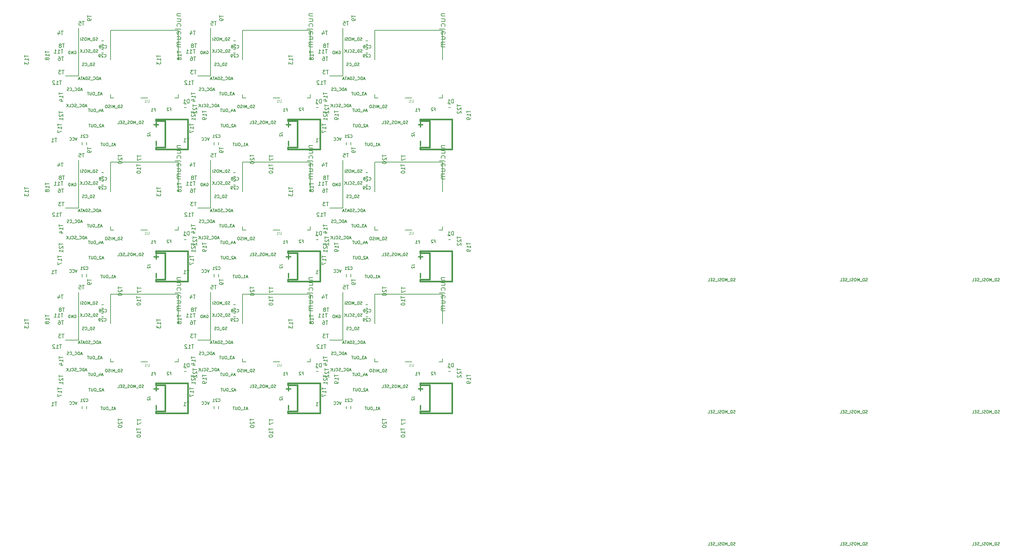
<source format=gbr>
G04 #@! TF.FileFunction,Legend,Bot*
%FSLAX46Y46*%
G04 Gerber Fmt 4.6, Leading zero omitted, Abs format (unit mm)*
G04 Created by KiCad (PCBNEW 4.0.2+dfsg1-stable) date Wed 22 Jun 2016 02:24:39 PM EDT*
%MOMM*%
G01*
G04 APERTURE LIST*
%ADD10C,0.100000*%
%ADD11C,0.127000*%
%ADD12C,0.200000*%
%ADD13C,0.150000*%
%ADD14C,0.381000*%
%ADD15C,0.091440*%
%ADD16C,0.304800*%
G04 APERTURE END LIST*
D10*
D11*
X85098572Y-88963000D02*
X85171143Y-88926714D01*
X85280000Y-88926714D01*
X85388857Y-88963000D01*
X85461429Y-89035571D01*
X85497714Y-89108143D01*
X85534000Y-89253286D01*
X85534000Y-89362143D01*
X85497714Y-89507286D01*
X85461429Y-89579857D01*
X85388857Y-89652429D01*
X85280000Y-89688714D01*
X85207429Y-89688714D01*
X85098572Y-89652429D01*
X85062286Y-89616143D01*
X85062286Y-89362143D01*
X85207429Y-89362143D01*
X84735714Y-89688714D02*
X84735714Y-88926714D01*
X84300286Y-89688714D01*
X84300286Y-88926714D01*
X83937428Y-89688714D02*
X83937428Y-88926714D01*
X83756000Y-88926714D01*
X83647143Y-88963000D01*
X83574571Y-89035571D01*
X83538286Y-89108143D01*
X83502000Y-89253286D01*
X83502000Y-89362143D01*
X83538286Y-89507286D01*
X83574571Y-89579857D01*
X83647143Y-89652429D01*
X83756000Y-89688714D01*
X83937428Y-89688714D01*
D12*
X82740000Y-95567000D02*
X86169000Y-95567000D01*
X86169000Y-95567000D02*
X86169000Y-82867000D01*
D11*
X91230856Y-86096429D02*
X91121999Y-86132714D01*
X90940570Y-86132714D01*
X90867999Y-86096429D01*
X90831713Y-86060143D01*
X90795428Y-85987571D01*
X90795428Y-85915000D01*
X90831713Y-85842429D01*
X90867999Y-85806143D01*
X90940570Y-85769857D01*
X91085713Y-85733571D01*
X91158285Y-85697286D01*
X91194570Y-85661000D01*
X91230856Y-85588429D01*
X91230856Y-85515857D01*
X91194570Y-85443286D01*
X91158285Y-85407000D01*
X91085713Y-85370714D01*
X90904285Y-85370714D01*
X90795428Y-85407000D01*
X90468856Y-86132714D02*
X90468856Y-85370714D01*
X90287428Y-85370714D01*
X90178571Y-85407000D01*
X90105999Y-85479571D01*
X90069714Y-85552143D01*
X90033428Y-85697286D01*
X90033428Y-85806143D01*
X90069714Y-85951286D01*
X90105999Y-86023857D01*
X90178571Y-86096429D01*
X90287428Y-86132714D01*
X90468856Y-86132714D01*
X89888285Y-86205286D02*
X89307714Y-86205286D01*
X89126285Y-86132714D02*
X89126285Y-85370714D01*
X88872285Y-85915000D01*
X88618285Y-85370714D01*
X88618285Y-86132714D01*
X88110286Y-85370714D02*
X87965143Y-85370714D01*
X87892571Y-85407000D01*
X87820000Y-85479571D01*
X87783714Y-85624714D01*
X87783714Y-85878714D01*
X87820000Y-86023857D01*
X87892571Y-86096429D01*
X87965143Y-86132714D01*
X88110286Y-86132714D01*
X88182857Y-86096429D01*
X88255428Y-86023857D01*
X88291714Y-85878714D01*
X88291714Y-85624714D01*
X88255428Y-85479571D01*
X88182857Y-85407000D01*
X88110286Y-85370714D01*
X87493428Y-86096429D02*
X87384571Y-86132714D01*
X87203142Y-86132714D01*
X87130571Y-86096429D01*
X87094285Y-86060143D01*
X87058000Y-85987571D01*
X87058000Y-85915000D01*
X87094285Y-85842429D01*
X87130571Y-85806143D01*
X87203142Y-85769857D01*
X87348285Y-85733571D01*
X87420857Y-85697286D01*
X87457142Y-85661000D01*
X87493428Y-85588429D01*
X87493428Y-85515857D01*
X87457142Y-85443286D01*
X87420857Y-85407000D01*
X87348285Y-85370714D01*
X87166857Y-85370714D01*
X87058000Y-85407000D01*
X86731428Y-86132714D02*
X86731428Y-85370714D01*
X91285285Y-89271429D02*
X91176428Y-89307714D01*
X90994999Y-89307714D01*
X90922428Y-89271429D01*
X90886142Y-89235143D01*
X90849857Y-89162571D01*
X90849857Y-89090000D01*
X90886142Y-89017429D01*
X90922428Y-88981143D01*
X90994999Y-88944857D01*
X91140142Y-88908571D01*
X91212714Y-88872286D01*
X91248999Y-88836000D01*
X91285285Y-88763429D01*
X91285285Y-88690857D01*
X91248999Y-88618286D01*
X91212714Y-88582000D01*
X91140142Y-88545714D01*
X90958714Y-88545714D01*
X90849857Y-88582000D01*
X90523285Y-89307714D02*
X90523285Y-88545714D01*
X90341857Y-88545714D01*
X90233000Y-88582000D01*
X90160428Y-88654571D01*
X90124143Y-88727143D01*
X90087857Y-88872286D01*
X90087857Y-88981143D01*
X90124143Y-89126286D01*
X90160428Y-89198857D01*
X90233000Y-89271429D01*
X90341857Y-89307714D01*
X90523285Y-89307714D01*
X89942714Y-89380286D02*
X89362143Y-89380286D01*
X89217000Y-89271429D02*
X89108143Y-89307714D01*
X88926714Y-89307714D01*
X88854143Y-89271429D01*
X88817857Y-89235143D01*
X88781572Y-89162571D01*
X88781572Y-89090000D01*
X88817857Y-89017429D01*
X88854143Y-88981143D01*
X88926714Y-88944857D01*
X89071857Y-88908571D01*
X89144429Y-88872286D01*
X89180714Y-88836000D01*
X89217000Y-88763429D01*
X89217000Y-88690857D01*
X89180714Y-88618286D01*
X89144429Y-88582000D01*
X89071857Y-88545714D01*
X88890429Y-88545714D01*
X88781572Y-88582000D01*
X88019572Y-89235143D02*
X88055858Y-89271429D01*
X88164715Y-89307714D01*
X88237286Y-89307714D01*
X88346143Y-89271429D01*
X88418715Y-89198857D01*
X88455000Y-89126286D01*
X88491286Y-88981143D01*
X88491286Y-88872286D01*
X88455000Y-88727143D01*
X88418715Y-88654571D01*
X88346143Y-88582000D01*
X88237286Y-88545714D01*
X88164715Y-88545714D01*
X88055858Y-88582000D01*
X88019572Y-88618286D01*
X87330143Y-89307714D02*
X87693000Y-89307714D01*
X87693000Y-88545714D01*
X87076143Y-89307714D02*
X87076143Y-88545714D01*
X86640715Y-89307714D02*
X86967286Y-88872286D01*
X86640715Y-88545714D02*
X87076143Y-88981143D01*
X90468856Y-92827429D02*
X90359999Y-92863714D01*
X90178570Y-92863714D01*
X90105999Y-92827429D01*
X90069713Y-92791143D01*
X90033428Y-92718571D01*
X90033428Y-92646000D01*
X90069713Y-92573429D01*
X90105999Y-92537143D01*
X90178570Y-92500857D01*
X90323713Y-92464571D01*
X90396285Y-92428286D01*
X90432570Y-92392000D01*
X90468856Y-92319429D01*
X90468856Y-92246857D01*
X90432570Y-92174286D01*
X90396285Y-92138000D01*
X90323713Y-92101714D01*
X90142285Y-92101714D01*
X90033428Y-92138000D01*
X89706856Y-92863714D02*
X89706856Y-92101714D01*
X89525428Y-92101714D01*
X89416571Y-92138000D01*
X89343999Y-92210571D01*
X89307714Y-92283143D01*
X89271428Y-92428286D01*
X89271428Y-92537143D01*
X89307714Y-92682286D01*
X89343999Y-92754857D01*
X89416571Y-92827429D01*
X89525428Y-92863714D01*
X89706856Y-92863714D01*
X89126285Y-92936286D02*
X88545714Y-92936286D01*
X87928857Y-92791143D02*
X87965143Y-92827429D01*
X88074000Y-92863714D01*
X88146571Y-92863714D01*
X88255428Y-92827429D01*
X88328000Y-92754857D01*
X88364285Y-92682286D01*
X88400571Y-92537143D01*
X88400571Y-92428286D01*
X88364285Y-92283143D01*
X88328000Y-92210571D01*
X88255428Y-92138000D01*
X88146571Y-92101714D01*
X88074000Y-92101714D01*
X87965143Y-92138000D01*
X87928857Y-92174286D01*
X87638571Y-92827429D02*
X87529714Y-92863714D01*
X87348285Y-92863714D01*
X87275714Y-92827429D01*
X87239428Y-92791143D01*
X87203143Y-92718571D01*
X87203143Y-92646000D01*
X87239428Y-92573429D01*
X87275714Y-92537143D01*
X87348285Y-92500857D01*
X87493428Y-92464571D01*
X87566000Y-92428286D01*
X87602285Y-92392000D01*
X87638571Y-92319429D01*
X87638571Y-92246857D01*
X87602285Y-92174286D01*
X87566000Y-92138000D01*
X87493428Y-92101714D01*
X87312000Y-92101714D01*
X87203143Y-92138000D01*
X92010999Y-96329000D02*
X91648142Y-96329000D01*
X92083571Y-96546714D02*
X91829571Y-95784714D01*
X91575571Y-96546714D01*
X91321570Y-96546714D02*
X91321570Y-95784714D01*
X91140142Y-95784714D01*
X91031285Y-95821000D01*
X90958713Y-95893571D01*
X90922428Y-95966143D01*
X90886142Y-96111286D01*
X90886142Y-96220143D01*
X90922428Y-96365286D01*
X90958713Y-96437857D01*
X91031285Y-96510429D01*
X91140142Y-96546714D01*
X91321570Y-96546714D01*
X90124142Y-96474143D02*
X90160428Y-96510429D01*
X90269285Y-96546714D01*
X90341856Y-96546714D01*
X90450713Y-96510429D01*
X90523285Y-96437857D01*
X90559570Y-96365286D01*
X90595856Y-96220143D01*
X90595856Y-96111286D01*
X90559570Y-95966143D01*
X90523285Y-95893571D01*
X90450713Y-95821000D01*
X90341856Y-95784714D01*
X90269285Y-95784714D01*
X90160428Y-95821000D01*
X90124142Y-95857286D01*
X89978999Y-96619286D02*
X89398428Y-96619286D01*
X89253285Y-96510429D02*
X89144428Y-96546714D01*
X88962999Y-96546714D01*
X88890428Y-96510429D01*
X88854142Y-96474143D01*
X88817857Y-96401571D01*
X88817857Y-96329000D01*
X88854142Y-96256429D01*
X88890428Y-96220143D01*
X88962999Y-96183857D01*
X89108142Y-96147571D01*
X89180714Y-96111286D01*
X89216999Y-96075000D01*
X89253285Y-96002429D01*
X89253285Y-95929857D01*
X89216999Y-95857286D01*
X89180714Y-95821000D01*
X89108142Y-95784714D01*
X88926714Y-95784714D01*
X88817857Y-95821000D01*
X88491285Y-96546714D02*
X88491285Y-95784714D01*
X88309857Y-95784714D01*
X88201000Y-95821000D01*
X88128428Y-95893571D01*
X88092143Y-95966143D01*
X88055857Y-96111286D01*
X88055857Y-96220143D01*
X88092143Y-96365286D01*
X88128428Y-96437857D01*
X88201000Y-96510429D01*
X88309857Y-96546714D01*
X88491285Y-96546714D01*
X87765571Y-96329000D02*
X87402714Y-96329000D01*
X87838143Y-96546714D02*
X87584143Y-95784714D01*
X87330143Y-96546714D01*
X87185000Y-95784714D02*
X86749571Y-95784714D01*
X86967285Y-96546714D02*
X86967285Y-95784714D01*
X86531857Y-96329000D02*
X86169000Y-96329000D01*
X86604429Y-96546714D02*
X86350429Y-95784714D01*
X86096429Y-96546714D01*
X87130571Y-99250000D02*
X86767714Y-99250000D01*
X87203143Y-99467714D02*
X86949143Y-98705714D01*
X86695143Y-99467714D01*
X86441142Y-99467714D02*
X86441142Y-98705714D01*
X86259714Y-98705714D01*
X86150857Y-98742000D01*
X86078285Y-98814571D01*
X86042000Y-98887143D01*
X86005714Y-99032286D01*
X86005714Y-99141143D01*
X86042000Y-99286286D01*
X86078285Y-99358857D01*
X86150857Y-99431429D01*
X86259714Y-99467714D01*
X86441142Y-99467714D01*
X85243714Y-99395143D02*
X85280000Y-99431429D01*
X85388857Y-99467714D01*
X85461428Y-99467714D01*
X85570285Y-99431429D01*
X85642857Y-99358857D01*
X85679142Y-99286286D01*
X85715428Y-99141143D01*
X85715428Y-99032286D01*
X85679142Y-98887143D01*
X85642857Y-98814571D01*
X85570285Y-98742000D01*
X85461428Y-98705714D01*
X85388857Y-98705714D01*
X85280000Y-98742000D01*
X85243714Y-98778286D01*
X85098571Y-99540286D02*
X84518000Y-99540286D01*
X83901143Y-99395143D02*
X83937429Y-99431429D01*
X84046286Y-99467714D01*
X84118857Y-99467714D01*
X84227714Y-99431429D01*
X84300286Y-99358857D01*
X84336571Y-99286286D01*
X84372857Y-99141143D01*
X84372857Y-99032286D01*
X84336571Y-98887143D01*
X84300286Y-98814571D01*
X84227714Y-98742000D01*
X84118857Y-98705714D01*
X84046286Y-98705714D01*
X83937429Y-98742000D01*
X83901143Y-98778286D01*
X83610857Y-99431429D02*
X83502000Y-99467714D01*
X83320571Y-99467714D01*
X83248000Y-99431429D01*
X83211714Y-99395143D01*
X83175429Y-99322571D01*
X83175429Y-99250000D01*
X83211714Y-99177429D01*
X83248000Y-99141143D01*
X83320571Y-99104857D01*
X83465714Y-99068571D01*
X83538286Y-99032286D01*
X83574571Y-98996000D01*
X83610857Y-98923429D01*
X83610857Y-98850857D01*
X83574571Y-98778286D01*
X83538286Y-98742000D01*
X83465714Y-98705714D01*
X83284286Y-98705714D01*
X83175429Y-98742000D01*
X88327999Y-103568000D02*
X87965142Y-103568000D01*
X88400571Y-103785714D02*
X88146571Y-103023714D01*
X87892571Y-103785714D01*
X87638570Y-103785714D02*
X87638570Y-103023714D01*
X87457142Y-103023714D01*
X87348285Y-103060000D01*
X87275713Y-103132571D01*
X87239428Y-103205143D01*
X87203142Y-103350286D01*
X87203142Y-103459143D01*
X87239428Y-103604286D01*
X87275713Y-103676857D01*
X87348285Y-103749429D01*
X87457142Y-103785714D01*
X87638570Y-103785714D01*
X86441142Y-103713143D02*
X86477428Y-103749429D01*
X86586285Y-103785714D01*
X86658856Y-103785714D01*
X86767713Y-103749429D01*
X86840285Y-103676857D01*
X86876570Y-103604286D01*
X86912856Y-103459143D01*
X86912856Y-103350286D01*
X86876570Y-103205143D01*
X86840285Y-103132571D01*
X86767713Y-103060000D01*
X86658856Y-103023714D01*
X86586285Y-103023714D01*
X86477428Y-103060000D01*
X86441142Y-103096286D01*
X86295999Y-103858286D02*
X85715428Y-103858286D01*
X85570285Y-103749429D02*
X85461428Y-103785714D01*
X85279999Y-103785714D01*
X85207428Y-103749429D01*
X85171142Y-103713143D01*
X85134857Y-103640571D01*
X85134857Y-103568000D01*
X85171142Y-103495429D01*
X85207428Y-103459143D01*
X85279999Y-103422857D01*
X85425142Y-103386571D01*
X85497714Y-103350286D01*
X85533999Y-103314000D01*
X85570285Y-103241429D01*
X85570285Y-103168857D01*
X85533999Y-103096286D01*
X85497714Y-103060000D01*
X85425142Y-103023714D01*
X85243714Y-103023714D01*
X85134857Y-103060000D01*
X84372857Y-103713143D02*
X84409143Y-103749429D01*
X84518000Y-103785714D01*
X84590571Y-103785714D01*
X84699428Y-103749429D01*
X84772000Y-103676857D01*
X84808285Y-103604286D01*
X84844571Y-103459143D01*
X84844571Y-103350286D01*
X84808285Y-103205143D01*
X84772000Y-103132571D01*
X84699428Y-103060000D01*
X84590571Y-103023714D01*
X84518000Y-103023714D01*
X84409143Y-103060000D01*
X84372857Y-103096286D01*
X83683428Y-103785714D02*
X84046285Y-103785714D01*
X84046285Y-103023714D01*
X83429428Y-103785714D02*
X83429428Y-103023714D01*
X82994000Y-103785714D02*
X83320571Y-103350286D01*
X82994000Y-103023714D02*
X83429428Y-103459143D01*
X92410142Y-100393000D02*
X92047285Y-100393000D01*
X92482714Y-100610714D02*
X92228714Y-99848714D01*
X91974714Y-100610714D01*
X91793285Y-99848714D02*
X91321571Y-99848714D01*
X91575571Y-100139000D01*
X91466713Y-100139000D01*
X91394142Y-100175286D01*
X91357856Y-100211571D01*
X91321571Y-100284143D01*
X91321571Y-100465571D01*
X91357856Y-100538143D01*
X91394142Y-100574429D01*
X91466713Y-100610714D01*
X91684428Y-100610714D01*
X91756999Y-100574429D01*
X91793285Y-100538143D01*
X91176428Y-100683286D02*
X90595857Y-100683286D01*
X90269286Y-99848714D02*
X90124143Y-99848714D01*
X90051571Y-99885000D01*
X89979000Y-99957571D01*
X89942714Y-100102714D01*
X89942714Y-100356714D01*
X89979000Y-100501857D01*
X90051571Y-100574429D01*
X90124143Y-100610714D01*
X90269286Y-100610714D01*
X90341857Y-100574429D01*
X90414428Y-100501857D01*
X90450714Y-100356714D01*
X90450714Y-100102714D01*
X90414428Y-99957571D01*
X90341857Y-99885000D01*
X90269286Y-99848714D01*
X89616142Y-99848714D02*
X89616142Y-100465571D01*
X89579857Y-100538143D01*
X89543571Y-100574429D01*
X89471000Y-100610714D01*
X89325857Y-100610714D01*
X89253285Y-100574429D01*
X89217000Y-100538143D01*
X89180714Y-100465571D01*
X89180714Y-99848714D01*
X88926714Y-99848714D02*
X88491285Y-99848714D01*
X88708999Y-100610714D02*
X88708999Y-99848714D01*
X92664142Y-104838000D02*
X92301285Y-104838000D01*
X92736714Y-105055714D02*
X92482714Y-104293714D01*
X92228714Y-105055714D01*
X91648142Y-104547714D02*
X91648142Y-105055714D01*
X91829571Y-104257429D02*
X92010999Y-104801714D01*
X91539285Y-104801714D01*
X91430428Y-105128286D02*
X90849857Y-105128286D01*
X90523286Y-104293714D02*
X90378143Y-104293714D01*
X90305571Y-104330000D01*
X90233000Y-104402571D01*
X90196714Y-104547714D01*
X90196714Y-104801714D01*
X90233000Y-104946857D01*
X90305571Y-105019429D01*
X90378143Y-105055714D01*
X90523286Y-105055714D01*
X90595857Y-105019429D01*
X90668428Y-104946857D01*
X90704714Y-104801714D01*
X90704714Y-104547714D01*
X90668428Y-104402571D01*
X90595857Y-104330000D01*
X90523286Y-104293714D01*
X89870142Y-104293714D02*
X89870142Y-104910571D01*
X89833857Y-104983143D01*
X89797571Y-105019429D01*
X89725000Y-105055714D01*
X89579857Y-105055714D01*
X89507285Y-105019429D01*
X89471000Y-104983143D01*
X89434714Y-104910571D01*
X89434714Y-104293714D01*
X89180714Y-104293714D02*
X88745285Y-104293714D01*
X88962999Y-105055714D02*
X88962999Y-104293714D01*
X92791142Y-108902000D02*
X92428285Y-108902000D01*
X92863714Y-109119714D02*
X92609714Y-108357714D01*
X92355714Y-109119714D01*
X92137999Y-108430286D02*
X92101713Y-108394000D01*
X92029142Y-108357714D01*
X91847713Y-108357714D01*
X91775142Y-108394000D01*
X91738856Y-108430286D01*
X91702571Y-108502857D01*
X91702571Y-108575429D01*
X91738856Y-108684286D01*
X92174285Y-109119714D01*
X91702571Y-109119714D01*
X91557428Y-109192286D02*
X90976857Y-109192286D01*
X90650286Y-108357714D02*
X90505143Y-108357714D01*
X90432571Y-108394000D01*
X90360000Y-108466571D01*
X90323714Y-108611714D01*
X90323714Y-108865714D01*
X90360000Y-109010857D01*
X90432571Y-109083429D01*
X90505143Y-109119714D01*
X90650286Y-109119714D01*
X90722857Y-109083429D01*
X90795428Y-109010857D01*
X90831714Y-108865714D01*
X90831714Y-108611714D01*
X90795428Y-108466571D01*
X90722857Y-108394000D01*
X90650286Y-108357714D01*
X89997142Y-108357714D02*
X89997142Y-108974571D01*
X89960857Y-109047143D01*
X89924571Y-109083429D01*
X89852000Y-109119714D01*
X89706857Y-109119714D01*
X89634285Y-109083429D01*
X89598000Y-109047143D01*
X89561714Y-108974571D01*
X89561714Y-108357714D01*
X89307714Y-108357714D02*
X88872285Y-108357714D01*
X89089999Y-109119714D02*
X89089999Y-108357714D01*
X95966142Y-113855000D02*
X95603285Y-113855000D01*
X96038714Y-114072714D02*
X95784714Y-113310714D01*
X95530714Y-114072714D01*
X94877571Y-114072714D02*
X95312999Y-114072714D01*
X95095285Y-114072714D02*
X95095285Y-113310714D01*
X95167856Y-113419571D01*
X95240428Y-113492143D01*
X95312999Y-113528429D01*
X94732428Y-114145286D02*
X94151857Y-114145286D01*
X93825286Y-113310714D02*
X93680143Y-113310714D01*
X93607571Y-113347000D01*
X93535000Y-113419571D01*
X93498714Y-113564714D01*
X93498714Y-113818714D01*
X93535000Y-113963857D01*
X93607571Y-114036429D01*
X93680143Y-114072714D01*
X93825286Y-114072714D01*
X93897857Y-114036429D01*
X93970428Y-113963857D01*
X94006714Y-113818714D01*
X94006714Y-113564714D01*
X93970428Y-113419571D01*
X93897857Y-113347000D01*
X93825286Y-113310714D01*
X93172142Y-113310714D02*
X93172142Y-113927571D01*
X93135857Y-114000143D01*
X93099571Y-114036429D01*
X93027000Y-114072714D01*
X92881857Y-114072714D01*
X92809285Y-114036429D01*
X92773000Y-114000143D01*
X92736714Y-113927571D01*
X92736714Y-113310714D01*
X92482714Y-113310714D02*
X92047285Y-113310714D01*
X92264999Y-114072714D02*
X92264999Y-113310714D01*
X97834856Y-104003429D02*
X97725999Y-104039714D01*
X97544570Y-104039714D01*
X97471999Y-104003429D01*
X97435713Y-103967143D01*
X97399428Y-103894571D01*
X97399428Y-103822000D01*
X97435713Y-103749429D01*
X97471999Y-103713143D01*
X97544570Y-103676857D01*
X97689713Y-103640571D01*
X97762285Y-103604286D01*
X97798570Y-103568000D01*
X97834856Y-103495429D01*
X97834856Y-103422857D01*
X97798570Y-103350286D01*
X97762285Y-103314000D01*
X97689713Y-103277714D01*
X97508285Y-103277714D01*
X97399428Y-103314000D01*
X97072856Y-104039714D02*
X97072856Y-103277714D01*
X96891428Y-103277714D01*
X96782571Y-103314000D01*
X96709999Y-103386571D01*
X96673714Y-103459143D01*
X96637428Y-103604286D01*
X96637428Y-103713143D01*
X96673714Y-103858286D01*
X96709999Y-103930857D01*
X96782571Y-104003429D01*
X96891428Y-104039714D01*
X97072856Y-104039714D01*
X96492285Y-104112286D02*
X95911714Y-104112286D01*
X95730285Y-104039714D02*
X95730285Y-103277714D01*
X95476285Y-103822000D01*
X95222285Y-103277714D01*
X95222285Y-104039714D01*
X94859428Y-104039714D02*
X94859428Y-103277714D01*
X94532857Y-104003429D02*
X94424000Y-104039714D01*
X94242571Y-104039714D01*
X94170000Y-104003429D01*
X94133714Y-103967143D01*
X94097429Y-103894571D01*
X94097429Y-103822000D01*
X94133714Y-103749429D01*
X94170000Y-103713143D01*
X94242571Y-103676857D01*
X94387714Y-103640571D01*
X94460286Y-103604286D01*
X94496571Y-103568000D01*
X94532857Y-103495429D01*
X94532857Y-103422857D01*
X94496571Y-103350286D01*
X94460286Y-103314000D01*
X94387714Y-103277714D01*
X94206286Y-103277714D01*
X94097429Y-103314000D01*
X93625715Y-103277714D02*
X93480572Y-103277714D01*
X93408000Y-103314000D01*
X93335429Y-103386571D01*
X93299143Y-103531714D01*
X93299143Y-103785714D01*
X93335429Y-103930857D01*
X93408000Y-104003429D01*
X93480572Y-104039714D01*
X93625715Y-104039714D01*
X93698286Y-104003429D01*
X93770857Y-103930857D01*
X93807143Y-103785714D01*
X93807143Y-103531714D01*
X93770857Y-103386571D01*
X93698286Y-103314000D01*
X93625715Y-103277714D01*
X260177142Y-149977429D02*
X260068285Y-150013714D01*
X259886856Y-150013714D01*
X259814285Y-149977429D01*
X259777999Y-149941143D01*
X259741714Y-149868571D01*
X259741714Y-149796000D01*
X259777999Y-149723429D01*
X259814285Y-149687143D01*
X259886856Y-149650857D01*
X260031999Y-149614571D01*
X260104571Y-149578286D01*
X260140856Y-149542000D01*
X260177142Y-149469429D01*
X260177142Y-149396857D01*
X260140856Y-149324286D01*
X260104571Y-149288000D01*
X260031999Y-149251714D01*
X259850571Y-149251714D01*
X259741714Y-149288000D01*
X259415142Y-150013714D02*
X259415142Y-149251714D01*
X259233714Y-149251714D01*
X259124857Y-149288000D01*
X259052285Y-149360571D01*
X259016000Y-149433143D01*
X258979714Y-149578286D01*
X258979714Y-149687143D01*
X259016000Y-149832286D01*
X259052285Y-149904857D01*
X259124857Y-149977429D01*
X259233714Y-150013714D01*
X259415142Y-150013714D01*
X258834571Y-150086286D02*
X258254000Y-150086286D01*
X258072571Y-150013714D02*
X258072571Y-149251714D01*
X257818571Y-149796000D01*
X257564571Y-149251714D01*
X257564571Y-150013714D01*
X257056572Y-149251714D02*
X256911429Y-149251714D01*
X256838857Y-149288000D01*
X256766286Y-149360571D01*
X256730000Y-149505714D01*
X256730000Y-149759714D01*
X256766286Y-149904857D01*
X256838857Y-149977429D01*
X256911429Y-150013714D01*
X257056572Y-150013714D01*
X257129143Y-149977429D01*
X257201714Y-149904857D01*
X257238000Y-149759714D01*
X257238000Y-149505714D01*
X257201714Y-149360571D01*
X257129143Y-149288000D01*
X257056572Y-149251714D01*
X256439714Y-149977429D02*
X256330857Y-150013714D01*
X256149428Y-150013714D01*
X256076857Y-149977429D01*
X256040571Y-149941143D01*
X256004286Y-149868571D01*
X256004286Y-149796000D01*
X256040571Y-149723429D01*
X256076857Y-149687143D01*
X256149428Y-149650857D01*
X256294571Y-149614571D01*
X256367143Y-149578286D01*
X256403428Y-149542000D01*
X256439714Y-149469429D01*
X256439714Y-149396857D01*
X256403428Y-149324286D01*
X256367143Y-149288000D01*
X256294571Y-149251714D01*
X256113143Y-149251714D01*
X256004286Y-149288000D01*
X255677714Y-150013714D02*
X255677714Y-149251714D01*
X255496286Y-150086286D02*
X254915715Y-150086286D01*
X254770572Y-149977429D02*
X254661715Y-150013714D01*
X254480286Y-150013714D01*
X254407715Y-149977429D01*
X254371429Y-149941143D01*
X254335144Y-149868571D01*
X254335144Y-149796000D01*
X254371429Y-149723429D01*
X254407715Y-149687143D01*
X254480286Y-149650857D01*
X254625429Y-149614571D01*
X254698001Y-149578286D01*
X254734286Y-149542000D01*
X254770572Y-149469429D01*
X254770572Y-149396857D01*
X254734286Y-149324286D01*
X254698001Y-149288000D01*
X254625429Y-149251714D01*
X254444001Y-149251714D01*
X254335144Y-149288000D01*
X254008572Y-149614571D02*
X253754572Y-149614571D01*
X253645715Y-150013714D02*
X254008572Y-150013714D01*
X254008572Y-149251714D01*
X253645715Y-149251714D01*
X252956286Y-150013714D02*
X253319143Y-150013714D01*
X253319143Y-149251714D01*
X103404713Y-108194429D02*
X103295856Y-108230714D01*
X103114427Y-108230714D01*
X103041856Y-108194429D01*
X103005570Y-108158143D01*
X102969285Y-108085571D01*
X102969285Y-108013000D01*
X103005570Y-107940429D01*
X103041856Y-107904143D01*
X103114427Y-107867857D01*
X103259570Y-107831571D01*
X103332142Y-107795286D01*
X103368427Y-107759000D01*
X103404713Y-107686429D01*
X103404713Y-107613857D01*
X103368427Y-107541286D01*
X103332142Y-107505000D01*
X103259570Y-107468714D01*
X103078142Y-107468714D01*
X102969285Y-107505000D01*
X102642713Y-108230714D02*
X102642713Y-107468714D01*
X102461285Y-107468714D01*
X102352428Y-107505000D01*
X102279856Y-107577571D01*
X102243571Y-107650143D01*
X102207285Y-107795286D01*
X102207285Y-107904143D01*
X102243571Y-108049286D01*
X102279856Y-108121857D01*
X102352428Y-108194429D01*
X102461285Y-108230714D01*
X102642713Y-108230714D01*
X102062142Y-108303286D02*
X101481571Y-108303286D01*
X101300142Y-108230714D02*
X101300142Y-107468714D01*
X101046142Y-108013000D01*
X100792142Y-107468714D01*
X100792142Y-108230714D01*
X100284143Y-107468714D02*
X100139000Y-107468714D01*
X100066428Y-107505000D01*
X99993857Y-107577571D01*
X99957571Y-107722714D01*
X99957571Y-107976714D01*
X99993857Y-108121857D01*
X100066428Y-108194429D01*
X100139000Y-108230714D01*
X100284143Y-108230714D01*
X100356714Y-108194429D01*
X100429285Y-108121857D01*
X100465571Y-107976714D01*
X100465571Y-107722714D01*
X100429285Y-107577571D01*
X100356714Y-107505000D01*
X100284143Y-107468714D01*
X99667285Y-108194429D02*
X99558428Y-108230714D01*
X99376999Y-108230714D01*
X99304428Y-108194429D01*
X99268142Y-108158143D01*
X99231857Y-108085571D01*
X99231857Y-108013000D01*
X99268142Y-107940429D01*
X99304428Y-107904143D01*
X99376999Y-107867857D01*
X99522142Y-107831571D01*
X99594714Y-107795286D01*
X99630999Y-107759000D01*
X99667285Y-107686429D01*
X99667285Y-107613857D01*
X99630999Y-107541286D01*
X99594714Y-107505000D01*
X99522142Y-107468714D01*
X99340714Y-107468714D01*
X99231857Y-107505000D01*
X99086714Y-108303286D02*
X98506143Y-108303286D01*
X98361000Y-108194429D02*
X98252143Y-108230714D01*
X98070714Y-108230714D01*
X97998143Y-108194429D01*
X97961857Y-108158143D01*
X97925572Y-108085571D01*
X97925572Y-108013000D01*
X97961857Y-107940429D01*
X97998143Y-107904143D01*
X98070714Y-107867857D01*
X98215857Y-107831571D01*
X98288429Y-107795286D01*
X98324714Y-107759000D01*
X98361000Y-107686429D01*
X98361000Y-107613857D01*
X98324714Y-107541286D01*
X98288429Y-107505000D01*
X98215857Y-107468714D01*
X98034429Y-107468714D01*
X97925572Y-107505000D01*
X97599000Y-107831571D02*
X97345000Y-107831571D01*
X97236143Y-108230714D02*
X97599000Y-108230714D01*
X97599000Y-107468714D01*
X97236143Y-107468714D01*
X96546714Y-108230714D02*
X96909571Y-108230714D01*
X96909571Y-107468714D01*
X110425999Y-104402571D02*
X110679999Y-104402571D01*
X110679999Y-104801714D02*
X110679999Y-104039714D01*
X110317142Y-104039714D01*
X110063142Y-104112286D02*
X110026856Y-104076000D01*
X109954285Y-104039714D01*
X109772856Y-104039714D01*
X109700285Y-104076000D01*
X109663999Y-104112286D01*
X109627714Y-104184857D01*
X109627714Y-104257429D01*
X109663999Y-104366286D01*
X110099428Y-104801714D01*
X109627714Y-104801714D01*
X106234999Y-104529571D02*
X106488999Y-104529571D01*
X106488999Y-104928714D02*
X106488999Y-104166714D01*
X106126142Y-104166714D01*
X105436714Y-104928714D02*
X105872142Y-104928714D01*
X105654428Y-104928714D02*
X105654428Y-104166714D01*
X105726999Y-104275571D01*
X105799571Y-104348143D01*
X105872142Y-104384429D01*
X85788000Y-111913714D02*
X85534000Y-112675714D01*
X85280000Y-111913714D01*
X84590571Y-112603143D02*
X84626857Y-112639429D01*
X84735714Y-112675714D01*
X84808285Y-112675714D01*
X84917142Y-112639429D01*
X84989714Y-112566857D01*
X85025999Y-112494286D01*
X85062285Y-112349143D01*
X85062285Y-112240286D01*
X85025999Y-112095143D01*
X84989714Y-112022571D01*
X84917142Y-111950000D01*
X84808285Y-111913714D01*
X84735714Y-111913714D01*
X84626857Y-111950000D01*
X84590571Y-111986286D01*
X83828571Y-112603143D02*
X83864857Y-112639429D01*
X83973714Y-112675714D01*
X84046285Y-112675714D01*
X84155142Y-112639429D01*
X84227714Y-112566857D01*
X84263999Y-112494286D01*
X84300285Y-112349143D01*
X84300285Y-112240286D01*
X84263999Y-112095143D01*
X84227714Y-112022571D01*
X84155142Y-111950000D01*
X84046285Y-111913714D01*
X83973714Y-111913714D01*
X83864857Y-111950000D01*
X83828571Y-111986286D01*
X85098572Y-53943000D02*
X85171143Y-53906714D01*
X85280000Y-53906714D01*
X85388857Y-53943000D01*
X85461429Y-54015571D01*
X85497714Y-54088143D01*
X85534000Y-54233286D01*
X85534000Y-54342143D01*
X85497714Y-54487286D01*
X85461429Y-54559857D01*
X85388857Y-54632429D01*
X85280000Y-54668714D01*
X85207429Y-54668714D01*
X85098572Y-54632429D01*
X85062286Y-54596143D01*
X85062286Y-54342143D01*
X85207429Y-54342143D01*
X84735714Y-54668714D02*
X84735714Y-53906714D01*
X84300286Y-54668714D01*
X84300286Y-53906714D01*
X83937428Y-54668714D02*
X83937428Y-53906714D01*
X83756000Y-53906714D01*
X83647143Y-53943000D01*
X83574571Y-54015571D01*
X83538286Y-54088143D01*
X83502000Y-54233286D01*
X83502000Y-54342143D01*
X83538286Y-54487286D01*
X83574571Y-54559857D01*
X83647143Y-54632429D01*
X83756000Y-54668714D01*
X83937428Y-54668714D01*
D12*
X82740000Y-60547000D02*
X86169000Y-60547000D01*
X86169000Y-60547000D02*
X86169000Y-47847000D01*
D11*
X91230856Y-51076429D02*
X91121999Y-51112714D01*
X90940570Y-51112714D01*
X90867999Y-51076429D01*
X90831713Y-51040143D01*
X90795428Y-50967571D01*
X90795428Y-50895000D01*
X90831713Y-50822429D01*
X90867999Y-50786143D01*
X90940570Y-50749857D01*
X91085713Y-50713571D01*
X91158285Y-50677286D01*
X91194570Y-50641000D01*
X91230856Y-50568429D01*
X91230856Y-50495857D01*
X91194570Y-50423286D01*
X91158285Y-50387000D01*
X91085713Y-50350714D01*
X90904285Y-50350714D01*
X90795428Y-50387000D01*
X90468856Y-51112714D02*
X90468856Y-50350714D01*
X90287428Y-50350714D01*
X90178571Y-50387000D01*
X90105999Y-50459571D01*
X90069714Y-50532143D01*
X90033428Y-50677286D01*
X90033428Y-50786143D01*
X90069714Y-50931286D01*
X90105999Y-51003857D01*
X90178571Y-51076429D01*
X90287428Y-51112714D01*
X90468856Y-51112714D01*
X89888285Y-51185286D02*
X89307714Y-51185286D01*
X89126285Y-51112714D02*
X89126285Y-50350714D01*
X88872285Y-50895000D01*
X88618285Y-50350714D01*
X88618285Y-51112714D01*
X88110286Y-50350714D02*
X87965143Y-50350714D01*
X87892571Y-50387000D01*
X87820000Y-50459571D01*
X87783714Y-50604714D01*
X87783714Y-50858714D01*
X87820000Y-51003857D01*
X87892571Y-51076429D01*
X87965143Y-51112714D01*
X88110286Y-51112714D01*
X88182857Y-51076429D01*
X88255428Y-51003857D01*
X88291714Y-50858714D01*
X88291714Y-50604714D01*
X88255428Y-50459571D01*
X88182857Y-50387000D01*
X88110286Y-50350714D01*
X87493428Y-51076429D02*
X87384571Y-51112714D01*
X87203142Y-51112714D01*
X87130571Y-51076429D01*
X87094285Y-51040143D01*
X87058000Y-50967571D01*
X87058000Y-50895000D01*
X87094285Y-50822429D01*
X87130571Y-50786143D01*
X87203142Y-50749857D01*
X87348285Y-50713571D01*
X87420857Y-50677286D01*
X87457142Y-50641000D01*
X87493428Y-50568429D01*
X87493428Y-50495857D01*
X87457142Y-50423286D01*
X87420857Y-50387000D01*
X87348285Y-50350714D01*
X87166857Y-50350714D01*
X87058000Y-50387000D01*
X86731428Y-51112714D02*
X86731428Y-50350714D01*
X91285285Y-54251429D02*
X91176428Y-54287714D01*
X90994999Y-54287714D01*
X90922428Y-54251429D01*
X90886142Y-54215143D01*
X90849857Y-54142571D01*
X90849857Y-54070000D01*
X90886142Y-53997429D01*
X90922428Y-53961143D01*
X90994999Y-53924857D01*
X91140142Y-53888571D01*
X91212714Y-53852286D01*
X91248999Y-53816000D01*
X91285285Y-53743429D01*
X91285285Y-53670857D01*
X91248999Y-53598286D01*
X91212714Y-53562000D01*
X91140142Y-53525714D01*
X90958714Y-53525714D01*
X90849857Y-53562000D01*
X90523285Y-54287714D02*
X90523285Y-53525714D01*
X90341857Y-53525714D01*
X90233000Y-53562000D01*
X90160428Y-53634571D01*
X90124143Y-53707143D01*
X90087857Y-53852286D01*
X90087857Y-53961143D01*
X90124143Y-54106286D01*
X90160428Y-54178857D01*
X90233000Y-54251429D01*
X90341857Y-54287714D01*
X90523285Y-54287714D01*
X89942714Y-54360286D02*
X89362143Y-54360286D01*
X89217000Y-54251429D02*
X89108143Y-54287714D01*
X88926714Y-54287714D01*
X88854143Y-54251429D01*
X88817857Y-54215143D01*
X88781572Y-54142571D01*
X88781572Y-54070000D01*
X88817857Y-53997429D01*
X88854143Y-53961143D01*
X88926714Y-53924857D01*
X89071857Y-53888571D01*
X89144429Y-53852286D01*
X89180714Y-53816000D01*
X89217000Y-53743429D01*
X89217000Y-53670857D01*
X89180714Y-53598286D01*
X89144429Y-53562000D01*
X89071857Y-53525714D01*
X88890429Y-53525714D01*
X88781572Y-53562000D01*
X88019572Y-54215143D02*
X88055858Y-54251429D01*
X88164715Y-54287714D01*
X88237286Y-54287714D01*
X88346143Y-54251429D01*
X88418715Y-54178857D01*
X88455000Y-54106286D01*
X88491286Y-53961143D01*
X88491286Y-53852286D01*
X88455000Y-53707143D01*
X88418715Y-53634571D01*
X88346143Y-53562000D01*
X88237286Y-53525714D01*
X88164715Y-53525714D01*
X88055858Y-53562000D01*
X88019572Y-53598286D01*
X87330143Y-54287714D02*
X87693000Y-54287714D01*
X87693000Y-53525714D01*
X87076143Y-54287714D02*
X87076143Y-53525714D01*
X86640715Y-54287714D02*
X86967286Y-53852286D01*
X86640715Y-53525714D02*
X87076143Y-53961143D01*
X90468856Y-57807429D02*
X90359999Y-57843714D01*
X90178570Y-57843714D01*
X90105999Y-57807429D01*
X90069713Y-57771143D01*
X90033428Y-57698571D01*
X90033428Y-57626000D01*
X90069713Y-57553429D01*
X90105999Y-57517143D01*
X90178570Y-57480857D01*
X90323713Y-57444571D01*
X90396285Y-57408286D01*
X90432570Y-57372000D01*
X90468856Y-57299429D01*
X90468856Y-57226857D01*
X90432570Y-57154286D01*
X90396285Y-57118000D01*
X90323713Y-57081714D01*
X90142285Y-57081714D01*
X90033428Y-57118000D01*
X89706856Y-57843714D02*
X89706856Y-57081714D01*
X89525428Y-57081714D01*
X89416571Y-57118000D01*
X89343999Y-57190571D01*
X89307714Y-57263143D01*
X89271428Y-57408286D01*
X89271428Y-57517143D01*
X89307714Y-57662286D01*
X89343999Y-57734857D01*
X89416571Y-57807429D01*
X89525428Y-57843714D01*
X89706856Y-57843714D01*
X89126285Y-57916286D02*
X88545714Y-57916286D01*
X87928857Y-57771143D02*
X87965143Y-57807429D01*
X88074000Y-57843714D01*
X88146571Y-57843714D01*
X88255428Y-57807429D01*
X88328000Y-57734857D01*
X88364285Y-57662286D01*
X88400571Y-57517143D01*
X88400571Y-57408286D01*
X88364285Y-57263143D01*
X88328000Y-57190571D01*
X88255428Y-57118000D01*
X88146571Y-57081714D01*
X88074000Y-57081714D01*
X87965143Y-57118000D01*
X87928857Y-57154286D01*
X87638571Y-57807429D02*
X87529714Y-57843714D01*
X87348285Y-57843714D01*
X87275714Y-57807429D01*
X87239428Y-57771143D01*
X87203143Y-57698571D01*
X87203143Y-57626000D01*
X87239428Y-57553429D01*
X87275714Y-57517143D01*
X87348285Y-57480857D01*
X87493428Y-57444571D01*
X87566000Y-57408286D01*
X87602285Y-57372000D01*
X87638571Y-57299429D01*
X87638571Y-57226857D01*
X87602285Y-57154286D01*
X87566000Y-57118000D01*
X87493428Y-57081714D01*
X87312000Y-57081714D01*
X87203143Y-57118000D01*
X92010999Y-61309000D02*
X91648142Y-61309000D01*
X92083571Y-61526714D02*
X91829571Y-60764714D01*
X91575571Y-61526714D01*
X91321570Y-61526714D02*
X91321570Y-60764714D01*
X91140142Y-60764714D01*
X91031285Y-60801000D01*
X90958713Y-60873571D01*
X90922428Y-60946143D01*
X90886142Y-61091286D01*
X90886142Y-61200143D01*
X90922428Y-61345286D01*
X90958713Y-61417857D01*
X91031285Y-61490429D01*
X91140142Y-61526714D01*
X91321570Y-61526714D01*
X90124142Y-61454143D02*
X90160428Y-61490429D01*
X90269285Y-61526714D01*
X90341856Y-61526714D01*
X90450713Y-61490429D01*
X90523285Y-61417857D01*
X90559570Y-61345286D01*
X90595856Y-61200143D01*
X90595856Y-61091286D01*
X90559570Y-60946143D01*
X90523285Y-60873571D01*
X90450713Y-60801000D01*
X90341856Y-60764714D01*
X90269285Y-60764714D01*
X90160428Y-60801000D01*
X90124142Y-60837286D01*
X89978999Y-61599286D02*
X89398428Y-61599286D01*
X89253285Y-61490429D02*
X89144428Y-61526714D01*
X88962999Y-61526714D01*
X88890428Y-61490429D01*
X88854142Y-61454143D01*
X88817857Y-61381571D01*
X88817857Y-61309000D01*
X88854142Y-61236429D01*
X88890428Y-61200143D01*
X88962999Y-61163857D01*
X89108142Y-61127571D01*
X89180714Y-61091286D01*
X89216999Y-61055000D01*
X89253285Y-60982429D01*
X89253285Y-60909857D01*
X89216999Y-60837286D01*
X89180714Y-60801000D01*
X89108142Y-60764714D01*
X88926714Y-60764714D01*
X88817857Y-60801000D01*
X88491285Y-61526714D02*
X88491285Y-60764714D01*
X88309857Y-60764714D01*
X88201000Y-60801000D01*
X88128428Y-60873571D01*
X88092143Y-60946143D01*
X88055857Y-61091286D01*
X88055857Y-61200143D01*
X88092143Y-61345286D01*
X88128428Y-61417857D01*
X88201000Y-61490429D01*
X88309857Y-61526714D01*
X88491285Y-61526714D01*
X87765571Y-61309000D02*
X87402714Y-61309000D01*
X87838143Y-61526714D02*
X87584143Y-60764714D01*
X87330143Y-61526714D01*
X87185000Y-60764714D02*
X86749571Y-60764714D01*
X86967285Y-61526714D02*
X86967285Y-60764714D01*
X86531857Y-61309000D02*
X86169000Y-61309000D01*
X86604429Y-61526714D02*
X86350429Y-60764714D01*
X86096429Y-61526714D01*
X87130571Y-64230000D02*
X86767714Y-64230000D01*
X87203143Y-64447714D02*
X86949143Y-63685714D01*
X86695143Y-64447714D01*
X86441142Y-64447714D02*
X86441142Y-63685714D01*
X86259714Y-63685714D01*
X86150857Y-63722000D01*
X86078285Y-63794571D01*
X86042000Y-63867143D01*
X86005714Y-64012286D01*
X86005714Y-64121143D01*
X86042000Y-64266286D01*
X86078285Y-64338857D01*
X86150857Y-64411429D01*
X86259714Y-64447714D01*
X86441142Y-64447714D01*
X85243714Y-64375143D02*
X85280000Y-64411429D01*
X85388857Y-64447714D01*
X85461428Y-64447714D01*
X85570285Y-64411429D01*
X85642857Y-64338857D01*
X85679142Y-64266286D01*
X85715428Y-64121143D01*
X85715428Y-64012286D01*
X85679142Y-63867143D01*
X85642857Y-63794571D01*
X85570285Y-63722000D01*
X85461428Y-63685714D01*
X85388857Y-63685714D01*
X85280000Y-63722000D01*
X85243714Y-63758286D01*
X85098571Y-64520286D02*
X84518000Y-64520286D01*
X83901143Y-64375143D02*
X83937429Y-64411429D01*
X84046286Y-64447714D01*
X84118857Y-64447714D01*
X84227714Y-64411429D01*
X84300286Y-64338857D01*
X84336571Y-64266286D01*
X84372857Y-64121143D01*
X84372857Y-64012286D01*
X84336571Y-63867143D01*
X84300286Y-63794571D01*
X84227714Y-63722000D01*
X84118857Y-63685714D01*
X84046286Y-63685714D01*
X83937429Y-63722000D01*
X83901143Y-63758286D01*
X83610857Y-64411429D02*
X83502000Y-64447714D01*
X83320571Y-64447714D01*
X83248000Y-64411429D01*
X83211714Y-64375143D01*
X83175429Y-64302571D01*
X83175429Y-64230000D01*
X83211714Y-64157429D01*
X83248000Y-64121143D01*
X83320571Y-64084857D01*
X83465714Y-64048571D01*
X83538286Y-64012286D01*
X83574571Y-63976000D01*
X83610857Y-63903429D01*
X83610857Y-63830857D01*
X83574571Y-63758286D01*
X83538286Y-63722000D01*
X83465714Y-63685714D01*
X83284286Y-63685714D01*
X83175429Y-63722000D01*
X88327999Y-68548000D02*
X87965142Y-68548000D01*
X88400571Y-68765714D02*
X88146571Y-68003714D01*
X87892571Y-68765714D01*
X87638570Y-68765714D02*
X87638570Y-68003714D01*
X87457142Y-68003714D01*
X87348285Y-68040000D01*
X87275713Y-68112571D01*
X87239428Y-68185143D01*
X87203142Y-68330286D01*
X87203142Y-68439143D01*
X87239428Y-68584286D01*
X87275713Y-68656857D01*
X87348285Y-68729429D01*
X87457142Y-68765714D01*
X87638570Y-68765714D01*
X86441142Y-68693143D02*
X86477428Y-68729429D01*
X86586285Y-68765714D01*
X86658856Y-68765714D01*
X86767713Y-68729429D01*
X86840285Y-68656857D01*
X86876570Y-68584286D01*
X86912856Y-68439143D01*
X86912856Y-68330286D01*
X86876570Y-68185143D01*
X86840285Y-68112571D01*
X86767713Y-68040000D01*
X86658856Y-68003714D01*
X86586285Y-68003714D01*
X86477428Y-68040000D01*
X86441142Y-68076286D01*
X86295999Y-68838286D02*
X85715428Y-68838286D01*
X85570285Y-68729429D02*
X85461428Y-68765714D01*
X85279999Y-68765714D01*
X85207428Y-68729429D01*
X85171142Y-68693143D01*
X85134857Y-68620571D01*
X85134857Y-68548000D01*
X85171142Y-68475429D01*
X85207428Y-68439143D01*
X85279999Y-68402857D01*
X85425142Y-68366571D01*
X85497714Y-68330286D01*
X85533999Y-68294000D01*
X85570285Y-68221429D01*
X85570285Y-68148857D01*
X85533999Y-68076286D01*
X85497714Y-68040000D01*
X85425142Y-68003714D01*
X85243714Y-68003714D01*
X85134857Y-68040000D01*
X84372857Y-68693143D02*
X84409143Y-68729429D01*
X84518000Y-68765714D01*
X84590571Y-68765714D01*
X84699428Y-68729429D01*
X84772000Y-68656857D01*
X84808285Y-68584286D01*
X84844571Y-68439143D01*
X84844571Y-68330286D01*
X84808285Y-68185143D01*
X84772000Y-68112571D01*
X84699428Y-68040000D01*
X84590571Y-68003714D01*
X84518000Y-68003714D01*
X84409143Y-68040000D01*
X84372857Y-68076286D01*
X83683428Y-68765714D02*
X84046285Y-68765714D01*
X84046285Y-68003714D01*
X83429428Y-68765714D02*
X83429428Y-68003714D01*
X82994000Y-68765714D02*
X83320571Y-68330286D01*
X82994000Y-68003714D02*
X83429428Y-68439143D01*
X92410142Y-65373000D02*
X92047285Y-65373000D01*
X92482714Y-65590714D02*
X92228714Y-64828714D01*
X91974714Y-65590714D01*
X91793285Y-64828714D02*
X91321571Y-64828714D01*
X91575571Y-65119000D01*
X91466713Y-65119000D01*
X91394142Y-65155286D01*
X91357856Y-65191571D01*
X91321571Y-65264143D01*
X91321571Y-65445571D01*
X91357856Y-65518143D01*
X91394142Y-65554429D01*
X91466713Y-65590714D01*
X91684428Y-65590714D01*
X91756999Y-65554429D01*
X91793285Y-65518143D01*
X91176428Y-65663286D02*
X90595857Y-65663286D01*
X90269286Y-64828714D02*
X90124143Y-64828714D01*
X90051571Y-64865000D01*
X89979000Y-64937571D01*
X89942714Y-65082714D01*
X89942714Y-65336714D01*
X89979000Y-65481857D01*
X90051571Y-65554429D01*
X90124143Y-65590714D01*
X90269286Y-65590714D01*
X90341857Y-65554429D01*
X90414428Y-65481857D01*
X90450714Y-65336714D01*
X90450714Y-65082714D01*
X90414428Y-64937571D01*
X90341857Y-64865000D01*
X90269286Y-64828714D01*
X89616142Y-64828714D02*
X89616142Y-65445571D01*
X89579857Y-65518143D01*
X89543571Y-65554429D01*
X89471000Y-65590714D01*
X89325857Y-65590714D01*
X89253285Y-65554429D01*
X89217000Y-65518143D01*
X89180714Y-65445571D01*
X89180714Y-64828714D01*
X88926714Y-64828714D02*
X88491285Y-64828714D01*
X88708999Y-65590714D02*
X88708999Y-64828714D01*
X92664142Y-69818000D02*
X92301285Y-69818000D01*
X92736714Y-70035714D02*
X92482714Y-69273714D01*
X92228714Y-70035714D01*
X91648142Y-69527714D02*
X91648142Y-70035714D01*
X91829571Y-69237429D02*
X92010999Y-69781714D01*
X91539285Y-69781714D01*
X91430428Y-70108286D02*
X90849857Y-70108286D01*
X90523286Y-69273714D02*
X90378143Y-69273714D01*
X90305571Y-69310000D01*
X90233000Y-69382571D01*
X90196714Y-69527714D01*
X90196714Y-69781714D01*
X90233000Y-69926857D01*
X90305571Y-69999429D01*
X90378143Y-70035714D01*
X90523286Y-70035714D01*
X90595857Y-69999429D01*
X90668428Y-69926857D01*
X90704714Y-69781714D01*
X90704714Y-69527714D01*
X90668428Y-69382571D01*
X90595857Y-69310000D01*
X90523286Y-69273714D01*
X89870142Y-69273714D02*
X89870142Y-69890571D01*
X89833857Y-69963143D01*
X89797571Y-69999429D01*
X89725000Y-70035714D01*
X89579857Y-70035714D01*
X89507285Y-69999429D01*
X89471000Y-69963143D01*
X89434714Y-69890571D01*
X89434714Y-69273714D01*
X89180714Y-69273714D02*
X88745285Y-69273714D01*
X88962999Y-70035714D02*
X88962999Y-69273714D01*
X92791142Y-73882000D02*
X92428285Y-73882000D01*
X92863714Y-74099714D02*
X92609714Y-73337714D01*
X92355714Y-74099714D01*
X92137999Y-73410286D02*
X92101713Y-73374000D01*
X92029142Y-73337714D01*
X91847713Y-73337714D01*
X91775142Y-73374000D01*
X91738856Y-73410286D01*
X91702571Y-73482857D01*
X91702571Y-73555429D01*
X91738856Y-73664286D01*
X92174285Y-74099714D01*
X91702571Y-74099714D01*
X91557428Y-74172286D02*
X90976857Y-74172286D01*
X90650286Y-73337714D02*
X90505143Y-73337714D01*
X90432571Y-73374000D01*
X90360000Y-73446571D01*
X90323714Y-73591714D01*
X90323714Y-73845714D01*
X90360000Y-73990857D01*
X90432571Y-74063429D01*
X90505143Y-74099714D01*
X90650286Y-74099714D01*
X90722857Y-74063429D01*
X90795428Y-73990857D01*
X90831714Y-73845714D01*
X90831714Y-73591714D01*
X90795428Y-73446571D01*
X90722857Y-73374000D01*
X90650286Y-73337714D01*
X89997142Y-73337714D02*
X89997142Y-73954571D01*
X89960857Y-74027143D01*
X89924571Y-74063429D01*
X89852000Y-74099714D01*
X89706857Y-74099714D01*
X89634285Y-74063429D01*
X89598000Y-74027143D01*
X89561714Y-73954571D01*
X89561714Y-73337714D01*
X89307714Y-73337714D02*
X88872285Y-73337714D01*
X89089999Y-74099714D02*
X89089999Y-73337714D01*
X95966142Y-78835000D02*
X95603285Y-78835000D01*
X96038714Y-79052714D02*
X95784714Y-78290714D01*
X95530714Y-79052714D01*
X94877571Y-79052714D02*
X95312999Y-79052714D01*
X95095285Y-79052714D02*
X95095285Y-78290714D01*
X95167856Y-78399571D01*
X95240428Y-78472143D01*
X95312999Y-78508429D01*
X94732428Y-79125286D02*
X94151857Y-79125286D01*
X93825286Y-78290714D02*
X93680143Y-78290714D01*
X93607571Y-78327000D01*
X93535000Y-78399571D01*
X93498714Y-78544714D01*
X93498714Y-78798714D01*
X93535000Y-78943857D01*
X93607571Y-79016429D01*
X93680143Y-79052714D01*
X93825286Y-79052714D01*
X93897857Y-79016429D01*
X93970428Y-78943857D01*
X94006714Y-78798714D01*
X94006714Y-78544714D01*
X93970428Y-78399571D01*
X93897857Y-78327000D01*
X93825286Y-78290714D01*
X93172142Y-78290714D02*
X93172142Y-78907571D01*
X93135857Y-78980143D01*
X93099571Y-79016429D01*
X93027000Y-79052714D01*
X92881857Y-79052714D01*
X92809285Y-79016429D01*
X92773000Y-78980143D01*
X92736714Y-78907571D01*
X92736714Y-78290714D01*
X92482714Y-78290714D02*
X92047285Y-78290714D01*
X92264999Y-79052714D02*
X92264999Y-78290714D01*
X97834856Y-68983429D02*
X97725999Y-69019714D01*
X97544570Y-69019714D01*
X97471999Y-68983429D01*
X97435713Y-68947143D01*
X97399428Y-68874571D01*
X97399428Y-68802000D01*
X97435713Y-68729429D01*
X97471999Y-68693143D01*
X97544570Y-68656857D01*
X97689713Y-68620571D01*
X97762285Y-68584286D01*
X97798570Y-68548000D01*
X97834856Y-68475429D01*
X97834856Y-68402857D01*
X97798570Y-68330286D01*
X97762285Y-68294000D01*
X97689713Y-68257714D01*
X97508285Y-68257714D01*
X97399428Y-68294000D01*
X97072856Y-69019714D02*
X97072856Y-68257714D01*
X96891428Y-68257714D01*
X96782571Y-68294000D01*
X96709999Y-68366571D01*
X96673714Y-68439143D01*
X96637428Y-68584286D01*
X96637428Y-68693143D01*
X96673714Y-68838286D01*
X96709999Y-68910857D01*
X96782571Y-68983429D01*
X96891428Y-69019714D01*
X97072856Y-69019714D01*
X96492285Y-69092286D02*
X95911714Y-69092286D01*
X95730285Y-69019714D02*
X95730285Y-68257714D01*
X95476285Y-68802000D01*
X95222285Y-68257714D01*
X95222285Y-69019714D01*
X94859428Y-69019714D02*
X94859428Y-68257714D01*
X94532857Y-68983429D02*
X94424000Y-69019714D01*
X94242571Y-69019714D01*
X94170000Y-68983429D01*
X94133714Y-68947143D01*
X94097429Y-68874571D01*
X94097429Y-68802000D01*
X94133714Y-68729429D01*
X94170000Y-68693143D01*
X94242571Y-68656857D01*
X94387714Y-68620571D01*
X94460286Y-68584286D01*
X94496571Y-68548000D01*
X94532857Y-68475429D01*
X94532857Y-68402857D01*
X94496571Y-68330286D01*
X94460286Y-68294000D01*
X94387714Y-68257714D01*
X94206286Y-68257714D01*
X94097429Y-68294000D01*
X93625715Y-68257714D02*
X93480572Y-68257714D01*
X93408000Y-68294000D01*
X93335429Y-68366571D01*
X93299143Y-68511714D01*
X93299143Y-68765714D01*
X93335429Y-68910857D01*
X93408000Y-68983429D01*
X93480572Y-69019714D01*
X93625715Y-69019714D01*
X93698286Y-68983429D01*
X93770857Y-68910857D01*
X93807143Y-68765714D01*
X93807143Y-68511714D01*
X93770857Y-68366571D01*
X93698286Y-68294000D01*
X93625715Y-68257714D01*
X260177142Y-114957429D02*
X260068285Y-114993714D01*
X259886856Y-114993714D01*
X259814285Y-114957429D01*
X259777999Y-114921143D01*
X259741714Y-114848571D01*
X259741714Y-114776000D01*
X259777999Y-114703429D01*
X259814285Y-114667143D01*
X259886856Y-114630857D01*
X260031999Y-114594571D01*
X260104571Y-114558286D01*
X260140856Y-114522000D01*
X260177142Y-114449429D01*
X260177142Y-114376857D01*
X260140856Y-114304286D01*
X260104571Y-114268000D01*
X260031999Y-114231714D01*
X259850571Y-114231714D01*
X259741714Y-114268000D01*
X259415142Y-114993714D02*
X259415142Y-114231714D01*
X259233714Y-114231714D01*
X259124857Y-114268000D01*
X259052285Y-114340571D01*
X259016000Y-114413143D01*
X258979714Y-114558286D01*
X258979714Y-114667143D01*
X259016000Y-114812286D01*
X259052285Y-114884857D01*
X259124857Y-114957429D01*
X259233714Y-114993714D01*
X259415142Y-114993714D01*
X258834571Y-115066286D02*
X258254000Y-115066286D01*
X258072571Y-114993714D02*
X258072571Y-114231714D01*
X257818571Y-114776000D01*
X257564571Y-114231714D01*
X257564571Y-114993714D01*
X257056572Y-114231714D02*
X256911429Y-114231714D01*
X256838857Y-114268000D01*
X256766286Y-114340571D01*
X256730000Y-114485714D01*
X256730000Y-114739714D01*
X256766286Y-114884857D01*
X256838857Y-114957429D01*
X256911429Y-114993714D01*
X257056572Y-114993714D01*
X257129143Y-114957429D01*
X257201714Y-114884857D01*
X257238000Y-114739714D01*
X257238000Y-114485714D01*
X257201714Y-114340571D01*
X257129143Y-114268000D01*
X257056572Y-114231714D01*
X256439714Y-114957429D02*
X256330857Y-114993714D01*
X256149428Y-114993714D01*
X256076857Y-114957429D01*
X256040571Y-114921143D01*
X256004286Y-114848571D01*
X256004286Y-114776000D01*
X256040571Y-114703429D01*
X256076857Y-114667143D01*
X256149428Y-114630857D01*
X256294571Y-114594571D01*
X256367143Y-114558286D01*
X256403428Y-114522000D01*
X256439714Y-114449429D01*
X256439714Y-114376857D01*
X256403428Y-114304286D01*
X256367143Y-114268000D01*
X256294571Y-114231714D01*
X256113143Y-114231714D01*
X256004286Y-114268000D01*
X255677714Y-114993714D02*
X255677714Y-114231714D01*
X255496286Y-115066286D02*
X254915715Y-115066286D01*
X254770572Y-114957429D02*
X254661715Y-114993714D01*
X254480286Y-114993714D01*
X254407715Y-114957429D01*
X254371429Y-114921143D01*
X254335144Y-114848571D01*
X254335144Y-114776000D01*
X254371429Y-114703429D01*
X254407715Y-114667143D01*
X254480286Y-114630857D01*
X254625429Y-114594571D01*
X254698001Y-114558286D01*
X254734286Y-114522000D01*
X254770572Y-114449429D01*
X254770572Y-114376857D01*
X254734286Y-114304286D01*
X254698001Y-114268000D01*
X254625429Y-114231714D01*
X254444001Y-114231714D01*
X254335144Y-114268000D01*
X254008572Y-114594571D02*
X253754572Y-114594571D01*
X253645715Y-114993714D02*
X254008572Y-114993714D01*
X254008572Y-114231714D01*
X253645715Y-114231714D01*
X252956286Y-114993714D02*
X253319143Y-114993714D01*
X253319143Y-114231714D01*
X103404713Y-73174429D02*
X103295856Y-73210714D01*
X103114427Y-73210714D01*
X103041856Y-73174429D01*
X103005570Y-73138143D01*
X102969285Y-73065571D01*
X102969285Y-72993000D01*
X103005570Y-72920429D01*
X103041856Y-72884143D01*
X103114427Y-72847857D01*
X103259570Y-72811571D01*
X103332142Y-72775286D01*
X103368427Y-72739000D01*
X103404713Y-72666429D01*
X103404713Y-72593857D01*
X103368427Y-72521286D01*
X103332142Y-72485000D01*
X103259570Y-72448714D01*
X103078142Y-72448714D01*
X102969285Y-72485000D01*
X102642713Y-73210714D02*
X102642713Y-72448714D01*
X102461285Y-72448714D01*
X102352428Y-72485000D01*
X102279856Y-72557571D01*
X102243571Y-72630143D01*
X102207285Y-72775286D01*
X102207285Y-72884143D01*
X102243571Y-73029286D01*
X102279856Y-73101857D01*
X102352428Y-73174429D01*
X102461285Y-73210714D01*
X102642713Y-73210714D01*
X102062142Y-73283286D02*
X101481571Y-73283286D01*
X101300142Y-73210714D02*
X101300142Y-72448714D01*
X101046142Y-72993000D01*
X100792142Y-72448714D01*
X100792142Y-73210714D01*
X100284143Y-72448714D02*
X100139000Y-72448714D01*
X100066428Y-72485000D01*
X99993857Y-72557571D01*
X99957571Y-72702714D01*
X99957571Y-72956714D01*
X99993857Y-73101857D01*
X100066428Y-73174429D01*
X100139000Y-73210714D01*
X100284143Y-73210714D01*
X100356714Y-73174429D01*
X100429285Y-73101857D01*
X100465571Y-72956714D01*
X100465571Y-72702714D01*
X100429285Y-72557571D01*
X100356714Y-72485000D01*
X100284143Y-72448714D01*
X99667285Y-73174429D02*
X99558428Y-73210714D01*
X99376999Y-73210714D01*
X99304428Y-73174429D01*
X99268142Y-73138143D01*
X99231857Y-73065571D01*
X99231857Y-72993000D01*
X99268142Y-72920429D01*
X99304428Y-72884143D01*
X99376999Y-72847857D01*
X99522142Y-72811571D01*
X99594714Y-72775286D01*
X99630999Y-72739000D01*
X99667285Y-72666429D01*
X99667285Y-72593857D01*
X99630999Y-72521286D01*
X99594714Y-72485000D01*
X99522142Y-72448714D01*
X99340714Y-72448714D01*
X99231857Y-72485000D01*
X99086714Y-73283286D02*
X98506143Y-73283286D01*
X98361000Y-73174429D02*
X98252143Y-73210714D01*
X98070714Y-73210714D01*
X97998143Y-73174429D01*
X97961857Y-73138143D01*
X97925572Y-73065571D01*
X97925572Y-72993000D01*
X97961857Y-72920429D01*
X97998143Y-72884143D01*
X98070714Y-72847857D01*
X98215857Y-72811571D01*
X98288429Y-72775286D01*
X98324714Y-72739000D01*
X98361000Y-72666429D01*
X98361000Y-72593857D01*
X98324714Y-72521286D01*
X98288429Y-72485000D01*
X98215857Y-72448714D01*
X98034429Y-72448714D01*
X97925572Y-72485000D01*
X97599000Y-72811571D02*
X97345000Y-72811571D01*
X97236143Y-73210714D02*
X97599000Y-73210714D01*
X97599000Y-72448714D01*
X97236143Y-72448714D01*
X96546714Y-73210714D02*
X96909571Y-73210714D01*
X96909571Y-72448714D01*
X110425999Y-69382571D02*
X110679999Y-69382571D01*
X110679999Y-69781714D02*
X110679999Y-69019714D01*
X110317142Y-69019714D01*
X110063142Y-69092286D02*
X110026856Y-69056000D01*
X109954285Y-69019714D01*
X109772856Y-69019714D01*
X109700285Y-69056000D01*
X109663999Y-69092286D01*
X109627714Y-69164857D01*
X109627714Y-69237429D01*
X109663999Y-69346286D01*
X110099428Y-69781714D01*
X109627714Y-69781714D01*
X106234999Y-69509571D02*
X106488999Y-69509571D01*
X106488999Y-69908714D02*
X106488999Y-69146714D01*
X106126142Y-69146714D01*
X105436714Y-69908714D02*
X105872142Y-69908714D01*
X105654428Y-69908714D02*
X105654428Y-69146714D01*
X105726999Y-69255571D01*
X105799571Y-69328143D01*
X105872142Y-69364429D01*
X85788000Y-76893714D02*
X85534000Y-77655714D01*
X85280000Y-76893714D01*
X84590571Y-77583143D02*
X84626857Y-77619429D01*
X84735714Y-77655714D01*
X84808285Y-77655714D01*
X84917142Y-77619429D01*
X84989714Y-77546857D01*
X85025999Y-77474286D01*
X85062285Y-77329143D01*
X85062285Y-77220286D01*
X85025999Y-77075143D01*
X84989714Y-77002571D01*
X84917142Y-76930000D01*
X84808285Y-76893714D01*
X84735714Y-76893714D01*
X84626857Y-76930000D01*
X84590571Y-76966286D01*
X83828571Y-77583143D02*
X83864857Y-77619429D01*
X83973714Y-77655714D01*
X84046285Y-77655714D01*
X84155142Y-77619429D01*
X84227714Y-77546857D01*
X84263999Y-77474286D01*
X84300285Y-77329143D01*
X84300285Y-77220286D01*
X84263999Y-77075143D01*
X84227714Y-77002571D01*
X84155142Y-76930000D01*
X84046285Y-76893714D01*
X83973714Y-76893714D01*
X83864857Y-76930000D01*
X83828571Y-76966286D01*
X85098572Y-18923000D02*
X85171143Y-18886714D01*
X85280000Y-18886714D01*
X85388857Y-18923000D01*
X85461429Y-18995571D01*
X85497714Y-19068143D01*
X85534000Y-19213286D01*
X85534000Y-19322143D01*
X85497714Y-19467286D01*
X85461429Y-19539857D01*
X85388857Y-19612429D01*
X85280000Y-19648714D01*
X85207429Y-19648714D01*
X85098572Y-19612429D01*
X85062286Y-19576143D01*
X85062286Y-19322143D01*
X85207429Y-19322143D01*
X84735714Y-19648714D02*
X84735714Y-18886714D01*
X84300286Y-19648714D01*
X84300286Y-18886714D01*
X83937428Y-19648714D02*
X83937428Y-18886714D01*
X83756000Y-18886714D01*
X83647143Y-18923000D01*
X83574571Y-18995571D01*
X83538286Y-19068143D01*
X83502000Y-19213286D01*
X83502000Y-19322143D01*
X83538286Y-19467286D01*
X83574571Y-19539857D01*
X83647143Y-19612429D01*
X83756000Y-19648714D01*
X83937428Y-19648714D01*
D12*
X82740000Y-25527000D02*
X86169000Y-25527000D01*
X86169000Y-25527000D02*
X86169000Y-12827000D01*
D11*
X91230856Y-16056429D02*
X91121999Y-16092714D01*
X90940570Y-16092714D01*
X90867999Y-16056429D01*
X90831713Y-16020143D01*
X90795428Y-15947571D01*
X90795428Y-15875000D01*
X90831713Y-15802429D01*
X90867999Y-15766143D01*
X90940570Y-15729857D01*
X91085713Y-15693571D01*
X91158285Y-15657286D01*
X91194570Y-15621000D01*
X91230856Y-15548429D01*
X91230856Y-15475857D01*
X91194570Y-15403286D01*
X91158285Y-15367000D01*
X91085713Y-15330714D01*
X90904285Y-15330714D01*
X90795428Y-15367000D01*
X90468856Y-16092714D02*
X90468856Y-15330714D01*
X90287428Y-15330714D01*
X90178571Y-15367000D01*
X90105999Y-15439571D01*
X90069714Y-15512143D01*
X90033428Y-15657286D01*
X90033428Y-15766143D01*
X90069714Y-15911286D01*
X90105999Y-15983857D01*
X90178571Y-16056429D01*
X90287428Y-16092714D01*
X90468856Y-16092714D01*
X89888285Y-16165286D02*
X89307714Y-16165286D01*
X89126285Y-16092714D02*
X89126285Y-15330714D01*
X88872285Y-15875000D01*
X88618285Y-15330714D01*
X88618285Y-16092714D01*
X88110286Y-15330714D02*
X87965143Y-15330714D01*
X87892571Y-15367000D01*
X87820000Y-15439571D01*
X87783714Y-15584714D01*
X87783714Y-15838714D01*
X87820000Y-15983857D01*
X87892571Y-16056429D01*
X87965143Y-16092714D01*
X88110286Y-16092714D01*
X88182857Y-16056429D01*
X88255428Y-15983857D01*
X88291714Y-15838714D01*
X88291714Y-15584714D01*
X88255428Y-15439571D01*
X88182857Y-15367000D01*
X88110286Y-15330714D01*
X87493428Y-16056429D02*
X87384571Y-16092714D01*
X87203142Y-16092714D01*
X87130571Y-16056429D01*
X87094285Y-16020143D01*
X87058000Y-15947571D01*
X87058000Y-15875000D01*
X87094285Y-15802429D01*
X87130571Y-15766143D01*
X87203142Y-15729857D01*
X87348285Y-15693571D01*
X87420857Y-15657286D01*
X87457142Y-15621000D01*
X87493428Y-15548429D01*
X87493428Y-15475857D01*
X87457142Y-15403286D01*
X87420857Y-15367000D01*
X87348285Y-15330714D01*
X87166857Y-15330714D01*
X87058000Y-15367000D01*
X86731428Y-16092714D02*
X86731428Y-15330714D01*
X91285285Y-19231429D02*
X91176428Y-19267714D01*
X90994999Y-19267714D01*
X90922428Y-19231429D01*
X90886142Y-19195143D01*
X90849857Y-19122571D01*
X90849857Y-19050000D01*
X90886142Y-18977429D01*
X90922428Y-18941143D01*
X90994999Y-18904857D01*
X91140142Y-18868571D01*
X91212714Y-18832286D01*
X91248999Y-18796000D01*
X91285285Y-18723429D01*
X91285285Y-18650857D01*
X91248999Y-18578286D01*
X91212714Y-18542000D01*
X91140142Y-18505714D01*
X90958714Y-18505714D01*
X90849857Y-18542000D01*
X90523285Y-19267714D02*
X90523285Y-18505714D01*
X90341857Y-18505714D01*
X90233000Y-18542000D01*
X90160428Y-18614571D01*
X90124143Y-18687143D01*
X90087857Y-18832286D01*
X90087857Y-18941143D01*
X90124143Y-19086286D01*
X90160428Y-19158857D01*
X90233000Y-19231429D01*
X90341857Y-19267714D01*
X90523285Y-19267714D01*
X89942714Y-19340286D02*
X89362143Y-19340286D01*
X89217000Y-19231429D02*
X89108143Y-19267714D01*
X88926714Y-19267714D01*
X88854143Y-19231429D01*
X88817857Y-19195143D01*
X88781572Y-19122571D01*
X88781572Y-19050000D01*
X88817857Y-18977429D01*
X88854143Y-18941143D01*
X88926714Y-18904857D01*
X89071857Y-18868571D01*
X89144429Y-18832286D01*
X89180714Y-18796000D01*
X89217000Y-18723429D01*
X89217000Y-18650857D01*
X89180714Y-18578286D01*
X89144429Y-18542000D01*
X89071857Y-18505714D01*
X88890429Y-18505714D01*
X88781572Y-18542000D01*
X88019572Y-19195143D02*
X88055858Y-19231429D01*
X88164715Y-19267714D01*
X88237286Y-19267714D01*
X88346143Y-19231429D01*
X88418715Y-19158857D01*
X88455000Y-19086286D01*
X88491286Y-18941143D01*
X88491286Y-18832286D01*
X88455000Y-18687143D01*
X88418715Y-18614571D01*
X88346143Y-18542000D01*
X88237286Y-18505714D01*
X88164715Y-18505714D01*
X88055858Y-18542000D01*
X88019572Y-18578286D01*
X87330143Y-19267714D02*
X87693000Y-19267714D01*
X87693000Y-18505714D01*
X87076143Y-19267714D02*
X87076143Y-18505714D01*
X86640715Y-19267714D02*
X86967286Y-18832286D01*
X86640715Y-18505714D02*
X87076143Y-18941143D01*
X90468856Y-22787429D02*
X90359999Y-22823714D01*
X90178570Y-22823714D01*
X90105999Y-22787429D01*
X90069713Y-22751143D01*
X90033428Y-22678571D01*
X90033428Y-22606000D01*
X90069713Y-22533429D01*
X90105999Y-22497143D01*
X90178570Y-22460857D01*
X90323713Y-22424571D01*
X90396285Y-22388286D01*
X90432570Y-22352000D01*
X90468856Y-22279429D01*
X90468856Y-22206857D01*
X90432570Y-22134286D01*
X90396285Y-22098000D01*
X90323713Y-22061714D01*
X90142285Y-22061714D01*
X90033428Y-22098000D01*
X89706856Y-22823714D02*
X89706856Y-22061714D01*
X89525428Y-22061714D01*
X89416571Y-22098000D01*
X89343999Y-22170571D01*
X89307714Y-22243143D01*
X89271428Y-22388286D01*
X89271428Y-22497143D01*
X89307714Y-22642286D01*
X89343999Y-22714857D01*
X89416571Y-22787429D01*
X89525428Y-22823714D01*
X89706856Y-22823714D01*
X89126285Y-22896286D02*
X88545714Y-22896286D01*
X87928857Y-22751143D02*
X87965143Y-22787429D01*
X88074000Y-22823714D01*
X88146571Y-22823714D01*
X88255428Y-22787429D01*
X88328000Y-22714857D01*
X88364285Y-22642286D01*
X88400571Y-22497143D01*
X88400571Y-22388286D01*
X88364285Y-22243143D01*
X88328000Y-22170571D01*
X88255428Y-22098000D01*
X88146571Y-22061714D01*
X88074000Y-22061714D01*
X87965143Y-22098000D01*
X87928857Y-22134286D01*
X87638571Y-22787429D02*
X87529714Y-22823714D01*
X87348285Y-22823714D01*
X87275714Y-22787429D01*
X87239428Y-22751143D01*
X87203143Y-22678571D01*
X87203143Y-22606000D01*
X87239428Y-22533429D01*
X87275714Y-22497143D01*
X87348285Y-22460857D01*
X87493428Y-22424571D01*
X87566000Y-22388286D01*
X87602285Y-22352000D01*
X87638571Y-22279429D01*
X87638571Y-22206857D01*
X87602285Y-22134286D01*
X87566000Y-22098000D01*
X87493428Y-22061714D01*
X87312000Y-22061714D01*
X87203143Y-22098000D01*
X92010999Y-26289000D02*
X91648142Y-26289000D01*
X92083571Y-26506714D02*
X91829571Y-25744714D01*
X91575571Y-26506714D01*
X91321570Y-26506714D02*
X91321570Y-25744714D01*
X91140142Y-25744714D01*
X91031285Y-25781000D01*
X90958713Y-25853571D01*
X90922428Y-25926143D01*
X90886142Y-26071286D01*
X90886142Y-26180143D01*
X90922428Y-26325286D01*
X90958713Y-26397857D01*
X91031285Y-26470429D01*
X91140142Y-26506714D01*
X91321570Y-26506714D01*
X90124142Y-26434143D02*
X90160428Y-26470429D01*
X90269285Y-26506714D01*
X90341856Y-26506714D01*
X90450713Y-26470429D01*
X90523285Y-26397857D01*
X90559570Y-26325286D01*
X90595856Y-26180143D01*
X90595856Y-26071286D01*
X90559570Y-25926143D01*
X90523285Y-25853571D01*
X90450713Y-25781000D01*
X90341856Y-25744714D01*
X90269285Y-25744714D01*
X90160428Y-25781000D01*
X90124142Y-25817286D01*
X89978999Y-26579286D02*
X89398428Y-26579286D01*
X89253285Y-26470429D02*
X89144428Y-26506714D01*
X88962999Y-26506714D01*
X88890428Y-26470429D01*
X88854142Y-26434143D01*
X88817857Y-26361571D01*
X88817857Y-26289000D01*
X88854142Y-26216429D01*
X88890428Y-26180143D01*
X88962999Y-26143857D01*
X89108142Y-26107571D01*
X89180714Y-26071286D01*
X89216999Y-26035000D01*
X89253285Y-25962429D01*
X89253285Y-25889857D01*
X89216999Y-25817286D01*
X89180714Y-25781000D01*
X89108142Y-25744714D01*
X88926714Y-25744714D01*
X88817857Y-25781000D01*
X88491285Y-26506714D02*
X88491285Y-25744714D01*
X88309857Y-25744714D01*
X88201000Y-25781000D01*
X88128428Y-25853571D01*
X88092143Y-25926143D01*
X88055857Y-26071286D01*
X88055857Y-26180143D01*
X88092143Y-26325286D01*
X88128428Y-26397857D01*
X88201000Y-26470429D01*
X88309857Y-26506714D01*
X88491285Y-26506714D01*
X87765571Y-26289000D02*
X87402714Y-26289000D01*
X87838143Y-26506714D02*
X87584143Y-25744714D01*
X87330143Y-26506714D01*
X87185000Y-25744714D02*
X86749571Y-25744714D01*
X86967285Y-26506714D02*
X86967285Y-25744714D01*
X86531857Y-26289000D02*
X86169000Y-26289000D01*
X86604429Y-26506714D02*
X86350429Y-25744714D01*
X86096429Y-26506714D01*
X87130571Y-29210000D02*
X86767714Y-29210000D01*
X87203143Y-29427714D02*
X86949143Y-28665714D01*
X86695143Y-29427714D01*
X86441142Y-29427714D02*
X86441142Y-28665714D01*
X86259714Y-28665714D01*
X86150857Y-28702000D01*
X86078285Y-28774571D01*
X86042000Y-28847143D01*
X86005714Y-28992286D01*
X86005714Y-29101143D01*
X86042000Y-29246286D01*
X86078285Y-29318857D01*
X86150857Y-29391429D01*
X86259714Y-29427714D01*
X86441142Y-29427714D01*
X85243714Y-29355143D02*
X85280000Y-29391429D01*
X85388857Y-29427714D01*
X85461428Y-29427714D01*
X85570285Y-29391429D01*
X85642857Y-29318857D01*
X85679142Y-29246286D01*
X85715428Y-29101143D01*
X85715428Y-28992286D01*
X85679142Y-28847143D01*
X85642857Y-28774571D01*
X85570285Y-28702000D01*
X85461428Y-28665714D01*
X85388857Y-28665714D01*
X85280000Y-28702000D01*
X85243714Y-28738286D01*
X85098571Y-29500286D02*
X84518000Y-29500286D01*
X83901143Y-29355143D02*
X83937429Y-29391429D01*
X84046286Y-29427714D01*
X84118857Y-29427714D01*
X84227714Y-29391429D01*
X84300286Y-29318857D01*
X84336571Y-29246286D01*
X84372857Y-29101143D01*
X84372857Y-28992286D01*
X84336571Y-28847143D01*
X84300286Y-28774571D01*
X84227714Y-28702000D01*
X84118857Y-28665714D01*
X84046286Y-28665714D01*
X83937429Y-28702000D01*
X83901143Y-28738286D01*
X83610857Y-29391429D02*
X83502000Y-29427714D01*
X83320571Y-29427714D01*
X83248000Y-29391429D01*
X83211714Y-29355143D01*
X83175429Y-29282571D01*
X83175429Y-29210000D01*
X83211714Y-29137429D01*
X83248000Y-29101143D01*
X83320571Y-29064857D01*
X83465714Y-29028571D01*
X83538286Y-28992286D01*
X83574571Y-28956000D01*
X83610857Y-28883429D01*
X83610857Y-28810857D01*
X83574571Y-28738286D01*
X83538286Y-28702000D01*
X83465714Y-28665714D01*
X83284286Y-28665714D01*
X83175429Y-28702000D01*
X88327999Y-33528000D02*
X87965142Y-33528000D01*
X88400571Y-33745714D02*
X88146571Y-32983714D01*
X87892571Y-33745714D01*
X87638570Y-33745714D02*
X87638570Y-32983714D01*
X87457142Y-32983714D01*
X87348285Y-33020000D01*
X87275713Y-33092571D01*
X87239428Y-33165143D01*
X87203142Y-33310286D01*
X87203142Y-33419143D01*
X87239428Y-33564286D01*
X87275713Y-33636857D01*
X87348285Y-33709429D01*
X87457142Y-33745714D01*
X87638570Y-33745714D01*
X86441142Y-33673143D02*
X86477428Y-33709429D01*
X86586285Y-33745714D01*
X86658856Y-33745714D01*
X86767713Y-33709429D01*
X86840285Y-33636857D01*
X86876570Y-33564286D01*
X86912856Y-33419143D01*
X86912856Y-33310286D01*
X86876570Y-33165143D01*
X86840285Y-33092571D01*
X86767713Y-33020000D01*
X86658856Y-32983714D01*
X86586285Y-32983714D01*
X86477428Y-33020000D01*
X86441142Y-33056286D01*
X86295999Y-33818286D02*
X85715428Y-33818286D01*
X85570285Y-33709429D02*
X85461428Y-33745714D01*
X85279999Y-33745714D01*
X85207428Y-33709429D01*
X85171142Y-33673143D01*
X85134857Y-33600571D01*
X85134857Y-33528000D01*
X85171142Y-33455429D01*
X85207428Y-33419143D01*
X85279999Y-33382857D01*
X85425142Y-33346571D01*
X85497714Y-33310286D01*
X85533999Y-33274000D01*
X85570285Y-33201429D01*
X85570285Y-33128857D01*
X85533999Y-33056286D01*
X85497714Y-33020000D01*
X85425142Y-32983714D01*
X85243714Y-32983714D01*
X85134857Y-33020000D01*
X84372857Y-33673143D02*
X84409143Y-33709429D01*
X84518000Y-33745714D01*
X84590571Y-33745714D01*
X84699428Y-33709429D01*
X84772000Y-33636857D01*
X84808285Y-33564286D01*
X84844571Y-33419143D01*
X84844571Y-33310286D01*
X84808285Y-33165143D01*
X84772000Y-33092571D01*
X84699428Y-33020000D01*
X84590571Y-32983714D01*
X84518000Y-32983714D01*
X84409143Y-33020000D01*
X84372857Y-33056286D01*
X83683428Y-33745714D02*
X84046285Y-33745714D01*
X84046285Y-32983714D01*
X83429428Y-33745714D02*
X83429428Y-32983714D01*
X82994000Y-33745714D02*
X83320571Y-33310286D01*
X82994000Y-32983714D02*
X83429428Y-33419143D01*
X92410142Y-30353000D02*
X92047285Y-30353000D01*
X92482714Y-30570714D02*
X92228714Y-29808714D01*
X91974714Y-30570714D01*
X91793285Y-29808714D02*
X91321571Y-29808714D01*
X91575571Y-30099000D01*
X91466713Y-30099000D01*
X91394142Y-30135286D01*
X91357856Y-30171571D01*
X91321571Y-30244143D01*
X91321571Y-30425571D01*
X91357856Y-30498143D01*
X91394142Y-30534429D01*
X91466713Y-30570714D01*
X91684428Y-30570714D01*
X91756999Y-30534429D01*
X91793285Y-30498143D01*
X91176428Y-30643286D02*
X90595857Y-30643286D01*
X90269286Y-29808714D02*
X90124143Y-29808714D01*
X90051571Y-29845000D01*
X89979000Y-29917571D01*
X89942714Y-30062714D01*
X89942714Y-30316714D01*
X89979000Y-30461857D01*
X90051571Y-30534429D01*
X90124143Y-30570714D01*
X90269286Y-30570714D01*
X90341857Y-30534429D01*
X90414428Y-30461857D01*
X90450714Y-30316714D01*
X90450714Y-30062714D01*
X90414428Y-29917571D01*
X90341857Y-29845000D01*
X90269286Y-29808714D01*
X89616142Y-29808714D02*
X89616142Y-30425571D01*
X89579857Y-30498143D01*
X89543571Y-30534429D01*
X89471000Y-30570714D01*
X89325857Y-30570714D01*
X89253285Y-30534429D01*
X89217000Y-30498143D01*
X89180714Y-30425571D01*
X89180714Y-29808714D01*
X88926714Y-29808714D02*
X88491285Y-29808714D01*
X88708999Y-30570714D02*
X88708999Y-29808714D01*
X92664142Y-34798000D02*
X92301285Y-34798000D01*
X92736714Y-35015714D02*
X92482714Y-34253714D01*
X92228714Y-35015714D01*
X91648142Y-34507714D02*
X91648142Y-35015714D01*
X91829571Y-34217429D02*
X92010999Y-34761714D01*
X91539285Y-34761714D01*
X91430428Y-35088286D02*
X90849857Y-35088286D01*
X90523286Y-34253714D02*
X90378143Y-34253714D01*
X90305571Y-34290000D01*
X90233000Y-34362571D01*
X90196714Y-34507714D01*
X90196714Y-34761714D01*
X90233000Y-34906857D01*
X90305571Y-34979429D01*
X90378143Y-35015714D01*
X90523286Y-35015714D01*
X90595857Y-34979429D01*
X90668428Y-34906857D01*
X90704714Y-34761714D01*
X90704714Y-34507714D01*
X90668428Y-34362571D01*
X90595857Y-34290000D01*
X90523286Y-34253714D01*
X89870142Y-34253714D02*
X89870142Y-34870571D01*
X89833857Y-34943143D01*
X89797571Y-34979429D01*
X89725000Y-35015714D01*
X89579857Y-35015714D01*
X89507285Y-34979429D01*
X89471000Y-34943143D01*
X89434714Y-34870571D01*
X89434714Y-34253714D01*
X89180714Y-34253714D02*
X88745285Y-34253714D01*
X88962999Y-35015714D02*
X88962999Y-34253714D01*
X92791142Y-38862000D02*
X92428285Y-38862000D01*
X92863714Y-39079714D02*
X92609714Y-38317714D01*
X92355714Y-39079714D01*
X92137999Y-38390286D02*
X92101713Y-38354000D01*
X92029142Y-38317714D01*
X91847713Y-38317714D01*
X91775142Y-38354000D01*
X91738856Y-38390286D01*
X91702571Y-38462857D01*
X91702571Y-38535429D01*
X91738856Y-38644286D01*
X92174285Y-39079714D01*
X91702571Y-39079714D01*
X91557428Y-39152286D02*
X90976857Y-39152286D01*
X90650286Y-38317714D02*
X90505143Y-38317714D01*
X90432571Y-38354000D01*
X90360000Y-38426571D01*
X90323714Y-38571714D01*
X90323714Y-38825714D01*
X90360000Y-38970857D01*
X90432571Y-39043429D01*
X90505143Y-39079714D01*
X90650286Y-39079714D01*
X90722857Y-39043429D01*
X90795428Y-38970857D01*
X90831714Y-38825714D01*
X90831714Y-38571714D01*
X90795428Y-38426571D01*
X90722857Y-38354000D01*
X90650286Y-38317714D01*
X89997142Y-38317714D02*
X89997142Y-38934571D01*
X89960857Y-39007143D01*
X89924571Y-39043429D01*
X89852000Y-39079714D01*
X89706857Y-39079714D01*
X89634285Y-39043429D01*
X89598000Y-39007143D01*
X89561714Y-38934571D01*
X89561714Y-38317714D01*
X89307714Y-38317714D02*
X88872285Y-38317714D01*
X89089999Y-39079714D02*
X89089999Y-38317714D01*
X95966142Y-43815000D02*
X95603285Y-43815000D01*
X96038714Y-44032714D02*
X95784714Y-43270714D01*
X95530714Y-44032714D01*
X94877571Y-44032714D02*
X95312999Y-44032714D01*
X95095285Y-44032714D02*
X95095285Y-43270714D01*
X95167856Y-43379571D01*
X95240428Y-43452143D01*
X95312999Y-43488429D01*
X94732428Y-44105286D02*
X94151857Y-44105286D01*
X93825286Y-43270714D02*
X93680143Y-43270714D01*
X93607571Y-43307000D01*
X93535000Y-43379571D01*
X93498714Y-43524714D01*
X93498714Y-43778714D01*
X93535000Y-43923857D01*
X93607571Y-43996429D01*
X93680143Y-44032714D01*
X93825286Y-44032714D01*
X93897857Y-43996429D01*
X93970428Y-43923857D01*
X94006714Y-43778714D01*
X94006714Y-43524714D01*
X93970428Y-43379571D01*
X93897857Y-43307000D01*
X93825286Y-43270714D01*
X93172142Y-43270714D02*
X93172142Y-43887571D01*
X93135857Y-43960143D01*
X93099571Y-43996429D01*
X93027000Y-44032714D01*
X92881857Y-44032714D01*
X92809285Y-43996429D01*
X92773000Y-43960143D01*
X92736714Y-43887571D01*
X92736714Y-43270714D01*
X92482714Y-43270714D02*
X92047285Y-43270714D01*
X92264999Y-44032714D02*
X92264999Y-43270714D01*
X97834856Y-33963429D02*
X97725999Y-33999714D01*
X97544570Y-33999714D01*
X97471999Y-33963429D01*
X97435713Y-33927143D01*
X97399428Y-33854571D01*
X97399428Y-33782000D01*
X97435713Y-33709429D01*
X97471999Y-33673143D01*
X97544570Y-33636857D01*
X97689713Y-33600571D01*
X97762285Y-33564286D01*
X97798570Y-33528000D01*
X97834856Y-33455429D01*
X97834856Y-33382857D01*
X97798570Y-33310286D01*
X97762285Y-33274000D01*
X97689713Y-33237714D01*
X97508285Y-33237714D01*
X97399428Y-33274000D01*
X97072856Y-33999714D02*
X97072856Y-33237714D01*
X96891428Y-33237714D01*
X96782571Y-33274000D01*
X96709999Y-33346571D01*
X96673714Y-33419143D01*
X96637428Y-33564286D01*
X96637428Y-33673143D01*
X96673714Y-33818286D01*
X96709999Y-33890857D01*
X96782571Y-33963429D01*
X96891428Y-33999714D01*
X97072856Y-33999714D01*
X96492285Y-34072286D02*
X95911714Y-34072286D01*
X95730285Y-33999714D02*
X95730285Y-33237714D01*
X95476285Y-33782000D01*
X95222285Y-33237714D01*
X95222285Y-33999714D01*
X94859428Y-33999714D02*
X94859428Y-33237714D01*
X94532857Y-33963429D02*
X94424000Y-33999714D01*
X94242571Y-33999714D01*
X94170000Y-33963429D01*
X94133714Y-33927143D01*
X94097429Y-33854571D01*
X94097429Y-33782000D01*
X94133714Y-33709429D01*
X94170000Y-33673143D01*
X94242571Y-33636857D01*
X94387714Y-33600571D01*
X94460286Y-33564286D01*
X94496571Y-33528000D01*
X94532857Y-33455429D01*
X94532857Y-33382857D01*
X94496571Y-33310286D01*
X94460286Y-33274000D01*
X94387714Y-33237714D01*
X94206286Y-33237714D01*
X94097429Y-33274000D01*
X93625715Y-33237714D02*
X93480572Y-33237714D01*
X93408000Y-33274000D01*
X93335429Y-33346571D01*
X93299143Y-33491714D01*
X93299143Y-33745714D01*
X93335429Y-33890857D01*
X93408000Y-33963429D01*
X93480572Y-33999714D01*
X93625715Y-33999714D01*
X93698286Y-33963429D01*
X93770857Y-33890857D01*
X93807143Y-33745714D01*
X93807143Y-33491714D01*
X93770857Y-33346571D01*
X93698286Y-33274000D01*
X93625715Y-33237714D01*
X260177142Y-79937429D02*
X260068285Y-79973714D01*
X259886856Y-79973714D01*
X259814285Y-79937429D01*
X259777999Y-79901143D01*
X259741714Y-79828571D01*
X259741714Y-79756000D01*
X259777999Y-79683429D01*
X259814285Y-79647143D01*
X259886856Y-79610857D01*
X260031999Y-79574571D01*
X260104571Y-79538286D01*
X260140856Y-79502000D01*
X260177142Y-79429429D01*
X260177142Y-79356857D01*
X260140856Y-79284286D01*
X260104571Y-79248000D01*
X260031999Y-79211714D01*
X259850571Y-79211714D01*
X259741714Y-79248000D01*
X259415142Y-79973714D02*
X259415142Y-79211714D01*
X259233714Y-79211714D01*
X259124857Y-79248000D01*
X259052285Y-79320571D01*
X259016000Y-79393143D01*
X258979714Y-79538286D01*
X258979714Y-79647143D01*
X259016000Y-79792286D01*
X259052285Y-79864857D01*
X259124857Y-79937429D01*
X259233714Y-79973714D01*
X259415142Y-79973714D01*
X258834571Y-80046286D02*
X258254000Y-80046286D01*
X258072571Y-79973714D02*
X258072571Y-79211714D01*
X257818571Y-79756000D01*
X257564571Y-79211714D01*
X257564571Y-79973714D01*
X257056572Y-79211714D02*
X256911429Y-79211714D01*
X256838857Y-79248000D01*
X256766286Y-79320571D01*
X256730000Y-79465714D01*
X256730000Y-79719714D01*
X256766286Y-79864857D01*
X256838857Y-79937429D01*
X256911429Y-79973714D01*
X257056572Y-79973714D01*
X257129143Y-79937429D01*
X257201714Y-79864857D01*
X257238000Y-79719714D01*
X257238000Y-79465714D01*
X257201714Y-79320571D01*
X257129143Y-79248000D01*
X257056572Y-79211714D01*
X256439714Y-79937429D02*
X256330857Y-79973714D01*
X256149428Y-79973714D01*
X256076857Y-79937429D01*
X256040571Y-79901143D01*
X256004286Y-79828571D01*
X256004286Y-79756000D01*
X256040571Y-79683429D01*
X256076857Y-79647143D01*
X256149428Y-79610857D01*
X256294571Y-79574571D01*
X256367143Y-79538286D01*
X256403428Y-79502000D01*
X256439714Y-79429429D01*
X256439714Y-79356857D01*
X256403428Y-79284286D01*
X256367143Y-79248000D01*
X256294571Y-79211714D01*
X256113143Y-79211714D01*
X256004286Y-79248000D01*
X255677714Y-79973714D02*
X255677714Y-79211714D01*
X255496286Y-80046286D02*
X254915715Y-80046286D01*
X254770572Y-79937429D02*
X254661715Y-79973714D01*
X254480286Y-79973714D01*
X254407715Y-79937429D01*
X254371429Y-79901143D01*
X254335144Y-79828571D01*
X254335144Y-79756000D01*
X254371429Y-79683429D01*
X254407715Y-79647143D01*
X254480286Y-79610857D01*
X254625429Y-79574571D01*
X254698001Y-79538286D01*
X254734286Y-79502000D01*
X254770572Y-79429429D01*
X254770572Y-79356857D01*
X254734286Y-79284286D01*
X254698001Y-79248000D01*
X254625429Y-79211714D01*
X254444001Y-79211714D01*
X254335144Y-79248000D01*
X254008572Y-79574571D02*
X253754572Y-79574571D01*
X253645715Y-79973714D02*
X254008572Y-79973714D01*
X254008572Y-79211714D01*
X253645715Y-79211714D01*
X252956286Y-79973714D02*
X253319143Y-79973714D01*
X253319143Y-79211714D01*
X103404713Y-38154429D02*
X103295856Y-38190714D01*
X103114427Y-38190714D01*
X103041856Y-38154429D01*
X103005570Y-38118143D01*
X102969285Y-38045571D01*
X102969285Y-37973000D01*
X103005570Y-37900429D01*
X103041856Y-37864143D01*
X103114427Y-37827857D01*
X103259570Y-37791571D01*
X103332142Y-37755286D01*
X103368427Y-37719000D01*
X103404713Y-37646429D01*
X103404713Y-37573857D01*
X103368427Y-37501286D01*
X103332142Y-37465000D01*
X103259570Y-37428714D01*
X103078142Y-37428714D01*
X102969285Y-37465000D01*
X102642713Y-38190714D02*
X102642713Y-37428714D01*
X102461285Y-37428714D01*
X102352428Y-37465000D01*
X102279856Y-37537571D01*
X102243571Y-37610143D01*
X102207285Y-37755286D01*
X102207285Y-37864143D01*
X102243571Y-38009286D01*
X102279856Y-38081857D01*
X102352428Y-38154429D01*
X102461285Y-38190714D01*
X102642713Y-38190714D01*
X102062142Y-38263286D02*
X101481571Y-38263286D01*
X101300142Y-38190714D02*
X101300142Y-37428714D01*
X101046142Y-37973000D01*
X100792142Y-37428714D01*
X100792142Y-38190714D01*
X100284143Y-37428714D02*
X100139000Y-37428714D01*
X100066428Y-37465000D01*
X99993857Y-37537571D01*
X99957571Y-37682714D01*
X99957571Y-37936714D01*
X99993857Y-38081857D01*
X100066428Y-38154429D01*
X100139000Y-38190714D01*
X100284143Y-38190714D01*
X100356714Y-38154429D01*
X100429285Y-38081857D01*
X100465571Y-37936714D01*
X100465571Y-37682714D01*
X100429285Y-37537571D01*
X100356714Y-37465000D01*
X100284143Y-37428714D01*
X99667285Y-38154429D02*
X99558428Y-38190714D01*
X99376999Y-38190714D01*
X99304428Y-38154429D01*
X99268142Y-38118143D01*
X99231857Y-38045571D01*
X99231857Y-37973000D01*
X99268142Y-37900429D01*
X99304428Y-37864143D01*
X99376999Y-37827857D01*
X99522142Y-37791571D01*
X99594714Y-37755286D01*
X99630999Y-37719000D01*
X99667285Y-37646429D01*
X99667285Y-37573857D01*
X99630999Y-37501286D01*
X99594714Y-37465000D01*
X99522142Y-37428714D01*
X99340714Y-37428714D01*
X99231857Y-37465000D01*
X99086714Y-38263286D02*
X98506143Y-38263286D01*
X98361000Y-38154429D02*
X98252143Y-38190714D01*
X98070714Y-38190714D01*
X97998143Y-38154429D01*
X97961857Y-38118143D01*
X97925572Y-38045571D01*
X97925572Y-37973000D01*
X97961857Y-37900429D01*
X97998143Y-37864143D01*
X98070714Y-37827857D01*
X98215857Y-37791571D01*
X98288429Y-37755286D01*
X98324714Y-37719000D01*
X98361000Y-37646429D01*
X98361000Y-37573857D01*
X98324714Y-37501286D01*
X98288429Y-37465000D01*
X98215857Y-37428714D01*
X98034429Y-37428714D01*
X97925572Y-37465000D01*
X97599000Y-37791571D02*
X97345000Y-37791571D01*
X97236143Y-38190714D02*
X97599000Y-38190714D01*
X97599000Y-37428714D01*
X97236143Y-37428714D01*
X96546714Y-38190714D02*
X96909571Y-38190714D01*
X96909571Y-37428714D01*
X110425999Y-34362571D02*
X110679999Y-34362571D01*
X110679999Y-34761714D02*
X110679999Y-33999714D01*
X110317142Y-33999714D01*
X110063142Y-34072286D02*
X110026856Y-34036000D01*
X109954285Y-33999714D01*
X109772856Y-33999714D01*
X109700285Y-34036000D01*
X109663999Y-34072286D01*
X109627714Y-34144857D01*
X109627714Y-34217429D01*
X109663999Y-34326286D01*
X110099428Y-34761714D01*
X109627714Y-34761714D01*
X106234999Y-34489571D02*
X106488999Y-34489571D01*
X106488999Y-34888714D02*
X106488999Y-34126714D01*
X106126142Y-34126714D01*
X105436714Y-34888714D02*
X105872142Y-34888714D01*
X105654428Y-34888714D02*
X105654428Y-34126714D01*
X105726999Y-34235571D01*
X105799571Y-34308143D01*
X105872142Y-34344429D01*
X85788000Y-41873714D02*
X85534000Y-42635714D01*
X85280000Y-41873714D01*
X84590571Y-42563143D02*
X84626857Y-42599429D01*
X84735714Y-42635714D01*
X84808285Y-42635714D01*
X84917142Y-42599429D01*
X84989714Y-42526857D01*
X85025999Y-42454286D01*
X85062285Y-42309143D01*
X85062285Y-42200286D01*
X85025999Y-42055143D01*
X84989714Y-41982571D01*
X84917142Y-41910000D01*
X84808285Y-41873714D01*
X84735714Y-41873714D01*
X84626857Y-41910000D01*
X84590571Y-41946286D01*
X83828571Y-42563143D02*
X83864857Y-42599429D01*
X83973714Y-42635714D01*
X84046285Y-42635714D01*
X84155142Y-42599429D01*
X84227714Y-42526857D01*
X84263999Y-42454286D01*
X84300285Y-42309143D01*
X84300285Y-42200286D01*
X84263999Y-42055143D01*
X84227714Y-41982571D01*
X84155142Y-41910000D01*
X84046285Y-41873714D01*
X83973714Y-41873714D01*
X83864857Y-41910000D01*
X83828571Y-41946286D01*
X50078572Y-88963000D02*
X50151143Y-88926714D01*
X50260000Y-88926714D01*
X50368857Y-88963000D01*
X50441429Y-89035571D01*
X50477714Y-89108143D01*
X50514000Y-89253286D01*
X50514000Y-89362143D01*
X50477714Y-89507286D01*
X50441429Y-89579857D01*
X50368857Y-89652429D01*
X50260000Y-89688714D01*
X50187429Y-89688714D01*
X50078572Y-89652429D01*
X50042286Y-89616143D01*
X50042286Y-89362143D01*
X50187429Y-89362143D01*
X49715714Y-89688714D02*
X49715714Y-88926714D01*
X49280286Y-89688714D01*
X49280286Y-88926714D01*
X48917428Y-89688714D02*
X48917428Y-88926714D01*
X48736000Y-88926714D01*
X48627143Y-88963000D01*
X48554571Y-89035571D01*
X48518286Y-89108143D01*
X48482000Y-89253286D01*
X48482000Y-89362143D01*
X48518286Y-89507286D01*
X48554571Y-89579857D01*
X48627143Y-89652429D01*
X48736000Y-89688714D01*
X48917428Y-89688714D01*
D12*
X47720000Y-95567000D02*
X51149000Y-95567000D01*
X51149000Y-95567000D02*
X51149000Y-82867000D01*
D11*
X56210856Y-86096429D02*
X56101999Y-86132714D01*
X55920570Y-86132714D01*
X55847999Y-86096429D01*
X55811713Y-86060143D01*
X55775428Y-85987571D01*
X55775428Y-85915000D01*
X55811713Y-85842429D01*
X55847999Y-85806143D01*
X55920570Y-85769857D01*
X56065713Y-85733571D01*
X56138285Y-85697286D01*
X56174570Y-85661000D01*
X56210856Y-85588429D01*
X56210856Y-85515857D01*
X56174570Y-85443286D01*
X56138285Y-85407000D01*
X56065713Y-85370714D01*
X55884285Y-85370714D01*
X55775428Y-85407000D01*
X55448856Y-86132714D02*
X55448856Y-85370714D01*
X55267428Y-85370714D01*
X55158571Y-85407000D01*
X55085999Y-85479571D01*
X55049714Y-85552143D01*
X55013428Y-85697286D01*
X55013428Y-85806143D01*
X55049714Y-85951286D01*
X55085999Y-86023857D01*
X55158571Y-86096429D01*
X55267428Y-86132714D01*
X55448856Y-86132714D01*
X54868285Y-86205286D02*
X54287714Y-86205286D01*
X54106285Y-86132714D02*
X54106285Y-85370714D01*
X53852285Y-85915000D01*
X53598285Y-85370714D01*
X53598285Y-86132714D01*
X53090286Y-85370714D02*
X52945143Y-85370714D01*
X52872571Y-85407000D01*
X52800000Y-85479571D01*
X52763714Y-85624714D01*
X52763714Y-85878714D01*
X52800000Y-86023857D01*
X52872571Y-86096429D01*
X52945143Y-86132714D01*
X53090286Y-86132714D01*
X53162857Y-86096429D01*
X53235428Y-86023857D01*
X53271714Y-85878714D01*
X53271714Y-85624714D01*
X53235428Y-85479571D01*
X53162857Y-85407000D01*
X53090286Y-85370714D01*
X52473428Y-86096429D02*
X52364571Y-86132714D01*
X52183142Y-86132714D01*
X52110571Y-86096429D01*
X52074285Y-86060143D01*
X52038000Y-85987571D01*
X52038000Y-85915000D01*
X52074285Y-85842429D01*
X52110571Y-85806143D01*
X52183142Y-85769857D01*
X52328285Y-85733571D01*
X52400857Y-85697286D01*
X52437142Y-85661000D01*
X52473428Y-85588429D01*
X52473428Y-85515857D01*
X52437142Y-85443286D01*
X52400857Y-85407000D01*
X52328285Y-85370714D01*
X52146857Y-85370714D01*
X52038000Y-85407000D01*
X51711428Y-86132714D02*
X51711428Y-85370714D01*
X56265285Y-89271429D02*
X56156428Y-89307714D01*
X55974999Y-89307714D01*
X55902428Y-89271429D01*
X55866142Y-89235143D01*
X55829857Y-89162571D01*
X55829857Y-89090000D01*
X55866142Y-89017429D01*
X55902428Y-88981143D01*
X55974999Y-88944857D01*
X56120142Y-88908571D01*
X56192714Y-88872286D01*
X56228999Y-88836000D01*
X56265285Y-88763429D01*
X56265285Y-88690857D01*
X56228999Y-88618286D01*
X56192714Y-88582000D01*
X56120142Y-88545714D01*
X55938714Y-88545714D01*
X55829857Y-88582000D01*
X55503285Y-89307714D02*
X55503285Y-88545714D01*
X55321857Y-88545714D01*
X55213000Y-88582000D01*
X55140428Y-88654571D01*
X55104143Y-88727143D01*
X55067857Y-88872286D01*
X55067857Y-88981143D01*
X55104143Y-89126286D01*
X55140428Y-89198857D01*
X55213000Y-89271429D01*
X55321857Y-89307714D01*
X55503285Y-89307714D01*
X54922714Y-89380286D02*
X54342143Y-89380286D01*
X54197000Y-89271429D02*
X54088143Y-89307714D01*
X53906714Y-89307714D01*
X53834143Y-89271429D01*
X53797857Y-89235143D01*
X53761572Y-89162571D01*
X53761572Y-89090000D01*
X53797857Y-89017429D01*
X53834143Y-88981143D01*
X53906714Y-88944857D01*
X54051857Y-88908571D01*
X54124429Y-88872286D01*
X54160714Y-88836000D01*
X54197000Y-88763429D01*
X54197000Y-88690857D01*
X54160714Y-88618286D01*
X54124429Y-88582000D01*
X54051857Y-88545714D01*
X53870429Y-88545714D01*
X53761572Y-88582000D01*
X52999572Y-89235143D02*
X53035858Y-89271429D01*
X53144715Y-89307714D01*
X53217286Y-89307714D01*
X53326143Y-89271429D01*
X53398715Y-89198857D01*
X53435000Y-89126286D01*
X53471286Y-88981143D01*
X53471286Y-88872286D01*
X53435000Y-88727143D01*
X53398715Y-88654571D01*
X53326143Y-88582000D01*
X53217286Y-88545714D01*
X53144715Y-88545714D01*
X53035858Y-88582000D01*
X52999572Y-88618286D01*
X52310143Y-89307714D02*
X52673000Y-89307714D01*
X52673000Y-88545714D01*
X52056143Y-89307714D02*
X52056143Y-88545714D01*
X51620715Y-89307714D02*
X51947286Y-88872286D01*
X51620715Y-88545714D02*
X52056143Y-88981143D01*
X55448856Y-92827429D02*
X55339999Y-92863714D01*
X55158570Y-92863714D01*
X55085999Y-92827429D01*
X55049713Y-92791143D01*
X55013428Y-92718571D01*
X55013428Y-92646000D01*
X55049713Y-92573429D01*
X55085999Y-92537143D01*
X55158570Y-92500857D01*
X55303713Y-92464571D01*
X55376285Y-92428286D01*
X55412570Y-92392000D01*
X55448856Y-92319429D01*
X55448856Y-92246857D01*
X55412570Y-92174286D01*
X55376285Y-92138000D01*
X55303713Y-92101714D01*
X55122285Y-92101714D01*
X55013428Y-92138000D01*
X54686856Y-92863714D02*
X54686856Y-92101714D01*
X54505428Y-92101714D01*
X54396571Y-92138000D01*
X54323999Y-92210571D01*
X54287714Y-92283143D01*
X54251428Y-92428286D01*
X54251428Y-92537143D01*
X54287714Y-92682286D01*
X54323999Y-92754857D01*
X54396571Y-92827429D01*
X54505428Y-92863714D01*
X54686856Y-92863714D01*
X54106285Y-92936286D02*
X53525714Y-92936286D01*
X52908857Y-92791143D02*
X52945143Y-92827429D01*
X53054000Y-92863714D01*
X53126571Y-92863714D01*
X53235428Y-92827429D01*
X53308000Y-92754857D01*
X53344285Y-92682286D01*
X53380571Y-92537143D01*
X53380571Y-92428286D01*
X53344285Y-92283143D01*
X53308000Y-92210571D01*
X53235428Y-92138000D01*
X53126571Y-92101714D01*
X53054000Y-92101714D01*
X52945143Y-92138000D01*
X52908857Y-92174286D01*
X52618571Y-92827429D02*
X52509714Y-92863714D01*
X52328285Y-92863714D01*
X52255714Y-92827429D01*
X52219428Y-92791143D01*
X52183143Y-92718571D01*
X52183143Y-92646000D01*
X52219428Y-92573429D01*
X52255714Y-92537143D01*
X52328285Y-92500857D01*
X52473428Y-92464571D01*
X52546000Y-92428286D01*
X52582285Y-92392000D01*
X52618571Y-92319429D01*
X52618571Y-92246857D01*
X52582285Y-92174286D01*
X52546000Y-92138000D01*
X52473428Y-92101714D01*
X52292000Y-92101714D01*
X52183143Y-92138000D01*
X56990999Y-96329000D02*
X56628142Y-96329000D01*
X57063571Y-96546714D02*
X56809571Y-95784714D01*
X56555571Y-96546714D01*
X56301570Y-96546714D02*
X56301570Y-95784714D01*
X56120142Y-95784714D01*
X56011285Y-95821000D01*
X55938713Y-95893571D01*
X55902428Y-95966143D01*
X55866142Y-96111286D01*
X55866142Y-96220143D01*
X55902428Y-96365286D01*
X55938713Y-96437857D01*
X56011285Y-96510429D01*
X56120142Y-96546714D01*
X56301570Y-96546714D01*
X55104142Y-96474143D02*
X55140428Y-96510429D01*
X55249285Y-96546714D01*
X55321856Y-96546714D01*
X55430713Y-96510429D01*
X55503285Y-96437857D01*
X55539570Y-96365286D01*
X55575856Y-96220143D01*
X55575856Y-96111286D01*
X55539570Y-95966143D01*
X55503285Y-95893571D01*
X55430713Y-95821000D01*
X55321856Y-95784714D01*
X55249285Y-95784714D01*
X55140428Y-95821000D01*
X55104142Y-95857286D01*
X54958999Y-96619286D02*
X54378428Y-96619286D01*
X54233285Y-96510429D02*
X54124428Y-96546714D01*
X53942999Y-96546714D01*
X53870428Y-96510429D01*
X53834142Y-96474143D01*
X53797857Y-96401571D01*
X53797857Y-96329000D01*
X53834142Y-96256429D01*
X53870428Y-96220143D01*
X53942999Y-96183857D01*
X54088142Y-96147571D01*
X54160714Y-96111286D01*
X54196999Y-96075000D01*
X54233285Y-96002429D01*
X54233285Y-95929857D01*
X54196999Y-95857286D01*
X54160714Y-95821000D01*
X54088142Y-95784714D01*
X53906714Y-95784714D01*
X53797857Y-95821000D01*
X53471285Y-96546714D02*
X53471285Y-95784714D01*
X53289857Y-95784714D01*
X53181000Y-95821000D01*
X53108428Y-95893571D01*
X53072143Y-95966143D01*
X53035857Y-96111286D01*
X53035857Y-96220143D01*
X53072143Y-96365286D01*
X53108428Y-96437857D01*
X53181000Y-96510429D01*
X53289857Y-96546714D01*
X53471285Y-96546714D01*
X52745571Y-96329000D02*
X52382714Y-96329000D01*
X52818143Y-96546714D02*
X52564143Y-95784714D01*
X52310143Y-96546714D01*
X52165000Y-95784714D02*
X51729571Y-95784714D01*
X51947285Y-96546714D02*
X51947285Y-95784714D01*
X51511857Y-96329000D02*
X51149000Y-96329000D01*
X51584429Y-96546714D02*
X51330429Y-95784714D01*
X51076429Y-96546714D01*
X52110571Y-99250000D02*
X51747714Y-99250000D01*
X52183143Y-99467714D02*
X51929143Y-98705714D01*
X51675143Y-99467714D01*
X51421142Y-99467714D02*
X51421142Y-98705714D01*
X51239714Y-98705714D01*
X51130857Y-98742000D01*
X51058285Y-98814571D01*
X51022000Y-98887143D01*
X50985714Y-99032286D01*
X50985714Y-99141143D01*
X51022000Y-99286286D01*
X51058285Y-99358857D01*
X51130857Y-99431429D01*
X51239714Y-99467714D01*
X51421142Y-99467714D01*
X50223714Y-99395143D02*
X50260000Y-99431429D01*
X50368857Y-99467714D01*
X50441428Y-99467714D01*
X50550285Y-99431429D01*
X50622857Y-99358857D01*
X50659142Y-99286286D01*
X50695428Y-99141143D01*
X50695428Y-99032286D01*
X50659142Y-98887143D01*
X50622857Y-98814571D01*
X50550285Y-98742000D01*
X50441428Y-98705714D01*
X50368857Y-98705714D01*
X50260000Y-98742000D01*
X50223714Y-98778286D01*
X50078571Y-99540286D02*
X49498000Y-99540286D01*
X48881143Y-99395143D02*
X48917429Y-99431429D01*
X49026286Y-99467714D01*
X49098857Y-99467714D01*
X49207714Y-99431429D01*
X49280286Y-99358857D01*
X49316571Y-99286286D01*
X49352857Y-99141143D01*
X49352857Y-99032286D01*
X49316571Y-98887143D01*
X49280286Y-98814571D01*
X49207714Y-98742000D01*
X49098857Y-98705714D01*
X49026286Y-98705714D01*
X48917429Y-98742000D01*
X48881143Y-98778286D01*
X48590857Y-99431429D02*
X48482000Y-99467714D01*
X48300571Y-99467714D01*
X48228000Y-99431429D01*
X48191714Y-99395143D01*
X48155429Y-99322571D01*
X48155429Y-99250000D01*
X48191714Y-99177429D01*
X48228000Y-99141143D01*
X48300571Y-99104857D01*
X48445714Y-99068571D01*
X48518286Y-99032286D01*
X48554571Y-98996000D01*
X48590857Y-98923429D01*
X48590857Y-98850857D01*
X48554571Y-98778286D01*
X48518286Y-98742000D01*
X48445714Y-98705714D01*
X48264286Y-98705714D01*
X48155429Y-98742000D01*
X53307999Y-103568000D02*
X52945142Y-103568000D01*
X53380571Y-103785714D02*
X53126571Y-103023714D01*
X52872571Y-103785714D01*
X52618570Y-103785714D02*
X52618570Y-103023714D01*
X52437142Y-103023714D01*
X52328285Y-103060000D01*
X52255713Y-103132571D01*
X52219428Y-103205143D01*
X52183142Y-103350286D01*
X52183142Y-103459143D01*
X52219428Y-103604286D01*
X52255713Y-103676857D01*
X52328285Y-103749429D01*
X52437142Y-103785714D01*
X52618570Y-103785714D01*
X51421142Y-103713143D02*
X51457428Y-103749429D01*
X51566285Y-103785714D01*
X51638856Y-103785714D01*
X51747713Y-103749429D01*
X51820285Y-103676857D01*
X51856570Y-103604286D01*
X51892856Y-103459143D01*
X51892856Y-103350286D01*
X51856570Y-103205143D01*
X51820285Y-103132571D01*
X51747713Y-103060000D01*
X51638856Y-103023714D01*
X51566285Y-103023714D01*
X51457428Y-103060000D01*
X51421142Y-103096286D01*
X51275999Y-103858286D02*
X50695428Y-103858286D01*
X50550285Y-103749429D02*
X50441428Y-103785714D01*
X50259999Y-103785714D01*
X50187428Y-103749429D01*
X50151142Y-103713143D01*
X50114857Y-103640571D01*
X50114857Y-103568000D01*
X50151142Y-103495429D01*
X50187428Y-103459143D01*
X50259999Y-103422857D01*
X50405142Y-103386571D01*
X50477714Y-103350286D01*
X50513999Y-103314000D01*
X50550285Y-103241429D01*
X50550285Y-103168857D01*
X50513999Y-103096286D01*
X50477714Y-103060000D01*
X50405142Y-103023714D01*
X50223714Y-103023714D01*
X50114857Y-103060000D01*
X49352857Y-103713143D02*
X49389143Y-103749429D01*
X49498000Y-103785714D01*
X49570571Y-103785714D01*
X49679428Y-103749429D01*
X49752000Y-103676857D01*
X49788285Y-103604286D01*
X49824571Y-103459143D01*
X49824571Y-103350286D01*
X49788285Y-103205143D01*
X49752000Y-103132571D01*
X49679428Y-103060000D01*
X49570571Y-103023714D01*
X49498000Y-103023714D01*
X49389143Y-103060000D01*
X49352857Y-103096286D01*
X48663428Y-103785714D02*
X49026285Y-103785714D01*
X49026285Y-103023714D01*
X48409428Y-103785714D02*
X48409428Y-103023714D01*
X47974000Y-103785714D02*
X48300571Y-103350286D01*
X47974000Y-103023714D02*
X48409428Y-103459143D01*
X57390142Y-100393000D02*
X57027285Y-100393000D01*
X57462714Y-100610714D02*
X57208714Y-99848714D01*
X56954714Y-100610714D01*
X56773285Y-99848714D02*
X56301571Y-99848714D01*
X56555571Y-100139000D01*
X56446713Y-100139000D01*
X56374142Y-100175286D01*
X56337856Y-100211571D01*
X56301571Y-100284143D01*
X56301571Y-100465571D01*
X56337856Y-100538143D01*
X56374142Y-100574429D01*
X56446713Y-100610714D01*
X56664428Y-100610714D01*
X56736999Y-100574429D01*
X56773285Y-100538143D01*
X56156428Y-100683286D02*
X55575857Y-100683286D01*
X55249286Y-99848714D02*
X55104143Y-99848714D01*
X55031571Y-99885000D01*
X54959000Y-99957571D01*
X54922714Y-100102714D01*
X54922714Y-100356714D01*
X54959000Y-100501857D01*
X55031571Y-100574429D01*
X55104143Y-100610714D01*
X55249286Y-100610714D01*
X55321857Y-100574429D01*
X55394428Y-100501857D01*
X55430714Y-100356714D01*
X55430714Y-100102714D01*
X55394428Y-99957571D01*
X55321857Y-99885000D01*
X55249286Y-99848714D01*
X54596142Y-99848714D02*
X54596142Y-100465571D01*
X54559857Y-100538143D01*
X54523571Y-100574429D01*
X54451000Y-100610714D01*
X54305857Y-100610714D01*
X54233285Y-100574429D01*
X54197000Y-100538143D01*
X54160714Y-100465571D01*
X54160714Y-99848714D01*
X53906714Y-99848714D02*
X53471285Y-99848714D01*
X53688999Y-100610714D02*
X53688999Y-99848714D01*
X57644142Y-104838000D02*
X57281285Y-104838000D01*
X57716714Y-105055714D02*
X57462714Y-104293714D01*
X57208714Y-105055714D01*
X56628142Y-104547714D02*
X56628142Y-105055714D01*
X56809571Y-104257429D02*
X56990999Y-104801714D01*
X56519285Y-104801714D01*
X56410428Y-105128286D02*
X55829857Y-105128286D01*
X55503286Y-104293714D02*
X55358143Y-104293714D01*
X55285571Y-104330000D01*
X55213000Y-104402571D01*
X55176714Y-104547714D01*
X55176714Y-104801714D01*
X55213000Y-104946857D01*
X55285571Y-105019429D01*
X55358143Y-105055714D01*
X55503286Y-105055714D01*
X55575857Y-105019429D01*
X55648428Y-104946857D01*
X55684714Y-104801714D01*
X55684714Y-104547714D01*
X55648428Y-104402571D01*
X55575857Y-104330000D01*
X55503286Y-104293714D01*
X54850142Y-104293714D02*
X54850142Y-104910571D01*
X54813857Y-104983143D01*
X54777571Y-105019429D01*
X54705000Y-105055714D01*
X54559857Y-105055714D01*
X54487285Y-105019429D01*
X54451000Y-104983143D01*
X54414714Y-104910571D01*
X54414714Y-104293714D01*
X54160714Y-104293714D02*
X53725285Y-104293714D01*
X53942999Y-105055714D02*
X53942999Y-104293714D01*
X57771142Y-108902000D02*
X57408285Y-108902000D01*
X57843714Y-109119714D02*
X57589714Y-108357714D01*
X57335714Y-109119714D01*
X57117999Y-108430286D02*
X57081713Y-108394000D01*
X57009142Y-108357714D01*
X56827713Y-108357714D01*
X56755142Y-108394000D01*
X56718856Y-108430286D01*
X56682571Y-108502857D01*
X56682571Y-108575429D01*
X56718856Y-108684286D01*
X57154285Y-109119714D01*
X56682571Y-109119714D01*
X56537428Y-109192286D02*
X55956857Y-109192286D01*
X55630286Y-108357714D02*
X55485143Y-108357714D01*
X55412571Y-108394000D01*
X55340000Y-108466571D01*
X55303714Y-108611714D01*
X55303714Y-108865714D01*
X55340000Y-109010857D01*
X55412571Y-109083429D01*
X55485143Y-109119714D01*
X55630286Y-109119714D01*
X55702857Y-109083429D01*
X55775428Y-109010857D01*
X55811714Y-108865714D01*
X55811714Y-108611714D01*
X55775428Y-108466571D01*
X55702857Y-108394000D01*
X55630286Y-108357714D01*
X54977142Y-108357714D02*
X54977142Y-108974571D01*
X54940857Y-109047143D01*
X54904571Y-109083429D01*
X54832000Y-109119714D01*
X54686857Y-109119714D01*
X54614285Y-109083429D01*
X54578000Y-109047143D01*
X54541714Y-108974571D01*
X54541714Y-108357714D01*
X54287714Y-108357714D02*
X53852285Y-108357714D01*
X54069999Y-109119714D02*
X54069999Y-108357714D01*
X60946142Y-113855000D02*
X60583285Y-113855000D01*
X61018714Y-114072714D02*
X60764714Y-113310714D01*
X60510714Y-114072714D01*
X59857571Y-114072714D02*
X60292999Y-114072714D01*
X60075285Y-114072714D02*
X60075285Y-113310714D01*
X60147856Y-113419571D01*
X60220428Y-113492143D01*
X60292999Y-113528429D01*
X59712428Y-114145286D02*
X59131857Y-114145286D01*
X58805286Y-113310714D02*
X58660143Y-113310714D01*
X58587571Y-113347000D01*
X58515000Y-113419571D01*
X58478714Y-113564714D01*
X58478714Y-113818714D01*
X58515000Y-113963857D01*
X58587571Y-114036429D01*
X58660143Y-114072714D01*
X58805286Y-114072714D01*
X58877857Y-114036429D01*
X58950428Y-113963857D01*
X58986714Y-113818714D01*
X58986714Y-113564714D01*
X58950428Y-113419571D01*
X58877857Y-113347000D01*
X58805286Y-113310714D01*
X58152142Y-113310714D02*
X58152142Y-113927571D01*
X58115857Y-114000143D01*
X58079571Y-114036429D01*
X58007000Y-114072714D01*
X57861857Y-114072714D01*
X57789285Y-114036429D01*
X57753000Y-114000143D01*
X57716714Y-113927571D01*
X57716714Y-113310714D01*
X57462714Y-113310714D02*
X57027285Y-113310714D01*
X57244999Y-114072714D02*
X57244999Y-113310714D01*
X62814856Y-104003429D02*
X62705999Y-104039714D01*
X62524570Y-104039714D01*
X62451999Y-104003429D01*
X62415713Y-103967143D01*
X62379428Y-103894571D01*
X62379428Y-103822000D01*
X62415713Y-103749429D01*
X62451999Y-103713143D01*
X62524570Y-103676857D01*
X62669713Y-103640571D01*
X62742285Y-103604286D01*
X62778570Y-103568000D01*
X62814856Y-103495429D01*
X62814856Y-103422857D01*
X62778570Y-103350286D01*
X62742285Y-103314000D01*
X62669713Y-103277714D01*
X62488285Y-103277714D01*
X62379428Y-103314000D01*
X62052856Y-104039714D02*
X62052856Y-103277714D01*
X61871428Y-103277714D01*
X61762571Y-103314000D01*
X61689999Y-103386571D01*
X61653714Y-103459143D01*
X61617428Y-103604286D01*
X61617428Y-103713143D01*
X61653714Y-103858286D01*
X61689999Y-103930857D01*
X61762571Y-104003429D01*
X61871428Y-104039714D01*
X62052856Y-104039714D01*
X61472285Y-104112286D02*
X60891714Y-104112286D01*
X60710285Y-104039714D02*
X60710285Y-103277714D01*
X60456285Y-103822000D01*
X60202285Y-103277714D01*
X60202285Y-104039714D01*
X59839428Y-104039714D02*
X59839428Y-103277714D01*
X59512857Y-104003429D02*
X59404000Y-104039714D01*
X59222571Y-104039714D01*
X59150000Y-104003429D01*
X59113714Y-103967143D01*
X59077429Y-103894571D01*
X59077429Y-103822000D01*
X59113714Y-103749429D01*
X59150000Y-103713143D01*
X59222571Y-103676857D01*
X59367714Y-103640571D01*
X59440286Y-103604286D01*
X59476571Y-103568000D01*
X59512857Y-103495429D01*
X59512857Y-103422857D01*
X59476571Y-103350286D01*
X59440286Y-103314000D01*
X59367714Y-103277714D01*
X59186286Y-103277714D01*
X59077429Y-103314000D01*
X58605715Y-103277714D02*
X58460572Y-103277714D01*
X58388000Y-103314000D01*
X58315429Y-103386571D01*
X58279143Y-103531714D01*
X58279143Y-103785714D01*
X58315429Y-103930857D01*
X58388000Y-104003429D01*
X58460572Y-104039714D01*
X58605715Y-104039714D01*
X58678286Y-104003429D01*
X58750857Y-103930857D01*
X58787143Y-103785714D01*
X58787143Y-103531714D01*
X58750857Y-103386571D01*
X58678286Y-103314000D01*
X58605715Y-103277714D01*
X225157142Y-149977429D02*
X225048285Y-150013714D01*
X224866856Y-150013714D01*
X224794285Y-149977429D01*
X224757999Y-149941143D01*
X224721714Y-149868571D01*
X224721714Y-149796000D01*
X224757999Y-149723429D01*
X224794285Y-149687143D01*
X224866856Y-149650857D01*
X225011999Y-149614571D01*
X225084571Y-149578286D01*
X225120856Y-149542000D01*
X225157142Y-149469429D01*
X225157142Y-149396857D01*
X225120856Y-149324286D01*
X225084571Y-149288000D01*
X225011999Y-149251714D01*
X224830571Y-149251714D01*
X224721714Y-149288000D01*
X224395142Y-150013714D02*
X224395142Y-149251714D01*
X224213714Y-149251714D01*
X224104857Y-149288000D01*
X224032285Y-149360571D01*
X223996000Y-149433143D01*
X223959714Y-149578286D01*
X223959714Y-149687143D01*
X223996000Y-149832286D01*
X224032285Y-149904857D01*
X224104857Y-149977429D01*
X224213714Y-150013714D01*
X224395142Y-150013714D01*
X223814571Y-150086286D02*
X223234000Y-150086286D01*
X223052571Y-150013714D02*
X223052571Y-149251714D01*
X222798571Y-149796000D01*
X222544571Y-149251714D01*
X222544571Y-150013714D01*
X222036572Y-149251714D02*
X221891429Y-149251714D01*
X221818857Y-149288000D01*
X221746286Y-149360571D01*
X221710000Y-149505714D01*
X221710000Y-149759714D01*
X221746286Y-149904857D01*
X221818857Y-149977429D01*
X221891429Y-150013714D01*
X222036572Y-150013714D01*
X222109143Y-149977429D01*
X222181714Y-149904857D01*
X222218000Y-149759714D01*
X222218000Y-149505714D01*
X222181714Y-149360571D01*
X222109143Y-149288000D01*
X222036572Y-149251714D01*
X221419714Y-149977429D02*
X221310857Y-150013714D01*
X221129428Y-150013714D01*
X221056857Y-149977429D01*
X221020571Y-149941143D01*
X220984286Y-149868571D01*
X220984286Y-149796000D01*
X221020571Y-149723429D01*
X221056857Y-149687143D01*
X221129428Y-149650857D01*
X221274571Y-149614571D01*
X221347143Y-149578286D01*
X221383428Y-149542000D01*
X221419714Y-149469429D01*
X221419714Y-149396857D01*
X221383428Y-149324286D01*
X221347143Y-149288000D01*
X221274571Y-149251714D01*
X221093143Y-149251714D01*
X220984286Y-149288000D01*
X220657714Y-150013714D02*
X220657714Y-149251714D01*
X220476286Y-150086286D02*
X219895715Y-150086286D01*
X219750572Y-149977429D02*
X219641715Y-150013714D01*
X219460286Y-150013714D01*
X219387715Y-149977429D01*
X219351429Y-149941143D01*
X219315144Y-149868571D01*
X219315144Y-149796000D01*
X219351429Y-149723429D01*
X219387715Y-149687143D01*
X219460286Y-149650857D01*
X219605429Y-149614571D01*
X219678001Y-149578286D01*
X219714286Y-149542000D01*
X219750572Y-149469429D01*
X219750572Y-149396857D01*
X219714286Y-149324286D01*
X219678001Y-149288000D01*
X219605429Y-149251714D01*
X219424001Y-149251714D01*
X219315144Y-149288000D01*
X218988572Y-149614571D02*
X218734572Y-149614571D01*
X218625715Y-150013714D02*
X218988572Y-150013714D01*
X218988572Y-149251714D01*
X218625715Y-149251714D01*
X217936286Y-150013714D02*
X218299143Y-150013714D01*
X218299143Y-149251714D01*
X68384713Y-108194429D02*
X68275856Y-108230714D01*
X68094427Y-108230714D01*
X68021856Y-108194429D01*
X67985570Y-108158143D01*
X67949285Y-108085571D01*
X67949285Y-108013000D01*
X67985570Y-107940429D01*
X68021856Y-107904143D01*
X68094427Y-107867857D01*
X68239570Y-107831571D01*
X68312142Y-107795286D01*
X68348427Y-107759000D01*
X68384713Y-107686429D01*
X68384713Y-107613857D01*
X68348427Y-107541286D01*
X68312142Y-107505000D01*
X68239570Y-107468714D01*
X68058142Y-107468714D01*
X67949285Y-107505000D01*
X67622713Y-108230714D02*
X67622713Y-107468714D01*
X67441285Y-107468714D01*
X67332428Y-107505000D01*
X67259856Y-107577571D01*
X67223571Y-107650143D01*
X67187285Y-107795286D01*
X67187285Y-107904143D01*
X67223571Y-108049286D01*
X67259856Y-108121857D01*
X67332428Y-108194429D01*
X67441285Y-108230714D01*
X67622713Y-108230714D01*
X67042142Y-108303286D02*
X66461571Y-108303286D01*
X66280142Y-108230714D02*
X66280142Y-107468714D01*
X66026142Y-108013000D01*
X65772142Y-107468714D01*
X65772142Y-108230714D01*
X65264143Y-107468714D02*
X65119000Y-107468714D01*
X65046428Y-107505000D01*
X64973857Y-107577571D01*
X64937571Y-107722714D01*
X64937571Y-107976714D01*
X64973857Y-108121857D01*
X65046428Y-108194429D01*
X65119000Y-108230714D01*
X65264143Y-108230714D01*
X65336714Y-108194429D01*
X65409285Y-108121857D01*
X65445571Y-107976714D01*
X65445571Y-107722714D01*
X65409285Y-107577571D01*
X65336714Y-107505000D01*
X65264143Y-107468714D01*
X64647285Y-108194429D02*
X64538428Y-108230714D01*
X64356999Y-108230714D01*
X64284428Y-108194429D01*
X64248142Y-108158143D01*
X64211857Y-108085571D01*
X64211857Y-108013000D01*
X64248142Y-107940429D01*
X64284428Y-107904143D01*
X64356999Y-107867857D01*
X64502142Y-107831571D01*
X64574714Y-107795286D01*
X64610999Y-107759000D01*
X64647285Y-107686429D01*
X64647285Y-107613857D01*
X64610999Y-107541286D01*
X64574714Y-107505000D01*
X64502142Y-107468714D01*
X64320714Y-107468714D01*
X64211857Y-107505000D01*
X64066714Y-108303286D02*
X63486143Y-108303286D01*
X63341000Y-108194429D02*
X63232143Y-108230714D01*
X63050714Y-108230714D01*
X62978143Y-108194429D01*
X62941857Y-108158143D01*
X62905572Y-108085571D01*
X62905572Y-108013000D01*
X62941857Y-107940429D01*
X62978143Y-107904143D01*
X63050714Y-107867857D01*
X63195857Y-107831571D01*
X63268429Y-107795286D01*
X63304714Y-107759000D01*
X63341000Y-107686429D01*
X63341000Y-107613857D01*
X63304714Y-107541286D01*
X63268429Y-107505000D01*
X63195857Y-107468714D01*
X63014429Y-107468714D01*
X62905572Y-107505000D01*
X62579000Y-107831571D02*
X62325000Y-107831571D01*
X62216143Y-108230714D02*
X62579000Y-108230714D01*
X62579000Y-107468714D01*
X62216143Y-107468714D01*
X61526714Y-108230714D02*
X61889571Y-108230714D01*
X61889571Y-107468714D01*
X75405999Y-104402571D02*
X75659999Y-104402571D01*
X75659999Y-104801714D02*
X75659999Y-104039714D01*
X75297142Y-104039714D01*
X75043142Y-104112286D02*
X75006856Y-104076000D01*
X74934285Y-104039714D01*
X74752856Y-104039714D01*
X74680285Y-104076000D01*
X74643999Y-104112286D01*
X74607714Y-104184857D01*
X74607714Y-104257429D01*
X74643999Y-104366286D01*
X75079428Y-104801714D01*
X74607714Y-104801714D01*
X71214999Y-104529571D02*
X71468999Y-104529571D01*
X71468999Y-104928714D02*
X71468999Y-104166714D01*
X71106142Y-104166714D01*
X70416714Y-104928714D02*
X70852142Y-104928714D01*
X70634428Y-104928714D02*
X70634428Y-104166714D01*
X70706999Y-104275571D01*
X70779571Y-104348143D01*
X70852142Y-104384429D01*
X50768000Y-111913714D02*
X50514000Y-112675714D01*
X50260000Y-111913714D01*
X49570571Y-112603143D02*
X49606857Y-112639429D01*
X49715714Y-112675714D01*
X49788285Y-112675714D01*
X49897142Y-112639429D01*
X49969714Y-112566857D01*
X50005999Y-112494286D01*
X50042285Y-112349143D01*
X50042285Y-112240286D01*
X50005999Y-112095143D01*
X49969714Y-112022571D01*
X49897142Y-111950000D01*
X49788285Y-111913714D01*
X49715714Y-111913714D01*
X49606857Y-111950000D01*
X49570571Y-111986286D01*
X48808571Y-112603143D02*
X48844857Y-112639429D01*
X48953714Y-112675714D01*
X49026285Y-112675714D01*
X49135142Y-112639429D01*
X49207714Y-112566857D01*
X49243999Y-112494286D01*
X49280285Y-112349143D01*
X49280285Y-112240286D01*
X49243999Y-112095143D01*
X49207714Y-112022571D01*
X49135142Y-111950000D01*
X49026285Y-111913714D01*
X48953714Y-111913714D01*
X48844857Y-111950000D01*
X48808571Y-111986286D01*
X50078572Y-53943000D02*
X50151143Y-53906714D01*
X50260000Y-53906714D01*
X50368857Y-53943000D01*
X50441429Y-54015571D01*
X50477714Y-54088143D01*
X50514000Y-54233286D01*
X50514000Y-54342143D01*
X50477714Y-54487286D01*
X50441429Y-54559857D01*
X50368857Y-54632429D01*
X50260000Y-54668714D01*
X50187429Y-54668714D01*
X50078572Y-54632429D01*
X50042286Y-54596143D01*
X50042286Y-54342143D01*
X50187429Y-54342143D01*
X49715714Y-54668714D02*
X49715714Y-53906714D01*
X49280286Y-54668714D01*
X49280286Y-53906714D01*
X48917428Y-54668714D02*
X48917428Y-53906714D01*
X48736000Y-53906714D01*
X48627143Y-53943000D01*
X48554571Y-54015571D01*
X48518286Y-54088143D01*
X48482000Y-54233286D01*
X48482000Y-54342143D01*
X48518286Y-54487286D01*
X48554571Y-54559857D01*
X48627143Y-54632429D01*
X48736000Y-54668714D01*
X48917428Y-54668714D01*
D12*
X47720000Y-60547000D02*
X51149000Y-60547000D01*
X51149000Y-60547000D02*
X51149000Y-47847000D01*
D11*
X56210856Y-51076429D02*
X56101999Y-51112714D01*
X55920570Y-51112714D01*
X55847999Y-51076429D01*
X55811713Y-51040143D01*
X55775428Y-50967571D01*
X55775428Y-50895000D01*
X55811713Y-50822429D01*
X55847999Y-50786143D01*
X55920570Y-50749857D01*
X56065713Y-50713571D01*
X56138285Y-50677286D01*
X56174570Y-50641000D01*
X56210856Y-50568429D01*
X56210856Y-50495857D01*
X56174570Y-50423286D01*
X56138285Y-50387000D01*
X56065713Y-50350714D01*
X55884285Y-50350714D01*
X55775428Y-50387000D01*
X55448856Y-51112714D02*
X55448856Y-50350714D01*
X55267428Y-50350714D01*
X55158571Y-50387000D01*
X55085999Y-50459571D01*
X55049714Y-50532143D01*
X55013428Y-50677286D01*
X55013428Y-50786143D01*
X55049714Y-50931286D01*
X55085999Y-51003857D01*
X55158571Y-51076429D01*
X55267428Y-51112714D01*
X55448856Y-51112714D01*
X54868285Y-51185286D02*
X54287714Y-51185286D01*
X54106285Y-51112714D02*
X54106285Y-50350714D01*
X53852285Y-50895000D01*
X53598285Y-50350714D01*
X53598285Y-51112714D01*
X53090286Y-50350714D02*
X52945143Y-50350714D01*
X52872571Y-50387000D01*
X52800000Y-50459571D01*
X52763714Y-50604714D01*
X52763714Y-50858714D01*
X52800000Y-51003857D01*
X52872571Y-51076429D01*
X52945143Y-51112714D01*
X53090286Y-51112714D01*
X53162857Y-51076429D01*
X53235428Y-51003857D01*
X53271714Y-50858714D01*
X53271714Y-50604714D01*
X53235428Y-50459571D01*
X53162857Y-50387000D01*
X53090286Y-50350714D01*
X52473428Y-51076429D02*
X52364571Y-51112714D01*
X52183142Y-51112714D01*
X52110571Y-51076429D01*
X52074285Y-51040143D01*
X52038000Y-50967571D01*
X52038000Y-50895000D01*
X52074285Y-50822429D01*
X52110571Y-50786143D01*
X52183142Y-50749857D01*
X52328285Y-50713571D01*
X52400857Y-50677286D01*
X52437142Y-50641000D01*
X52473428Y-50568429D01*
X52473428Y-50495857D01*
X52437142Y-50423286D01*
X52400857Y-50387000D01*
X52328285Y-50350714D01*
X52146857Y-50350714D01*
X52038000Y-50387000D01*
X51711428Y-51112714D02*
X51711428Y-50350714D01*
X56265285Y-54251429D02*
X56156428Y-54287714D01*
X55974999Y-54287714D01*
X55902428Y-54251429D01*
X55866142Y-54215143D01*
X55829857Y-54142571D01*
X55829857Y-54070000D01*
X55866142Y-53997429D01*
X55902428Y-53961143D01*
X55974999Y-53924857D01*
X56120142Y-53888571D01*
X56192714Y-53852286D01*
X56228999Y-53816000D01*
X56265285Y-53743429D01*
X56265285Y-53670857D01*
X56228999Y-53598286D01*
X56192714Y-53562000D01*
X56120142Y-53525714D01*
X55938714Y-53525714D01*
X55829857Y-53562000D01*
X55503285Y-54287714D02*
X55503285Y-53525714D01*
X55321857Y-53525714D01*
X55213000Y-53562000D01*
X55140428Y-53634571D01*
X55104143Y-53707143D01*
X55067857Y-53852286D01*
X55067857Y-53961143D01*
X55104143Y-54106286D01*
X55140428Y-54178857D01*
X55213000Y-54251429D01*
X55321857Y-54287714D01*
X55503285Y-54287714D01*
X54922714Y-54360286D02*
X54342143Y-54360286D01*
X54197000Y-54251429D02*
X54088143Y-54287714D01*
X53906714Y-54287714D01*
X53834143Y-54251429D01*
X53797857Y-54215143D01*
X53761572Y-54142571D01*
X53761572Y-54070000D01*
X53797857Y-53997429D01*
X53834143Y-53961143D01*
X53906714Y-53924857D01*
X54051857Y-53888571D01*
X54124429Y-53852286D01*
X54160714Y-53816000D01*
X54197000Y-53743429D01*
X54197000Y-53670857D01*
X54160714Y-53598286D01*
X54124429Y-53562000D01*
X54051857Y-53525714D01*
X53870429Y-53525714D01*
X53761572Y-53562000D01*
X52999572Y-54215143D02*
X53035858Y-54251429D01*
X53144715Y-54287714D01*
X53217286Y-54287714D01*
X53326143Y-54251429D01*
X53398715Y-54178857D01*
X53435000Y-54106286D01*
X53471286Y-53961143D01*
X53471286Y-53852286D01*
X53435000Y-53707143D01*
X53398715Y-53634571D01*
X53326143Y-53562000D01*
X53217286Y-53525714D01*
X53144715Y-53525714D01*
X53035858Y-53562000D01*
X52999572Y-53598286D01*
X52310143Y-54287714D02*
X52673000Y-54287714D01*
X52673000Y-53525714D01*
X52056143Y-54287714D02*
X52056143Y-53525714D01*
X51620715Y-54287714D02*
X51947286Y-53852286D01*
X51620715Y-53525714D02*
X52056143Y-53961143D01*
X55448856Y-57807429D02*
X55339999Y-57843714D01*
X55158570Y-57843714D01*
X55085999Y-57807429D01*
X55049713Y-57771143D01*
X55013428Y-57698571D01*
X55013428Y-57626000D01*
X55049713Y-57553429D01*
X55085999Y-57517143D01*
X55158570Y-57480857D01*
X55303713Y-57444571D01*
X55376285Y-57408286D01*
X55412570Y-57372000D01*
X55448856Y-57299429D01*
X55448856Y-57226857D01*
X55412570Y-57154286D01*
X55376285Y-57118000D01*
X55303713Y-57081714D01*
X55122285Y-57081714D01*
X55013428Y-57118000D01*
X54686856Y-57843714D02*
X54686856Y-57081714D01*
X54505428Y-57081714D01*
X54396571Y-57118000D01*
X54323999Y-57190571D01*
X54287714Y-57263143D01*
X54251428Y-57408286D01*
X54251428Y-57517143D01*
X54287714Y-57662286D01*
X54323999Y-57734857D01*
X54396571Y-57807429D01*
X54505428Y-57843714D01*
X54686856Y-57843714D01*
X54106285Y-57916286D02*
X53525714Y-57916286D01*
X52908857Y-57771143D02*
X52945143Y-57807429D01*
X53054000Y-57843714D01*
X53126571Y-57843714D01*
X53235428Y-57807429D01*
X53308000Y-57734857D01*
X53344285Y-57662286D01*
X53380571Y-57517143D01*
X53380571Y-57408286D01*
X53344285Y-57263143D01*
X53308000Y-57190571D01*
X53235428Y-57118000D01*
X53126571Y-57081714D01*
X53054000Y-57081714D01*
X52945143Y-57118000D01*
X52908857Y-57154286D01*
X52618571Y-57807429D02*
X52509714Y-57843714D01*
X52328285Y-57843714D01*
X52255714Y-57807429D01*
X52219428Y-57771143D01*
X52183143Y-57698571D01*
X52183143Y-57626000D01*
X52219428Y-57553429D01*
X52255714Y-57517143D01*
X52328285Y-57480857D01*
X52473428Y-57444571D01*
X52546000Y-57408286D01*
X52582285Y-57372000D01*
X52618571Y-57299429D01*
X52618571Y-57226857D01*
X52582285Y-57154286D01*
X52546000Y-57118000D01*
X52473428Y-57081714D01*
X52292000Y-57081714D01*
X52183143Y-57118000D01*
X56990999Y-61309000D02*
X56628142Y-61309000D01*
X57063571Y-61526714D02*
X56809571Y-60764714D01*
X56555571Y-61526714D01*
X56301570Y-61526714D02*
X56301570Y-60764714D01*
X56120142Y-60764714D01*
X56011285Y-60801000D01*
X55938713Y-60873571D01*
X55902428Y-60946143D01*
X55866142Y-61091286D01*
X55866142Y-61200143D01*
X55902428Y-61345286D01*
X55938713Y-61417857D01*
X56011285Y-61490429D01*
X56120142Y-61526714D01*
X56301570Y-61526714D01*
X55104142Y-61454143D02*
X55140428Y-61490429D01*
X55249285Y-61526714D01*
X55321856Y-61526714D01*
X55430713Y-61490429D01*
X55503285Y-61417857D01*
X55539570Y-61345286D01*
X55575856Y-61200143D01*
X55575856Y-61091286D01*
X55539570Y-60946143D01*
X55503285Y-60873571D01*
X55430713Y-60801000D01*
X55321856Y-60764714D01*
X55249285Y-60764714D01*
X55140428Y-60801000D01*
X55104142Y-60837286D01*
X54958999Y-61599286D02*
X54378428Y-61599286D01*
X54233285Y-61490429D02*
X54124428Y-61526714D01*
X53942999Y-61526714D01*
X53870428Y-61490429D01*
X53834142Y-61454143D01*
X53797857Y-61381571D01*
X53797857Y-61309000D01*
X53834142Y-61236429D01*
X53870428Y-61200143D01*
X53942999Y-61163857D01*
X54088142Y-61127571D01*
X54160714Y-61091286D01*
X54196999Y-61055000D01*
X54233285Y-60982429D01*
X54233285Y-60909857D01*
X54196999Y-60837286D01*
X54160714Y-60801000D01*
X54088142Y-60764714D01*
X53906714Y-60764714D01*
X53797857Y-60801000D01*
X53471285Y-61526714D02*
X53471285Y-60764714D01*
X53289857Y-60764714D01*
X53181000Y-60801000D01*
X53108428Y-60873571D01*
X53072143Y-60946143D01*
X53035857Y-61091286D01*
X53035857Y-61200143D01*
X53072143Y-61345286D01*
X53108428Y-61417857D01*
X53181000Y-61490429D01*
X53289857Y-61526714D01*
X53471285Y-61526714D01*
X52745571Y-61309000D02*
X52382714Y-61309000D01*
X52818143Y-61526714D02*
X52564143Y-60764714D01*
X52310143Y-61526714D01*
X52165000Y-60764714D02*
X51729571Y-60764714D01*
X51947285Y-61526714D02*
X51947285Y-60764714D01*
X51511857Y-61309000D02*
X51149000Y-61309000D01*
X51584429Y-61526714D02*
X51330429Y-60764714D01*
X51076429Y-61526714D01*
X52110571Y-64230000D02*
X51747714Y-64230000D01*
X52183143Y-64447714D02*
X51929143Y-63685714D01*
X51675143Y-64447714D01*
X51421142Y-64447714D02*
X51421142Y-63685714D01*
X51239714Y-63685714D01*
X51130857Y-63722000D01*
X51058285Y-63794571D01*
X51022000Y-63867143D01*
X50985714Y-64012286D01*
X50985714Y-64121143D01*
X51022000Y-64266286D01*
X51058285Y-64338857D01*
X51130857Y-64411429D01*
X51239714Y-64447714D01*
X51421142Y-64447714D01*
X50223714Y-64375143D02*
X50260000Y-64411429D01*
X50368857Y-64447714D01*
X50441428Y-64447714D01*
X50550285Y-64411429D01*
X50622857Y-64338857D01*
X50659142Y-64266286D01*
X50695428Y-64121143D01*
X50695428Y-64012286D01*
X50659142Y-63867143D01*
X50622857Y-63794571D01*
X50550285Y-63722000D01*
X50441428Y-63685714D01*
X50368857Y-63685714D01*
X50260000Y-63722000D01*
X50223714Y-63758286D01*
X50078571Y-64520286D02*
X49498000Y-64520286D01*
X48881143Y-64375143D02*
X48917429Y-64411429D01*
X49026286Y-64447714D01*
X49098857Y-64447714D01*
X49207714Y-64411429D01*
X49280286Y-64338857D01*
X49316571Y-64266286D01*
X49352857Y-64121143D01*
X49352857Y-64012286D01*
X49316571Y-63867143D01*
X49280286Y-63794571D01*
X49207714Y-63722000D01*
X49098857Y-63685714D01*
X49026286Y-63685714D01*
X48917429Y-63722000D01*
X48881143Y-63758286D01*
X48590857Y-64411429D02*
X48482000Y-64447714D01*
X48300571Y-64447714D01*
X48228000Y-64411429D01*
X48191714Y-64375143D01*
X48155429Y-64302571D01*
X48155429Y-64230000D01*
X48191714Y-64157429D01*
X48228000Y-64121143D01*
X48300571Y-64084857D01*
X48445714Y-64048571D01*
X48518286Y-64012286D01*
X48554571Y-63976000D01*
X48590857Y-63903429D01*
X48590857Y-63830857D01*
X48554571Y-63758286D01*
X48518286Y-63722000D01*
X48445714Y-63685714D01*
X48264286Y-63685714D01*
X48155429Y-63722000D01*
X53307999Y-68548000D02*
X52945142Y-68548000D01*
X53380571Y-68765714D02*
X53126571Y-68003714D01*
X52872571Y-68765714D01*
X52618570Y-68765714D02*
X52618570Y-68003714D01*
X52437142Y-68003714D01*
X52328285Y-68040000D01*
X52255713Y-68112571D01*
X52219428Y-68185143D01*
X52183142Y-68330286D01*
X52183142Y-68439143D01*
X52219428Y-68584286D01*
X52255713Y-68656857D01*
X52328285Y-68729429D01*
X52437142Y-68765714D01*
X52618570Y-68765714D01*
X51421142Y-68693143D02*
X51457428Y-68729429D01*
X51566285Y-68765714D01*
X51638856Y-68765714D01*
X51747713Y-68729429D01*
X51820285Y-68656857D01*
X51856570Y-68584286D01*
X51892856Y-68439143D01*
X51892856Y-68330286D01*
X51856570Y-68185143D01*
X51820285Y-68112571D01*
X51747713Y-68040000D01*
X51638856Y-68003714D01*
X51566285Y-68003714D01*
X51457428Y-68040000D01*
X51421142Y-68076286D01*
X51275999Y-68838286D02*
X50695428Y-68838286D01*
X50550285Y-68729429D02*
X50441428Y-68765714D01*
X50259999Y-68765714D01*
X50187428Y-68729429D01*
X50151142Y-68693143D01*
X50114857Y-68620571D01*
X50114857Y-68548000D01*
X50151142Y-68475429D01*
X50187428Y-68439143D01*
X50259999Y-68402857D01*
X50405142Y-68366571D01*
X50477714Y-68330286D01*
X50513999Y-68294000D01*
X50550285Y-68221429D01*
X50550285Y-68148857D01*
X50513999Y-68076286D01*
X50477714Y-68040000D01*
X50405142Y-68003714D01*
X50223714Y-68003714D01*
X50114857Y-68040000D01*
X49352857Y-68693143D02*
X49389143Y-68729429D01*
X49498000Y-68765714D01*
X49570571Y-68765714D01*
X49679428Y-68729429D01*
X49752000Y-68656857D01*
X49788285Y-68584286D01*
X49824571Y-68439143D01*
X49824571Y-68330286D01*
X49788285Y-68185143D01*
X49752000Y-68112571D01*
X49679428Y-68040000D01*
X49570571Y-68003714D01*
X49498000Y-68003714D01*
X49389143Y-68040000D01*
X49352857Y-68076286D01*
X48663428Y-68765714D02*
X49026285Y-68765714D01*
X49026285Y-68003714D01*
X48409428Y-68765714D02*
X48409428Y-68003714D01*
X47974000Y-68765714D02*
X48300571Y-68330286D01*
X47974000Y-68003714D02*
X48409428Y-68439143D01*
X57390142Y-65373000D02*
X57027285Y-65373000D01*
X57462714Y-65590714D02*
X57208714Y-64828714D01*
X56954714Y-65590714D01*
X56773285Y-64828714D02*
X56301571Y-64828714D01*
X56555571Y-65119000D01*
X56446713Y-65119000D01*
X56374142Y-65155286D01*
X56337856Y-65191571D01*
X56301571Y-65264143D01*
X56301571Y-65445571D01*
X56337856Y-65518143D01*
X56374142Y-65554429D01*
X56446713Y-65590714D01*
X56664428Y-65590714D01*
X56736999Y-65554429D01*
X56773285Y-65518143D01*
X56156428Y-65663286D02*
X55575857Y-65663286D01*
X55249286Y-64828714D02*
X55104143Y-64828714D01*
X55031571Y-64865000D01*
X54959000Y-64937571D01*
X54922714Y-65082714D01*
X54922714Y-65336714D01*
X54959000Y-65481857D01*
X55031571Y-65554429D01*
X55104143Y-65590714D01*
X55249286Y-65590714D01*
X55321857Y-65554429D01*
X55394428Y-65481857D01*
X55430714Y-65336714D01*
X55430714Y-65082714D01*
X55394428Y-64937571D01*
X55321857Y-64865000D01*
X55249286Y-64828714D01*
X54596142Y-64828714D02*
X54596142Y-65445571D01*
X54559857Y-65518143D01*
X54523571Y-65554429D01*
X54451000Y-65590714D01*
X54305857Y-65590714D01*
X54233285Y-65554429D01*
X54197000Y-65518143D01*
X54160714Y-65445571D01*
X54160714Y-64828714D01*
X53906714Y-64828714D02*
X53471285Y-64828714D01*
X53688999Y-65590714D02*
X53688999Y-64828714D01*
X57644142Y-69818000D02*
X57281285Y-69818000D01*
X57716714Y-70035714D02*
X57462714Y-69273714D01*
X57208714Y-70035714D01*
X56628142Y-69527714D02*
X56628142Y-70035714D01*
X56809571Y-69237429D02*
X56990999Y-69781714D01*
X56519285Y-69781714D01*
X56410428Y-70108286D02*
X55829857Y-70108286D01*
X55503286Y-69273714D02*
X55358143Y-69273714D01*
X55285571Y-69310000D01*
X55213000Y-69382571D01*
X55176714Y-69527714D01*
X55176714Y-69781714D01*
X55213000Y-69926857D01*
X55285571Y-69999429D01*
X55358143Y-70035714D01*
X55503286Y-70035714D01*
X55575857Y-69999429D01*
X55648428Y-69926857D01*
X55684714Y-69781714D01*
X55684714Y-69527714D01*
X55648428Y-69382571D01*
X55575857Y-69310000D01*
X55503286Y-69273714D01*
X54850142Y-69273714D02*
X54850142Y-69890571D01*
X54813857Y-69963143D01*
X54777571Y-69999429D01*
X54705000Y-70035714D01*
X54559857Y-70035714D01*
X54487285Y-69999429D01*
X54451000Y-69963143D01*
X54414714Y-69890571D01*
X54414714Y-69273714D01*
X54160714Y-69273714D02*
X53725285Y-69273714D01*
X53942999Y-70035714D02*
X53942999Y-69273714D01*
X57771142Y-73882000D02*
X57408285Y-73882000D01*
X57843714Y-74099714D02*
X57589714Y-73337714D01*
X57335714Y-74099714D01*
X57117999Y-73410286D02*
X57081713Y-73374000D01*
X57009142Y-73337714D01*
X56827713Y-73337714D01*
X56755142Y-73374000D01*
X56718856Y-73410286D01*
X56682571Y-73482857D01*
X56682571Y-73555429D01*
X56718856Y-73664286D01*
X57154285Y-74099714D01*
X56682571Y-74099714D01*
X56537428Y-74172286D02*
X55956857Y-74172286D01*
X55630286Y-73337714D02*
X55485143Y-73337714D01*
X55412571Y-73374000D01*
X55340000Y-73446571D01*
X55303714Y-73591714D01*
X55303714Y-73845714D01*
X55340000Y-73990857D01*
X55412571Y-74063429D01*
X55485143Y-74099714D01*
X55630286Y-74099714D01*
X55702857Y-74063429D01*
X55775428Y-73990857D01*
X55811714Y-73845714D01*
X55811714Y-73591714D01*
X55775428Y-73446571D01*
X55702857Y-73374000D01*
X55630286Y-73337714D01*
X54977142Y-73337714D02*
X54977142Y-73954571D01*
X54940857Y-74027143D01*
X54904571Y-74063429D01*
X54832000Y-74099714D01*
X54686857Y-74099714D01*
X54614285Y-74063429D01*
X54578000Y-74027143D01*
X54541714Y-73954571D01*
X54541714Y-73337714D01*
X54287714Y-73337714D02*
X53852285Y-73337714D01*
X54069999Y-74099714D02*
X54069999Y-73337714D01*
X60946142Y-78835000D02*
X60583285Y-78835000D01*
X61018714Y-79052714D02*
X60764714Y-78290714D01*
X60510714Y-79052714D01*
X59857571Y-79052714D02*
X60292999Y-79052714D01*
X60075285Y-79052714D02*
X60075285Y-78290714D01*
X60147856Y-78399571D01*
X60220428Y-78472143D01*
X60292999Y-78508429D01*
X59712428Y-79125286D02*
X59131857Y-79125286D01*
X58805286Y-78290714D02*
X58660143Y-78290714D01*
X58587571Y-78327000D01*
X58515000Y-78399571D01*
X58478714Y-78544714D01*
X58478714Y-78798714D01*
X58515000Y-78943857D01*
X58587571Y-79016429D01*
X58660143Y-79052714D01*
X58805286Y-79052714D01*
X58877857Y-79016429D01*
X58950428Y-78943857D01*
X58986714Y-78798714D01*
X58986714Y-78544714D01*
X58950428Y-78399571D01*
X58877857Y-78327000D01*
X58805286Y-78290714D01*
X58152142Y-78290714D02*
X58152142Y-78907571D01*
X58115857Y-78980143D01*
X58079571Y-79016429D01*
X58007000Y-79052714D01*
X57861857Y-79052714D01*
X57789285Y-79016429D01*
X57753000Y-78980143D01*
X57716714Y-78907571D01*
X57716714Y-78290714D01*
X57462714Y-78290714D02*
X57027285Y-78290714D01*
X57244999Y-79052714D02*
X57244999Y-78290714D01*
X62814856Y-68983429D02*
X62705999Y-69019714D01*
X62524570Y-69019714D01*
X62451999Y-68983429D01*
X62415713Y-68947143D01*
X62379428Y-68874571D01*
X62379428Y-68802000D01*
X62415713Y-68729429D01*
X62451999Y-68693143D01*
X62524570Y-68656857D01*
X62669713Y-68620571D01*
X62742285Y-68584286D01*
X62778570Y-68548000D01*
X62814856Y-68475429D01*
X62814856Y-68402857D01*
X62778570Y-68330286D01*
X62742285Y-68294000D01*
X62669713Y-68257714D01*
X62488285Y-68257714D01*
X62379428Y-68294000D01*
X62052856Y-69019714D02*
X62052856Y-68257714D01*
X61871428Y-68257714D01*
X61762571Y-68294000D01*
X61689999Y-68366571D01*
X61653714Y-68439143D01*
X61617428Y-68584286D01*
X61617428Y-68693143D01*
X61653714Y-68838286D01*
X61689999Y-68910857D01*
X61762571Y-68983429D01*
X61871428Y-69019714D01*
X62052856Y-69019714D01*
X61472285Y-69092286D02*
X60891714Y-69092286D01*
X60710285Y-69019714D02*
X60710285Y-68257714D01*
X60456285Y-68802000D01*
X60202285Y-68257714D01*
X60202285Y-69019714D01*
X59839428Y-69019714D02*
X59839428Y-68257714D01*
X59512857Y-68983429D02*
X59404000Y-69019714D01*
X59222571Y-69019714D01*
X59150000Y-68983429D01*
X59113714Y-68947143D01*
X59077429Y-68874571D01*
X59077429Y-68802000D01*
X59113714Y-68729429D01*
X59150000Y-68693143D01*
X59222571Y-68656857D01*
X59367714Y-68620571D01*
X59440286Y-68584286D01*
X59476571Y-68548000D01*
X59512857Y-68475429D01*
X59512857Y-68402857D01*
X59476571Y-68330286D01*
X59440286Y-68294000D01*
X59367714Y-68257714D01*
X59186286Y-68257714D01*
X59077429Y-68294000D01*
X58605715Y-68257714D02*
X58460572Y-68257714D01*
X58388000Y-68294000D01*
X58315429Y-68366571D01*
X58279143Y-68511714D01*
X58279143Y-68765714D01*
X58315429Y-68910857D01*
X58388000Y-68983429D01*
X58460572Y-69019714D01*
X58605715Y-69019714D01*
X58678286Y-68983429D01*
X58750857Y-68910857D01*
X58787143Y-68765714D01*
X58787143Y-68511714D01*
X58750857Y-68366571D01*
X58678286Y-68294000D01*
X58605715Y-68257714D01*
X225157142Y-114957429D02*
X225048285Y-114993714D01*
X224866856Y-114993714D01*
X224794285Y-114957429D01*
X224757999Y-114921143D01*
X224721714Y-114848571D01*
X224721714Y-114776000D01*
X224757999Y-114703429D01*
X224794285Y-114667143D01*
X224866856Y-114630857D01*
X225011999Y-114594571D01*
X225084571Y-114558286D01*
X225120856Y-114522000D01*
X225157142Y-114449429D01*
X225157142Y-114376857D01*
X225120856Y-114304286D01*
X225084571Y-114268000D01*
X225011999Y-114231714D01*
X224830571Y-114231714D01*
X224721714Y-114268000D01*
X224395142Y-114993714D02*
X224395142Y-114231714D01*
X224213714Y-114231714D01*
X224104857Y-114268000D01*
X224032285Y-114340571D01*
X223996000Y-114413143D01*
X223959714Y-114558286D01*
X223959714Y-114667143D01*
X223996000Y-114812286D01*
X224032285Y-114884857D01*
X224104857Y-114957429D01*
X224213714Y-114993714D01*
X224395142Y-114993714D01*
X223814571Y-115066286D02*
X223234000Y-115066286D01*
X223052571Y-114993714D02*
X223052571Y-114231714D01*
X222798571Y-114776000D01*
X222544571Y-114231714D01*
X222544571Y-114993714D01*
X222036572Y-114231714D02*
X221891429Y-114231714D01*
X221818857Y-114268000D01*
X221746286Y-114340571D01*
X221710000Y-114485714D01*
X221710000Y-114739714D01*
X221746286Y-114884857D01*
X221818857Y-114957429D01*
X221891429Y-114993714D01*
X222036572Y-114993714D01*
X222109143Y-114957429D01*
X222181714Y-114884857D01*
X222218000Y-114739714D01*
X222218000Y-114485714D01*
X222181714Y-114340571D01*
X222109143Y-114268000D01*
X222036572Y-114231714D01*
X221419714Y-114957429D02*
X221310857Y-114993714D01*
X221129428Y-114993714D01*
X221056857Y-114957429D01*
X221020571Y-114921143D01*
X220984286Y-114848571D01*
X220984286Y-114776000D01*
X221020571Y-114703429D01*
X221056857Y-114667143D01*
X221129428Y-114630857D01*
X221274571Y-114594571D01*
X221347143Y-114558286D01*
X221383428Y-114522000D01*
X221419714Y-114449429D01*
X221419714Y-114376857D01*
X221383428Y-114304286D01*
X221347143Y-114268000D01*
X221274571Y-114231714D01*
X221093143Y-114231714D01*
X220984286Y-114268000D01*
X220657714Y-114993714D02*
X220657714Y-114231714D01*
X220476286Y-115066286D02*
X219895715Y-115066286D01*
X219750572Y-114957429D02*
X219641715Y-114993714D01*
X219460286Y-114993714D01*
X219387715Y-114957429D01*
X219351429Y-114921143D01*
X219315144Y-114848571D01*
X219315144Y-114776000D01*
X219351429Y-114703429D01*
X219387715Y-114667143D01*
X219460286Y-114630857D01*
X219605429Y-114594571D01*
X219678001Y-114558286D01*
X219714286Y-114522000D01*
X219750572Y-114449429D01*
X219750572Y-114376857D01*
X219714286Y-114304286D01*
X219678001Y-114268000D01*
X219605429Y-114231714D01*
X219424001Y-114231714D01*
X219315144Y-114268000D01*
X218988572Y-114594571D02*
X218734572Y-114594571D01*
X218625715Y-114993714D02*
X218988572Y-114993714D01*
X218988572Y-114231714D01*
X218625715Y-114231714D01*
X217936286Y-114993714D02*
X218299143Y-114993714D01*
X218299143Y-114231714D01*
X68384713Y-73174429D02*
X68275856Y-73210714D01*
X68094427Y-73210714D01*
X68021856Y-73174429D01*
X67985570Y-73138143D01*
X67949285Y-73065571D01*
X67949285Y-72993000D01*
X67985570Y-72920429D01*
X68021856Y-72884143D01*
X68094427Y-72847857D01*
X68239570Y-72811571D01*
X68312142Y-72775286D01*
X68348427Y-72739000D01*
X68384713Y-72666429D01*
X68384713Y-72593857D01*
X68348427Y-72521286D01*
X68312142Y-72485000D01*
X68239570Y-72448714D01*
X68058142Y-72448714D01*
X67949285Y-72485000D01*
X67622713Y-73210714D02*
X67622713Y-72448714D01*
X67441285Y-72448714D01*
X67332428Y-72485000D01*
X67259856Y-72557571D01*
X67223571Y-72630143D01*
X67187285Y-72775286D01*
X67187285Y-72884143D01*
X67223571Y-73029286D01*
X67259856Y-73101857D01*
X67332428Y-73174429D01*
X67441285Y-73210714D01*
X67622713Y-73210714D01*
X67042142Y-73283286D02*
X66461571Y-73283286D01*
X66280142Y-73210714D02*
X66280142Y-72448714D01*
X66026142Y-72993000D01*
X65772142Y-72448714D01*
X65772142Y-73210714D01*
X65264143Y-72448714D02*
X65119000Y-72448714D01*
X65046428Y-72485000D01*
X64973857Y-72557571D01*
X64937571Y-72702714D01*
X64937571Y-72956714D01*
X64973857Y-73101857D01*
X65046428Y-73174429D01*
X65119000Y-73210714D01*
X65264143Y-73210714D01*
X65336714Y-73174429D01*
X65409285Y-73101857D01*
X65445571Y-72956714D01*
X65445571Y-72702714D01*
X65409285Y-72557571D01*
X65336714Y-72485000D01*
X65264143Y-72448714D01*
X64647285Y-73174429D02*
X64538428Y-73210714D01*
X64356999Y-73210714D01*
X64284428Y-73174429D01*
X64248142Y-73138143D01*
X64211857Y-73065571D01*
X64211857Y-72993000D01*
X64248142Y-72920429D01*
X64284428Y-72884143D01*
X64356999Y-72847857D01*
X64502142Y-72811571D01*
X64574714Y-72775286D01*
X64610999Y-72739000D01*
X64647285Y-72666429D01*
X64647285Y-72593857D01*
X64610999Y-72521286D01*
X64574714Y-72485000D01*
X64502142Y-72448714D01*
X64320714Y-72448714D01*
X64211857Y-72485000D01*
X64066714Y-73283286D02*
X63486143Y-73283286D01*
X63341000Y-73174429D02*
X63232143Y-73210714D01*
X63050714Y-73210714D01*
X62978143Y-73174429D01*
X62941857Y-73138143D01*
X62905572Y-73065571D01*
X62905572Y-72993000D01*
X62941857Y-72920429D01*
X62978143Y-72884143D01*
X63050714Y-72847857D01*
X63195857Y-72811571D01*
X63268429Y-72775286D01*
X63304714Y-72739000D01*
X63341000Y-72666429D01*
X63341000Y-72593857D01*
X63304714Y-72521286D01*
X63268429Y-72485000D01*
X63195857Y-72448714D01*
X63014429Y-72448714D01*
X62905572Y-72485000D01*
X62579000Y-72811571D02*
X62325000Y-72811571D01*
X62216143Y-73210714D02*
X62579000Y-73210714D01*
X62579000Y-72448714D01*
X62216143Y-72448714D01*
X61526714Y-73210714D02*
X61889571Y-73210714D01*
X61889571Y-72448714D01*
X75405999Y-69382571D02*
X75659999Y-69382571D01*
X75659999Y-69781714D02*
X75659999Y-69019714D01*
X75297142Y-69019714D01*
X75043142Y-69092286D02*
X75006856Y-69056000D01*
X74934285Y-69019714D01*
X74752856Y-69019714D01*
X74680285Y-69056000D01*
X74643999Y-69092286D01*
X74607714Y-69164857D01*
X74607714Y-69237429D01*
X74643999Y-69346286D01*
X75079428Y-69781714D01*
X74607714Y-69781714D01*
X71214999Y-69509571D02*
X71468999Y-69509571D01*
X71468999Y-69908714D02*
X71468999Y-69146714D01*
X71106142Y-69146714D01*
X70416714Y-69908714D02*
X70852142Y-69908714D01*
X70634428Y-69908714D02*
X70634428Y-69146714D01*
X70706999Y-69255571D01*
X70779571Y-69328143D01*
X70852142Y-69364429D01*
X50768000Y-76893714D02*
X50514000Y-77655714D01*
X50260000Y-76893714D01*
X49570571Y-77583143D02*
X49606857Y-77619429D01*
X49715714Y-77655714D01*
X49788285Y-77655714D01*
X49897142Y-77619429D01*
X49969714Y-77546857D01*
X50005999Y-77474286D01*
X50042285Y-77329143D01*
X50042285Y-77220286D01*
X50005999Y-77075143D01*
X49969714Y-77002571D01*
X49897142Y-76930000D01*
X49788285Y-76893714D01*
X49715714Y-76893714D01*
X49606857Y-76930000D01*
X49570571Y-76966286D01*
X48808571Y-77583143D02*
X48844857Y-77619429D01*
X48953714Y-77655714D01*
X49026285Y-77655714D01*
X49135142Y-77619429D01*
X49207714Y-77546857D01*
X49243999Y-77474286D01*
X49280285Y-77329143D01*
X49280285Y-77220286D01*
X49243999Y-77075143D01*
X49207714Y-77002571D01*
X49135142Y-76930000D01*
X49026285Y-76893714D01*
X48953714Y-76893714D01*
X48844857Y-76930000D01*
X48808571Y-76966286D01*
X50078572Y-18923000D02*
X50151143Y-18886714D01*
X50260000Y-18886714D01*
X50368857Y-18923000D01*
X50441429Y-18995571D01*
X50477714Y-19068143D01*
X50514000Y-19213286D01*
X50514000Y-19322143D01*
X50477714Y-19467286D01*
X50441429Y-19539857D01*
X50368857Y-19612429D01*
X50260000Y-19648714D01*
X50187429Y-19648714D01*
X50078572Y-19612429D01*
X50042286Y-19576143D01*
X50042286Y-19322143D01*
X50187429Y-19322143D01*
X49715714Y-19648714D02*
X49715714Y-18886714D01*
X49280286Y-19648714D01*
X49280286Y-18886714D01*
X48917428Y-19648714D02*
X48917428Y-18886714D01*
X48736000Y-18886714D01*
X48627143Y-18923000D01*
X48554571Y-18995571D01*
X48518286Y-19068143D01*
X48482000Y-19213286D01*
X48482000Y-19322143D01*
X48518286Y-19467286D01*
X48554571Y-19539857D01*
X48627143Y-19612429D01*
X48736000Y-19648714D01*
X48917428Y-19648714D01*
D12*
X47720000Y-25527000D02*
X51149000Y-25527000D01*
X51149000Y-25527000D02*
X51149000Y-12827000D01*
D11*
X56210856Y-16056429D02*
X56101999Y-16092714D01*
X55920570Y-16092714D01*
X55847999Y-16056429D01*
X55811713Y-16020143D01*
X55775428Y-15947571D01*
X55775428Y-15875000D01*
X55811713Y-15802429D01*
X55847999Y-15766143D01*
X55920570Y-15729857D01*
X56065713Y-15693571D01*
X56138285Y-15657286D01*
X56174570Y-15621000D01*
X56210856Y-15548429D01*
X56210856Y-15475857D01*
X56174570Y-15403286D01*
X56138285Y-15367000D01*
X56065713Y-15330714D01*
X55884285Y-15330714D01*
X55775428Y-15367000D01*
X55448856Y-16092714D02*
X55448856Y-15330714D01*
X55267428Y-15330714D01*
X55158571Y-15367000D01*
X55085999Y-15439571D01*
X55049714Y-15512143D01*
X55013428Y-15657286D01*
X55013428Y-15766143D01*
X55049714Y-15911286D01*
X55085999Y-15983857D01*
X55158571Y-16056429D01*
X55267428Y-16092714D01*
X55448856Y-16092714D01*
X54868285Y-16165286D02*
X54287714Y-16165286D01*
X54106285Y-16092714D02*
X54106285Y-15330714D01*
X53852285Y-15875000D01*
X53598285Y-15330714D01*
X53598285Y-16092714D01*
X53090286Y-15330714D02*
X52945143Y-15330714D01*
X52872571Y-15367000D01*
X52800000Y-15439571D01*
X52763714Y-15584714D01*
X52763714Y-15838714D01*
X52800000Y-15983857D01*
X52872571Y-16056429D01*
X52945143Y-16092714D01*
X53090286Y-16092714D01*
X53162857Y-16056429D01*
X53235428Y-15983857D01*
X53271714Y-15838714D01*
X53271714Y-15584714D01*
X53235428Y-15439571D01*
X53162857Y-15367000D01*
X53090286Y-15330714D01*
X52473428Y-16056429D02*
X52364571Y-16092714D01*
X52183142Y-16092714D01*
X52110571Y-16056429D01*
X52074285Y-16020143D01*
X52038000Y-15947571D01*
X52038000Y-15875000D01*
X52074285Y-15802429D01*
X52110571Y-15766143D01*
X52183142Y-15729857D01*
X52328285Y-15693571D01*
X52400857Y-15657286D01*
X52437142Y-15621000D01*
X52473428Y-15548429D01*
X52473428Y-15475857D01*
X52437142Y-15403286D01*
X52400857Y-15367000D01*
X52328285Y-15330714D01*
X52146857Y-15330714D01*
X52038000Y-15367000D01*
X51711428Y-16092714D02*
X51711428Y-15330714D01*
X56265285Y-19231429D02*
X56156428Y-19267714D01*
X55974999Y-19267714D01*
X55902428Y-19231429D01*
X55866142Y-19195143D01*
X55829857Y-19122571D01*
X55829857Y-19050000D01*
X55866142Y-18977429D01*
X55902428Y-18941143D01*
X55974999Y-18904857D01*
X56120142Y-18868571D01*
X56192714Y-18832286D01*
X56228999Y-18796000D01*
X56265285Y-18723429D01*
X56265285Y-18650857D01*
X56228999Y-18578286D01*
X56192714Y-18542000D01*
X56120142Y-18505714D01*
X55938714Y-18505714D01*
X55829857Y-18542000D01*
X55503285Y-19267714D02*
X55503285Y-18505714D01*
X55321857Y-18505714D01*
X55213000Y-18542000D01*
X55140428Y-18614571D01*
X55104143Y-18687143D01*
X55067857Y-18832286D01*
X55067857Y-18941143D01*
X55104143Y-19086286D01*
X55140428Y-19158857D01*
X55213000Y-19231429D01*
X55321857Y-19267714D01*
X55503285Y-19267714D01*
X54922714Y-19340286D02*
X54342143Y-19340286D01*
X54197000Y-19231429D02*
X54088143Y-19267714D01*
X53906714Y-19267714D01*
X53834143Y-19231429D01*
X53797857Y-19195143D01*
X53761572Y-19122571D01*
X53761572Y-19050000D01*
X53797857Y-18977429D01*
X53834143Y-18941143D01*
X53906714Y-18904857D01*
X54051857Y-18868571D01*
X54124429Y-18832286D01*
X54160714Y-18796000D01*
X54197000Y-18723429D01*
X54197000Y-18650857D01*
X54160714Y-18578286D01*
X54124429Y-18542000D01*
X54051857Y-18505714D01*
X53870429Y-18505714D01*
X53761572Y-18542000D01*
X52999572Y-19195143D02*
X53035858Y-19231429D01*
X53144715Y-19267714D01*
X53217286Y-19267714D01*
X53326143Y-19231429D01*
X53398715Y-19158857D01*
X53435000Y-19086286D01*
X53471286Y-18941143D01*
X53471286Y-18832286D01*
X53435000Y-18687143D01*
X53398715Y-18614571D01*
X53326143Y-18542000D01*
X53217286Y-18505714D01*
X53144715Y-18505714D01*
X53035858Y-18542000D01*
X52999572Y-18578286D01*
X52310143Y-19267714D02*
X52673000Y-19267714D01*
X52673000Y-18505714D01*
X52056143Y-19267714D02*
X52056143Y-18505714D01*
X51620715Y-19267714D02*
X51947286Y-18832286D01*
X51620715Y-18505714D02*
X52056143Y-18941143D01*
X55448856Y-22787429D02*
X55339999Y-22823714D01*
X55158570Y-22823714D01*
X55085999Y-22787429D01*
X55049713Y-22751143D01*
X55013428Y-22678571D01*
X55013428Y-22606000D01*
X55049713Y-22533429D01*
X55085999Y-22497143D01*
X55158570Y-22460857D01*
X55303713Y-22424571D01*
X55376285Y-22388286D01*
X55412570Y-22352000D01*
X55448856Y-22279429D01*
X55448856Y-22206857D01*
X55412570Y-22134286D01*
X55376285Y-22098000D01*
X55303713Y-22061714D01*
X55122285Y-22061714D01*
X55013428Y-22098000D01*
X54686856Y-22823714D02*
X54686856Y-22061714D01*
X54505428Y-22061714D01*
X54396571Y-22098000D01*
X54323999Y-22170571D01*
X54287714Y-22243143D01*
X54251428Y-22388286D01*
X54251428Y-22497143D01*
X54287714Y-22642286D01*
X54323999Y-22714857D01*
X54396571Y-22787429D01*
X54505428Y-22823714D01*
X54686856Y-22823714D01*
X54106285Y-22896286D02*
X53525714Y-22896286D01*
X52908857Y-22751143D02*
X52945143Y-22787429D01*
X53054000Y-22823714D01*
X53126571Y-22823714D01*
X53235428Y-22787429D01*
X53308000Y-22714857D01*
X53344285Y-22642286D01*
X53380571Y-22497143D01*
X53380571Y-22388286D01*
X53344285Y-22243143D01*
X53308000Y-22170571D01*
X53235428Y-22098000D01*
X53126571Y-22061714D01*
X53054000Y-22061714D01*
X52945143Y-22098000D01*
X52908857Y-22134286D01*
X52618571Y-22787429D02*
X52509714Y-22823714D01*
X52328285Y-22823714D01*
X52255714Y-22787429D01*
X52219428Y-22751143D01*
X52183143Y-22678571D01*
X52183143Y-22606000D01*
X52219428Y-22533429D01*
X52255714Y-22497143D01*
X52328285Y-22460857D01*
X52473428Y-22424571D01*
X52546000Y-22388286D01*
X52582285Y-22352000D01*
X52618571Y-22279429D01*
X52618571Y-22206857D01*
X52582285Y-22134286D01*
X52546000Y-22098000D01*
X52473428Y-22061714D01*
X52292000Y-22061714D01*
X52183143Y-22098000D01*
X56990999Y-26289000D02*
X56628142Y-26289000D01*
X57063571Y-26506714D02*
X56809571Y-25744714D01*
X56555571Y-26506714D01*
X56301570Y-26506714D02*
X56301570Y-25744714D01*
X56120142Y-25744714D01*
X56011285Y-25781000D01*
X55938713Y-25853571D01*
X55902428Y-25926143D01*
X55866142Y-26071286D01*
X55866142Y-26180143D01*
X55902428Y-26325286D01*
X55938713Y-26397857D01*
X56011285Y-26470429D01*
X56120142Y-26506714D01*
X56301570Y-26506714D01*
X55104142Y-26434143D02*
X55140428Y-26470429D01*
X55249285Y-26506714D01*
X55321856Y-26506714D01*
X55430713Y-26470429D01*
X55503285Y-26397857D01*
X55539570Y-26325286D01*
X55575856Y-26180143D01*
X55575856Y-26071286D01*
X55539570Y-25926143D01*
X55503285Y-25853571D01*
X55430713Y-25781000D01*
X55321856Y-25744714D01*
X55249285Y-25744714D01*
X55140428Y-25781000D01*
X55104142Y-25817286D01*
X54958999Y-26579286D02*
X54378428Y-26579286D01*
X54233285Y-26470429D02*
X54124428Y-26506714D01*
X53942999Y-26506714D01*
X53870428Y-26470429D01*
X53834142Y-26434143D01*
X53797857Y-26361571D01*
X53797857Y-26289000D01*
X53834142Y-26216429D01*
X53870428Y-26180143D01*
X53942999Y-26143857D01*
X54088142Y-26107571D01*
X54160714Y-26071286D01*
X54196999Y-26035000D01*
X54233285Y-25962429D01*
X54233285Y-25889857D01*
X54196999Y-25817286D01*
X54160714Y-25781000D01*
X54088142Y-25744714D01*
X53906714Y-25744714D01*
X53797857Y-25781000D01*
X53471285Y-26506714D02*
X53471285Y-25744714D01*
X53289857Y-25744714D01*
X53181000Y-25781000D01*
X53108428Y-25853571D01*
X53072143Y-25926143D01*
X53035857Y-26071286D01*
X53035857Y-26180143D01*
X53072143Y-26325286D01*
X53108428Y-26397857D01*
X53181000Y-26470429D01*
X53289857Y-26506714D01*
X53471285Y-26506714D01*
X52745571Y-26289000D02*
X52382714Y-26289000D01*
X52818143Y-26506714D02*
X52564143Y-25744714D01*
X52310143Y-26506714D01*
X52165000Y-25744714D02*
X51729571Y-25744714D01*
X51947285Y-26506714D02*
X51947285Y-25744714D01*
X51511857Y-26289000D02*
X51149000Y-26289000D01*
X51584429Y-26506714D02*
X51330429Y-25744714D01*
X51076429Y-26506714D01*
X52110571Y-29210000D02*
X51747714Y-29210000D01*
X52183143Y-29427714D02*
X51929143Y-28665714D01*
X51675143Y-29427714D01*
X51421142Y-29427714D02*
X51421142Y-28665714D01*
X51239714Y-28665714D01*
X51130857Y-28702000D01*
X51058285Y-28774571D01*
X51022000Y-28847143D01*
X50985714Y-28992286D01*
X50985714Y-29101143D01*
X51022000Y-29246286D01*
X51058285Y-29318857D01*
X51130857Y-29391429D01*
X51239714Y-29427714D01*
X51421142Y-29427714D01*
X50223714Y-29355143D02*
X50260000Y-29391429D01*
X50368857Y-29427714D01*
X50441428Y-29427714D01*
X50550285Y-29391429D01*
X50622857Y-29318857D01*
X50659142Y-29246286D01*
X50695428Y-29101143D01*
X50695428Y-28992286D01*
X50659142Y-28847143D01*
X50622857Y-28774571D01*
X50550285Y-28702000D01*
X50441428Y-28665714D01*
X50368857Y-28665714D01*
X50260000Y-28702000D01*
X50223714Y-28738286D01*
X50078571Y-29500286D02*
X49498000Y-29500286D01*
X48881143Y-29355143D02*
X48917429Y-29391429D01*
X49026286Y-29427714D01*
X49098857Y-29427714D01*
X49207714Y-29391429D01*
X49280286Y-29318857D01*
X49316571Y-29246286D01*
X49352857Y-29101143D01*
X49352857Y-28992286D01*
X49316571Y-28847143D01*
X49280286Y-28774571D01*
X49207714Y-28702000D01*
X49098857Y-28665714D01*
X49026286Y-28665714D01*
X48917429Y-28702000D01*
X48881143Y-28738286D01*
X48590857Y-29391429D02*
X48482000Y-29427714D01*
X48300571Y-29427714D01*
X48228000Y-29391429D01*
X48191714Y-29355143D01*
X48155429Y-29282571D01*
X48155429Y-29210000D01*
X48191714Y-29137429D01*
X48228000Y-29101143D01*
X48300571Y-29064857D01*
X48445714Y-29028571D01*
X48518286Y-28992286D01*
X48554571Y-28956000D01*
X48590857Y-28883429D01*
X48590857Y-28810857D01*
X48554571Y-28738286D01*
X48518286Y-28702000D01*
X48445714Y-28665714D01*
X48264286Y-28665714D01*
X48155429Y-28702000D01*
X53307999Y-33528000D02*
X52945142Y-33528000D01*
X53380571Y-33745714D02*
X53126571Y-32983714D01*
X52872571Y-33745714D01*
X52618570Y-33745714D02*
X52618570Y-32983714D01*
X52437142Y-32983714D01*
X52328285Y-33020000D01*
X52255713Y-33092571D01*
X52219428Y-33165143D01*
X52183142Y-33310286D01*
X52183142Y-33419143D01*
X52219428Y-33564286D01*
X52255713Y-33636857D01*
X52328285Y-33709429D01*
X52437142Y-33745714D01*
X52618570Y-33745714D01*
X51421142Y-33673143D02*
X51457428Y-33709429D01*
X51566285Y-33745714D01*
X51638856Y-33745714D01*
X51747713Y-33709429D01*
X51820285Y-33636857D01*
X51856570Y-33564286D01*
X51892856Y-33419143D01*
X51892856Y-33310286D01*
X51856570Y-33165143D01*
X51820285Y-33092571D01*
X51747713Y-33020000D01*
X51638856Y-32983714D01*
X51566285Y-32983714D01*
X51457428Y-33020000D01*
X51421142Y-33056286D01*
X51275999Y-33818286D02*
X50695428Y-33818286D01*
X50550285Y-33709429D02*
X50441428Y-33745714D01*
X50259999Y-33745714D01*
X50187428Y-33709429D01*
X50151142Y-33673143D01*
X50114857Y-33600571D01*
X50114857Y-33528000D01*
X50151142Y-33455429D01*
X50187428Y-33419143D01*
X50259999Y-33382857D01*
X50405142Y-33346571D01*
X50477714Y-33310286D01*
X50513999Y-33274000D01*
X50550285Y-33201429D01*
X50550285Y-33128857D01*
X50513999Y-33056286D01*
X50477714Y-33020000D01*
X50405142Y-32983714D01*
X50223714Y-32983714D01*
X50114857Y-33020000D01*
X49352857Y-33673143D02*
X49389143Y-33709429D01*
X49498000Y-33745714D01*
X49570571Y-33745714D01*
X49679428Y-33709429D01*
X49752000Y-33636857D01*
X49788285Y-33564286D01*
X49824571Y-33419143D01*
X49824571Y-33310286D01*
X49788285Y-33165143D01*
X49752000Y-33092571D01*
X49679428Y-33020000D01*
X49570571Y-32983714D01*
X49498000Y-32983714D01*
X49389143Y-33020000D01*
X49352857Y-33056286D01*
X48663428Y-33745714D02*
X49026285Y-33745714D01*
X49026285Y-32983714D01*
X48409428Y-33745714D02*
X48409428Y-32983714D01*
X47974000Y-33745714D02*
X48300571Y-33310286D01*
X47974000Y-32983714D02*
X48409428Y-33419143D01*
X57390142Y-30353000D02*
X57027285Y-30353000D01*
X57462714Y-30570714D02*
X57208714Y-29808714D01*
X56954714Y-30570714D01*
X56773285Y-29808714D02*
X56301571Y-29808714D01*
X56555571Y-30099000D01*
X56446713Y-30099000D01*
X56374142Y-30135286D01*
X56337856Y-30171571D01*
X56301571Y-30244143D01*
X56301571Y-30425571D01*
X56337856Y-30498143D01*
X56374142Y-30534429D01*
X56446713Y-30570714D01*
X56664428Y-30570714D01*
X56736999Y-30534429D01*
X56773285Y-30498143D01*
X56156428Y-30643286D02*
X55575857Y-30643286D01*
X55249286Y-29808714D02*
X55104143Y-29808714D01*
X55031571Y-29845000D01*
X54959000Y-29917571D01*
X54922714Y-30062714D01*
X54922714Y-30316714D01*
X54959000Y-30461857D01*
X55031571Y-30534429D01*
X55104143Y-30570714D01*
X55249286Y-30570714D01*
X55321857Y-30534429D01*
X55394428Y-30461857D01*
X55430714Y-30316714D01*
X55430714Y-30062714D01*
X55394428Y-29917571D01*
X55321857Y-29845000D01*
X55249286Y-29808714D01*
X54596142Y-29808714D02*
X54596142Y-30425571D01*
X54559857Y-30498143D01*
X54523571Y-30534429D01*
X54451000Y-30570714D01*
X54305857Y-30570714D01*
X54233285Y-30534429D01*
X54197000Y-30498143D01*
X54160714Y-30425571D01*
X54160714Y-29808714D01*
X53906714Y-29808714D02*
X53471285Y-29808714D01*
X53688999Y-30570714D02*
X53688999Y-29808714D01*
X57644142Y-34798000D02*
X57281285Y-34798000D01*
X57716714Y-35015714D02*
X57462714Y-34253714D01*
X57208714Y-35015714D01*
X56628142Y-34507714D02*
X56628142Y-35015714D01*
X56809571Y-34217429D02*
X56990999Y-34761714D01*
X56519285Y-34761714D01*
X56410428Y-35088286D02*
X55829857Y-35088286D01*
X55503286Y-34253714D02*
X55358143Y-34253714D01*
X55285571Y-34290000D01*
X55213000Y-34362571D01*
X55176714Y-34507714D01*
X55176714Y-34761714D01*
X55213000Y-34906857D01*
X55285571Y-34979429D01*
X55358143Y-35015714D01*
X55503286Y-35015714D01*
X55575857Y-34979429D01*
X55648428Y-34906857D01*
X55684714Y-34761714D01*
X55684714Y-34507714D01*
X55648428Y-34362571D01*
X55575857Y-34290000D01*
X55503286Y-34253714D01*
X54850142Y-34253714D02*
X54850142Y-34870571D01*
X54813857Y-34943143D01*
X54777571Y-34979429D01*
X54705000Y-35015714D01*
X54559857Y-35015714D01*
X54487285Y-34979429D01*
X54451000Y-34943143D01*
X54414714Y-34870571D01*
X54414714Y-34253714D01*
X54160714Y-34253714D02*
X53725285Y-34253714D01*
X53942999Y-35015714D02*
X53942999Y-34253714D01*
X57771142Y-38862000D02*
X57408285Y-38862000D01*
X57843714Y-39079714D02*
X57589714Y-38317714D01*
X57335714Y-39079714D01*
X57117999Y-38390286D02*
X57081713Y-38354000D01*
X57009142Y-38317714D01*
X56827713Y-38317714D01*
X56755142Y-38354000D01*
X56718856Y-38390286D01*
X56682571Y-38462857D01*
X56682571Y-38535429D01*
X56718856Y-38644286D01*
X57154285Y-39079714D01*
X56682571Y-39079714D01*
X56537428Y-39152286D02*
X55956857Y-39152286D01*
X55630286Y-38317714D02*
X55485143Y-38317714D01*
X55412571Y-38354000D01*
X55340000Y-38426571D01*
X55303714Y-38571714D01*
X55303714Y-38825714D01*
X55340000Y-38970857D01*
X55412571Y-39043429D01*
X55485143Y-39079714D01*
X55630286Y-39079714D01*
X55702857Y-39043429D01*
X55775428Y-38970857D01*
X55811714Y-38825714D01*
X55811714Y-38571714D01*
X55775428Y-38426571D01*
X55702857Y-38354000D01*
X55630286Y-38317714D01*
X54977142Y-38317714D02*
X54977142Y-38934571D01*
X54940857Y-39007143D01*
X54904571Y-39043429D01*
X54832000Y-39079714D01*
X54686857Y-39079714D01*
X54614285Y-39043429D01*
X54578000Y-39007143D01*
X54541714Y-38934571D01*
X54541714Y-38317714D01*
X54287714Y-38317714D02*
X53852285Y-38317714D01*
X54069999Y-39079714D02*
X54069999Y-38317714D01*
X60946142Y-43815000D02*
X60583285Y-43815000D01*
X61018714Y-44032714D02*
X60764714Y-43270714D01*
X60510714Y-44032714D01*
X59857571Y-44032714D02*
X60292999Y-44032714D01*
X60075285Y-44032714D02*
X60075285Y-43270714D01*
X60147856Y-43379571D01*
X60220428Y-43452143D01*
X60292999Y-43488429D01*
X59712428Y-44105286D02*
X59131857Y-44105286D01*
X58805286Y-43270714D02*
X58660143Y-43270714D01*
X58587571Y-43307000D01*
X58515000Y-43379571D01*
X58478714Y-43524714D01*
X58478714Y-43778714D01*
X58515000Y-43923857D01*
X58587571Y-43996429D01*
X58660143Y-44032714D01*
X58805286Y-44032714D01*
X58877857Y-43996429D01*
X58950428Y-43923857D01*
X58986714Y-43778714D01*
X58986714Y-43524714D01*
X58950428Y-43379571D01*
X58877857Y-43307000D01*
X58805286Y-43270714D01*
X58152142Y-43270714D02*
X58152142Y-43887571D01*
X58115857Y-43960143D01*
X58079571Y-43996429D01*
X58007000Y-44032714D01*
X57861857Y-44032714D01*
X57789285Y-43996429D01*
X57753000Y-43960143D01*
X57716714Y-43887571D01*
X57716714Y-43270714D01*
X57462714Y-43270714D02*
X57027285Y-43270714D01*
X57244999Y-44032714D02*
X57244999Y-43270714D01*
X62814856Y-33963429D02*
X62705999Y-33999714D01*
X62524570Y-33999714D01*
X62451999Y-33963429D01*
X62415713Y-33927143D01*
X62379428Y-33854571D01*
X62379428Y-33782000D01*
X62415713Y-33709429D01*
X62451999Y-33673143D01*
X62524570Y-33636857D01*
X62669713Y-33600571D01*
X62742285Y-33564286D01*
X62778570Y-33528000D01*
X62814856Y-33455429D01*
X62814856Y-33382857D01*
X62778570Y-33310286D01*
X62742285Y-33274000D01*
X62669713Y-33237714D01*
X62488285Y-33237714D01*
X62379428Y-33274000D01*
X62052856Y-33999714D02*
X62052856Y-33237714D01*
X61871428Y-33237714D01*
X61762571Y-33274000D01*
X61689999Y-33346571D01*
X61653714Y-33419143D01*
X61617428Y-33564286D01*
X61617428Y-33673143D01*
X61653714Y-33818286D01*
X61689999Y-33890857D01*
X61762571Y-33963429D01*
X61871428Y-33999714D01*
X62052856Y-33999714D01*
X61472285Y-34072286D02*
X60891714Y-34072286D01*
X60710285Y-33999714D02*
X60710285Y-33237714D01*
X60456285Y-33782000D01*
X60202285Y-33237714D01*
X60202285Y-33999714D01*
X59839428Y-33999714D02*
X59839428Y-33237714D01*
X59512857Y-33963429D02*
X59404000Y-33999714D01*
X59222571Y-33999714D01*
X59150000Y-33963429D01*
X59113714Y-33927143D01*
X59077429Y-33854571D01*
X59077429Y-33782000D01*
X59113714Y-33709429D01*
X59150000Y-33673143D01*
X59222571Y-33636857D01*
X59367714Y-33600571D01*
X59440286Y-33564286D01*
X59476571Y-33528000D01*
X59512857Y-33455429D01*
X59512857Y-33382857D01*
X59476571Y-33310286D01*
X59440286Y-33274000D01*
X59367714Y-33237714D01*
X59186286Y-33237714D01*
X59077429Y-33274000D01*
X58605715Y-33237714D02*
X58460572Y-33237714D01*
X58388000Y-33274000D01*
X58315429Y-33346571D01*
X58279143Y-33491714D01*
X58279143Y-33745714D01*
X58315429Y-33890857D01*
X58388000Y-33963429D01*
X58460572Y-33999714D01*
X58605715Y-33999714D01*
X58678286Y-33963429D01*
X58750857Y-33890857D01*
X58787143Y-33745714D01*
X58787143Y-33491714D01*
X58750857Y-33346571D01*
X58678286Y-33274000D01*
X58605715Y-33237714D01*
X225157142Y-79937429D02*
X225048285Y-79973714D01*
X224866856Y-79973714D01*
X224794285Y-79937429D01*
X224757999Y-79901143D01*
X224721714Y-79828571D01*
X224721714Y-79756000D01*
X224757999Y-79683429D01*
X224794285Y-79647143D01*
X224866856Y-79610857D01*
X225011999Y-79574571D01*
X225084571Y-79538286D01*
X225120856Y-79502000D01*
X225157142Y-79429429D01*
X225157142Y-79356857D01*
X225120856Y-79284286D01*
X225084571Y-79248000D01*
X225011999Y-79211714D01*
X224830571Y-79211714D01*
X224721714Y-79248000D01*
X224395142Y-79973714D02*
X224395142Y-79211714D01*
X224213714Y-79211714D01*
X224104857Y-79248000D01*
X224032285Y-79320571D01*
X223996000Y-79393143D01*
X223959714Y-79538286D01*
X223959714Y-79647143D01*
X223996000Y-79792286D01*
X224032285Y-79864857D01*
X224104857Y-79937429D01*
X224213714Y-79973714D01*
X224395142Y-79973714D01*
X223814571Y-80046286D02*
X223234000Y-80046286D01*
X223052571Y-79973714D02*
X223052571Y-79211714D01*
X222798571Y-79756000D01*
X222544571Y-79211714D01*
X222544571Y-79973714D01*
X222036572Y-79211714D02*
X221891429Y-79211714D01*
X221818857Y-79248000D01*
X221746286Y-79320571D01*
X221710000Y-79465714D01*
X221710000Y-79719714D01*
X221746286Y-79864857D01*
X221818857Y-79937429D01*
X221891429Y-79973714D01*
X222036572Y-79973714D01*
X222109143Y-79937429D01*
X222181714Y-79864857D01*
X222218000Y-79719714D01*
X222218000Y-79465714D01*
X222181714Y-79320571D01*
X222109143Y-79248000D01*
X222036572Y-79211714D01*
X221419714Y-79937429D02*
X221310857Y-79973714D01*
X221129428Y-79973714D01*
X221056857Y-79937429D01*
X221020571Y-79901143D01*
X220984286Y-79828571D01*
X220984286Y-79756000D01*
X221020571Y-79683429D01*
X221056857Y-79647143D01*
X221129428Y-79610857D01*
X221274571Y-79574571D01*
X221347143Y-79538286D01*
X221383428Y-79502000D01*
X221419714Y-79429429D01*
X221419714Y-79356857D01*
X221383428Y-79284286D01*
X221347143Y-79248000D01*
X221274571Y-79211714D01*
X221093143Y-79211714D01*
X220984286Y-79248000D01*
X220657714Y-79973714D02*
X220657714Y-79211714D01*
X220476286Y-80046286D02*
X219895715Y-80046286D01*
X219750572Y-79937429D02*
X219641715Y-79973714D01*
X219460286Y-79973714D01*
X219387715Y-79937429D01*
X219351429Y-79901143D01*
X219315144Y-79828571D01*
X219315144Y-79756000D01*
X219351429Y-79683429D01*
X219387715Y-79647143D01*
X219460286Y-79610857D01*
X219605429Y-79574571D01*
X219678001Y-79538286D01*
X219714286Y-79502000D01*
X219750572Y-79429429D01*
X219750572Y-79356857D01*
X219714286Y-79284286D01*
X219678001Y-79248000D01*
X219605429Y-79211714D01*
X219424001Y-79211714D01*
X219315144Y-79248000D01*
X218988572Y-79574571D02*
X218734572Y-79574571D01*
X218625715Y-79973714D02*
X218988572Y-79973714D01*
X218988572Y-79211714D01*
X218625715Y-79211714D01*
X217936286Y-79973714D02*
X218299143Y-79973714D01*
X218299143Y-79211714D01*
X68384713Y-38154429D02*
X68275856Y-38190714D01*
X68094427Y-38190714D01*
X68021856Y-38154429D01*
X67985570Y-38118143D01*
X67949285Y-38045571D01*
X67949285Y-37973000D01*
X67985570Y-37900429D01*
X68021856Y-37864143D01*
X68094427Y-37827857D01*
X68239570Y-37791571D01*
X68312142Y-37755286D01*
X68348427Y-37719000D01*
X68384713Y-37646429D01*
X68384713Y-37573857D01*
X68348427Y-37501286D01*
X68312142Y-37465000D01*
X68239570Y-37428714D01*
X68058142Y-37428714D01*
X67949285Y-37465000D01*
X67622713Y-38190714D02*
X67622713Y-37428714D01*
X67441285Y-37428714D01*
X67332428Y-37465000D01*
X67259856Y-37537571D01*
X67223571Y-37610143D01*
X67187285Y-37755286D01*
X67187285Y-37864143D01*
X67223571Y-38009286D01*
X67259856Y-38081857D01*
X67332428Y-38154429D01*
X67441285Y-38190714D01*
X67622713Y-38190714D01*
X67042142Y-38263286D02*
X66461571Y-38263286D01*
X66280142Y-38190714D02*
X66280142Y-37428714D01*
X66026142Y-37973000D01*
X65772142Y-37428714D01*
X65772142Y-38190714D01*
X65264143Y-37428714D02*
X65119000Y-37428714D01*
X65046428Y-37465000D01*
X64973857Y-37537571D01*
X64937571Y-37682714D01*
X64937571Y-37936714D01*
X64973857Y-38081857D01*
X65046428Y-38154429D01*
X65119000Y-38190714D01*
X65264143Y-38190714D01*
X65336714Y-38154429D01*
X65409285Y-38081857D01*
X65445571Y-37936714D01*
X65445571Y-37682714D01*
X65409285Y-37537571D01*
X65336714Y-37465000D01*
X65264143Y-37428714D01*
X64647285Y-38154429D02*
X64538428Y-38190714D01*
X64356999Y-38190714D01*
X64284428Y-38154429D01*
X64248142Y-38118143D01*
X64211857Y-38045571D01*
X64211857Y-37973000D01*
X64248142Y-37900429D01*
X64284428Y-37864143D01*
X64356999Y-37827857D01*
X64502142Y-37791571D01*
X64574714Y-37755286D01*
X64610999Y-37719000D01*
X64647285Y-37646429D01*
X64647285Y-37573857D01*
X64610999Y-37501286D01*
X64574714Y-37465000D01*
X64502142Y-37428714D01*
X64320714Y-37428714D01*
X64211857Y-37465000D01*
X64066714Y-38263286D02*
X63486143Y-38263286D01*
X63341000Y-38154429D02*
X63232143Y-38190714D01*
X63050714Y-38190714D01*
X62978143Y-38154429D01*
X62941857Y-38118143D01*
X62905572Y-38045571D01*
X62905572Y-37973000D01*
X62941857Y-37900429D01*
X62978143Y-37864143D01*
X63050714Y-37827857D01*
X63195857Y-37791571D01*
X63268429Y-37755286D01*
X63304714Y-37719000D01*
X63341000Y-37646429D01*
X63341000Y-37573857D01*
X63304714Y-37501286D01*
X63268429Y-37465000D01*
X63195857Y-37428714D01*
X63014429Y-37428714D01*
X62905572Y-37465000D01*
X62579000Y-37791571D02*
X62325000Y-37791571D01*
X62216143Y-38190714D02*
X62579000Y-38190714D01*
X62579000Y-37428714D01*
X62216143Y-37428714D01*
X61526714Y-38190714D02*
X61889571Y-38190714D01*
X61889571Y-37428714D01*
X75405999Y-34362571D02*
X75659999Y-34362571D01*
X75659999Y-34761714D02*
X75659999Y-33999714D01*
X75297142Y-33999714D01*
X75043142Y-34072286D02*
X75006856Y-34036000D01*
X74934285Y-33999714D01*
X74752856Y-33999714D01*
X74680285Y-34036000D01*
X74643999Y-34072286D01*
X74607714Y-34144857D01*
X74607714Y-34217429D01*
X74643999Y-34326286D01*
X75079428Y-34761714D01*
X74607714Y-34761714D01*
X71214999Y-34489571D02*
X71468999Y-34489571D01*
X71468999Y-34888714D02*
X71468999Y-34126714D01*
X71106142Y-34126714D01*
X70416714Y-34888714D02*
X70852142Y-34888714D01*
X70634428Y-34888714D02*
X70634428Y-34126714D01*
X70706999Y-34235571D01*
X70779571Y-34308143D01*
X70852142Y-34344429D01*
X50768000Y-41873714D02*
X50514000Y-42635714D01*
X50260000Y-41873714D01*
X49570571Y-42563143D02*
X49606857Y-42599429D01*
X49715714Y-42635714D01*
X49788285Y-42635714D01*
X49897142Y-42599429D01*
X49969714Y-42526857D01*
X50005999Y-42454286D01*
X50042285Y-42309143D01*
X50042285Y-42200286D01*
X50005999Y-42055143D01*
X49969714Y-41982571D01*
X49897142Y-41910000D01*
X49788285Y-41873714D01*
X49715714Y-41873714D01*
X49606857Y-41910000D01*
X49570571Y-41946286D01*
X48808571Y-42563143D02*
X48844857Y-42599429D01*
X48953714Y-42635714D01*
X49026285Y-42635714D01*
X49135142Y-42599429D01*
X49207714Y-42526857D01*
X49243999Y-42454286D01*
X49280285Y-42309143D01*
X49280285Y-42200286D01*
X49243999Y-42055143D01*
X49207714Y-41982571D01*
X49135142Y-41910000D01*
X49026285Y-41873714D01*
X48953714Y-41873714D01*
X48844857Y-41910000D01*
X48808571Y-41946286D01*
X15058572Y-88963000D02*
X15131143Y-88926714D01*
X15240000Y-88926714D01*
X15348857Y-88963000D01*
X15421429Y-89035571D01*
X15457714Y-89108143D01*
X15494000Y-89253286D01*
X15494000Y-89362143D01*
X15457714Y-89507286D01*
X15421429Y-89579857D01*
X15348857Y-89652429D01*
X15240000Y-89688714D01*
X15167429Y-89688714D01*
X15058572Y-89652429D01*
X15022286Y-89616143D01*
X15022286Y-89362143D01*
X15167429Y-89362143D01*
X14695714Y-89688714D02*
X14695714Y-88926714D01*
X14260286Y-89688714D01*
X14260286Y-88926714D01*
X13897428Y-89688714D02*
X13897428Y-88926714D01*
X13716000Y-88926714D01*
X13607143Y-88963000D01*
X13534571Y-89035571D01*
X13498286Y-89108143D01*
X13462000Y-89253286D01*
X13462000Y-89362143D01*
X13498286Y-89507286D01*
X13534571Y-89579857D01*
X13607143Y-89652429D01*
X13716000Y-89688714D01*
X13897428Y-89688714D01*
D12*
X12700000Y-95567000D02*
X16129000Y-95567000D01*
X16129000Y-95567000D02*
X16129000Y-82867000D01*
D11*
X21190856Y-86096429D02*
X21081999Y-86132714D01*
X20900570Y-86132714D01*
X20827999Y-86096429D01*
X20791713Y-86060143D01*
X20755428Y-85987571D01*
X20755428Y-85915000D01*
X20791713Y-85842429D01*
X20827999Y-85806143D01*
X20900570Y-85769857D01*
X21045713Y-85733571D01*
X21118285Y-85697286D01*
X21154570Y-85661000D01*
X21190856Y-85588429D01*
X21190856Y-85515857D01*
X21154570Y-85443286D01*
X21118285Y-85407000D01*
X21045713Y-85370714D01*
X20864285Y-85370714D01*
X20755428Y-85407000D01*
X20428856Y-86132714D02*
X20428856Y-85370714D01*
X20247428Y-85370714D01*
X20138571Y-85407000D01*
X20065999Y-85479571D01*
X20029714Y-85552143D01*
X19993428Y-85697286D01*
X19993428Y-85806143D01*
X20029714Y-85951286D01*
X20065999Y-86023857D01*
X20138571Y-86096429D01*
X20247428Y-86132714D01*
X20428856Y-86132714D01*
X19848285Y-86205286D02*
X19267714Y-86205286D01*
X19086285Y-86132714D02*
X19086285Y-85370714D01*
X18832285Y-85915000D01*
X18578285Y-85370714D01*
X18578285Y-86132714D01*
X18070286Y-85370714D02*
X17925143Y-85370714D01*
X17852571Y-85407000D01*
X17780000Y-85479571D01*
X17743714Y-85624714D01*
X17743714Y-85878714D01*
X17780000Y-86023857D01*
X17852571Y-86096429D01*
X17925143Y-86132714D01*
X18070286Y-86132714D01*
X18142857Y-86096429D01*
X18215428Y-86023857D01*
X18251714Y-85878714D01*
X18251714Y-85624714D01*
X18215428Y-85479571D01*
X18142857Y-85407000D01*
X18070286Y-85370714D01*
X17453428Y-86096429D02*
X17344571Y-86132714D01*
X17163142Y-86132714D01*
X17090571Y-86096429D01*
X17054285Y-86060143D01*
X17018000Y-85987571D01*
X17018000Y-85915000D01*
X17054285Y-85842429D01*
X17090571Y-85806143D01*
X17163142Y-85769857D01*
X17308285Y-85733571D01*
X17380857Y-85697286D01*
X17417142Y-85661000D01*
X17453428Y-85588429D01*
X17453428Y-85515857D01*
X17417142Y-85443286D01*
X17380857Y-85407000D01*
X17308285Y-85370714D01*
X17126857Y-85370714D01*
X17018000Y-85407000D01*
X16691428Y-86132714D02*
X16691428Y-85370714D01*
X21245285Y-89271429D02*
X21136428Y-89307714D01*
X20954999Y-89307714D01*
X20882428Y-89271429D01*
X20846142Y-89235143D01*
X20809857Y-89162571D01*
X20809857Y-89090000D01*
X20846142Y-89017429D01*
X20882428Y-88981143D01*
X20954999Y-88944857D01*
X21100142Y-88908571D01*
X21172714Y-88872286D01*
X21208999Y-88836000D01*
X21245285Y-88763429D01*
X21245285Y-88690857D01*
X21208999Y-88618286D01*
X21172714Y-88582000D01*
X21100142Y-88545714D01*
X20918714Y-88545714D01*
X20809857Y-88582000D01*
X20483285Y-89307714D02*
X20483285Y-88545714D01*
X20301857Y-88545714D01*
X20193000Y-88582000D01*
X20120428Y-88654571D01*
X20084143Y-88727143D01*
X20047857Y-88872286D01*
X20047857Y-88981143D01*
X20084143Y-89126286D01*
X20120428Y-89198857D01*
X20193000Y-89271429D01*
X20301857Y-89307714D01*
X20483285Y-89307714D01*
X19902714Y-89380286D02*
X19322143Y-89380286D01*
X19177000Y-89271429D02*
X19068143Y-89307714D01*
X18886714Y-89307714D01*
X18814143Y-89271429D01*
X18777857Y-89235143D01*
X18741572Y-89162571D01*
X18741572Y-89090000D01*
X18777857Y-89017429D01*
X18814143Y-88981143D01*
X18886714Y-88944857D01*
X19031857Y-88908571D01*
X19104429Y-88872286D01*
X19140714Y-88836000D01*
X19177000Y-88763429D01*
X19177000Y-88690857D01*
X19140714Y-88618286D01*
X19104429Y-88582000D01*
X19031857Y-88545714D01*
X18850429Y-88545714D01*
X18741572Y-88582000D01*
X17979572Y-89235143D02*
X18015858Y-89271429D01*
X18124715Y-89307714D01*
X18197286Y-89307714D01*
X18306143Y-89271429D01*
X18378715Y-89198857D01*
X18415000Y-89126286D01*
X18451286Y-88981143D01*
X18451286Y-88872286D01*
X18415000Y-88727143D01*
X18378715Y-88654571D01*
X18306143Y-88582000D01*
X18197286Y-88545714D01*
X18124715Y-88545714D01*
X18015858Y-88582000D01*
X17979572Y-88618286D01*
X17290143Y-89307714D02*
X17653000Y-89307714D01*
X17653000Y-88545714D01*
X17036143Y-89307714D02*
X17036143Y-88545714D01*
X16600715Y-89307714D02*
X16927286Y-88872286D01*
X16600715Y-88545714D02*
X17036143Y-88981143D01*
X20428856Y-92827429D02*
X20319999Y-92863714D01*
X20138570Y-92863714D01*
X20065999Y-92827429D01*
X20029713Y-92791143D01*
X19993428Y-92718571D01*
X19993428Y-92646000D01*
X20029713Y-92573429D01*
X20065999Y-92537143D01*
X20138570Y-92500857D01*
X20283713Y-92464571D01*
X20356285Y-92428286D01*
X20392570Y-92392000D01*
X20428856Y-92319429D01*
X20428856Y-92246857D01*
X20392570Y-92174286D01*
X20356285Y-92138000D01*
X20283713Y-92101714D01*
X20102285Y-92101714D01*
X19993428Y-92138000D01*
X19666856Y-92863714D02*
X19666856Y-92101714D01*
X19485428Y-92101714D01*
X19376571Y-92138000D01*
X19303999Y-92210571D01*
X19267714Y-92283143D01*
X19231428Y-92428286D01*
X19231428Y-92537143D01*
X19267714Y-92682286D01*
X19303999Y-92754857D01*
X19376571Y-92827429D01*
X19485428Y-92863714D01*
X19666856Y-92863714D01*
X19086285Y-92936286D02*
X18505714Y-92936286D01*
X17888857Y-92791143D02*
X17925143Y-92827429D01*
X18034000Y-92863714D01*
X18106571Y-92863714D01*
X18215428Y-92827429D01*
X18288000Y-92754857D01*
X18324285Y-92682286D01*
X18360571Y-92537143D01*
X18360571Y-92428286D01*
X18324285Y-92283143D01*
X18288000Y-92210571D01*
X18215428Y-92138000D01*
X18106571Y-92101714D01*
X18034000Y-92101714D01*
X17925143Y-92138000D01*
X17888857Y-92174286D01*
X17598571Y-92827429D02*
X17489714Y-92863714D01*
X17308285Y-92863714D01*
X17235714Y-92827429D01*
X17199428Y-92791143D01*
X17163143Y-92718571D01*
X17163143Y-92646000D01*
X17199428Y-92573429D01*
X17235714Y-92537143D01*
X17308285Y-92500857D01*
X17453428Y-92464571D01*
X17526000Y-92428286D01*
X17562285Y-92392000D01*
X17598571Y-92319429D01*
X17598571Y-92246857D01*
X17562285Y-92174286D01*
X17526000Y-92138000D01*
X17453428Y-92101714D01*
X17272000Y-92101714D01*
X17163143Y-92138000D01*
X21970999Y-96329000D02*
X21608142Y-96329000D01*
X22043571Y-96546714D02*
X21789571Y-95784714D01*
X21535571Y-96546714D01*
X21281570Y-96546714D02*
X21281570Y-95784714D01*
X21100142Y-95784714D01*
X20991285Y-95821000D01*
X20918713Y-95893571D01*
X20882428Y-95966143D01*
X20846142Y-96111286D01*
X20846142Y-96220143D01*
X20882428Y-96365286D01*
X20918713Y-96437857D01*
X20991285Y-96510429D01*
X21100142Y-96546714D01*
X21281570Y-96546714D01*
X20084142Y-96474143D02*
X20120428Y-96510429D01*
X20229285Y-96546714D01*
X20301856Y-96546714D01*
X20410713Y-96510429D01*
X20483285Y-96437857D01*
X20519570Y-96365286D01*
X20555856Y-96220143D01*
X20555856Y-96111286D01*
X20519570Y-95966143D01*
X20483285Y-95893571D01*
X20410713Y-95821000D01*
X20301856Y-95784714D01*
X20229285Y-95784714D01*
X20120428Y-95821000D01*
X20084142Y-95857286D01*
X19938999Y-96619286D02*
X19358428Y-96619286D01*
X19213285Y-96510429D02*
X19104428Y-96546714D01*
X18922999Y-96546714D01*
X18850428Y-96510429D01*
X18814142Y-96474143D01*
X18777857Y-96401571D01*
X18777857Y-96329000D01*
X18814142Y-96256429D01*
X18850428Y-96220143D01*
X18922999Y-96183857D01*
X19068142Y-96147571D01*
X19140714Y-96111286D01*
X19176999Y-96075000D01*
X19213285Y-96002429D01*
X19213285Y-95929857D01*
X19176999Y-95857286D01*
X19140714Y-95821000D01*
X19068142Y-95784714D01*
X18886714Y-95784714D01*
X18777857Y-95821000D01*
X18451285Y-96546714D02*
X18451285Y-95784714D01*
X18269857Y-95784714D01*
X18161000Y-95821000D01*
X18088428Y-95893571D01*
X18052143Y-95966143D01*
X18015857Y-96111286D01*
X18015857Y-96220143D01*
X18052143Y-96365286D01*
X18088428Y-96437857D01*
X18161000Y-96510429D01*
X18269857Y-96546714D01*
X18451285Y-96546714D01*
X17725571Y-96329000D02*
X17362714Y-96329000D01*
X17798143Y-96546714D02*
X17544143Y-95784714D01*
X17290143Y-96546714D01*
X17145000Y-95784714D02*
X16709571Y-95784714D01*
X16927285Y-96546714D02*
X16927285Y-95784714D01*
X16491857Y-96329000D02*
X16129000Y-96329000D01*
X16564429Y-96546714D02*
X16310429Y-95784714D01*
X16056429Y-96546714D01*
X17090571Y-99250000D02*
X16727714Y-99250000D01*
X17163143Y-99467714D02*
X16909143Y-98705714D01*
X16655143Y-99467714D01*
X16401142Y-99467714D02*
X16401142Y-98705714D01*
X16219714Y-98705714D01*
X16110857Y-98742000D01*
X16038285Y-98814571D01*
X16002000Y-98887143D01*
X15965714Y-99032286D01*
X15965714Y-99141143D01*
X16002000Y-99286286D01*
X16038285Y-99358857D01*
X16110857Y-99431429D01*
X16219714Y-99467714D01*
X16401142Y-99467714D01*
X15203714Y-99395143D02*
X15240000Y-99431429D01*
X15348857Y-99467714D01*
X15421428Y-99467714D01*
X15530285Y-99431429D01*
X15602857Y-99358857D01*
X15639142Y-99286286D01*
X15675428Y-99141143D01*
X15675428Y-99032286D01*
X15639142Y-98887143D01*
X15602857Y-98814571D01*
X15530285Y-98742000D01*
X15421428Y-98705714D01*
X15348857Y-98705714D01*
X15240000Y-98742000D01*
X15203714Y-98778286D01*
X15058571Y-99540286D02*
X14478000Y-99540286D01*
X13861143Y-99395143D02*
X13897429Y-99431429D01*
X14006286Y-99467714D01*
X14078857Y-99467714D01*
X14187714Y-99431429D01*
X14260286Y-99358857D01*
X14296571Y-99286286D01*
X14332857Y-99141143D01*
X14332857Y-99032286D01*
X14296571Y-98887143D01*
X14260286Y-98814571D01*
X14187714Y-98742000D01*
X14078857Y-98705714D01*
X14006286Y-98705714D01*
X13897429Y-98742000D01*
X13861143Y-98778286D01*
X13570857Y-99431429D02*
X13462000Y-99467714D01*
X13280571Y-99467714D01*
X13208000Y-99431429D01*
X13171714Y-99395143D01*
X13135429Y-99322571D01*
X13135429Y-99250000D01*
X13171714Y-99177429D01*
X13208000Y-99141143D01*
X13280571Y-99104857D01*
X13425714Y-99068571D01*
X13498286Y-99032286D01*
X13534571Y-98996000D01*
X13570857Y-98923429D01*
X13570857Y-98850857D01*
X13534571Y-98778286D01*
X13498286Y-98742000D01*
X13425714Y-98705714D01*
X13244286Y-98705714D01*
X13135429Y-98742000D01*
X18287999Y-103568000D02*
X17925142Y-103568000D01*
X18360571Y-103785714D02*
X18106571Y-103023714D01*
X17852571Y-103785714D01*
X17598570Y-103785714D02*
X17598570Y-103023714D01*
X17417142Y-103023714D01*
X17308285Y-103060000D01*
X17235713Y-103132571D01*
X17199428Y-103205143D01*
X17163142Y-103350286D01*
X17163142Y-103459143D01*
X17199428Y-103604286D01*
X17235713Y-103676857D01*
X17308285Y-103749429D01*
X17417142Y-103785714D01*
X17598570Y-103785714D01*
X16401142Y-103713143D02*
X16437428Y-103749429D01*
X16546285Y-103785714D01*
X16618856Y-103785714D01*
X16727713Y-103749429D01*
X16800285Y-103676857D01*
X16836570Y-103604286D01*
X16872856Y-103459143D01*
X16872856Y-103350286D01*
X16836570Y-103205143D01*
X16800285Y-103132571D01*
X16727713Y-103060000D01*
X16618856Y-103023714D01*
X16546285Y-103023714D01*
X16437428Y-103060000D01*
X16401142Y-103096286D01*
X16255999Y-103858286D02*
X15675428Y-103858286D01*
X15530285Y-103749429D02*
X15421428Y-103785714D01*
X15239999Y-103785714D01*
X15167428Y-103749429D01*
X15131142Y-103713143D01*
X15094857Y-103640571D01*
X15094857Y-103568000D01*
X15131142Y-103495429D01*
X15167428Y-103459143D01*
X15239999Y-103422857D01*
X15385142Y-103386571D01*
X15457714Y-103350286D01*
X15493999Y-103314000D01*
X15530285Y-103241429D01*
X15530285Y-103168857D01*
X15493999Y-103096286D01*
X15457714Y-103060000D01*
X15385142Y-103023714D01*
X15203714Y-103023714D01*
X15094857Y-103060000D01*
X14332857Y-103713143D02*
X14369143Y-103749429D01*
X14478000Y-103785714D01*
X14550571Y-103785714D01*
X14659428Y-103749429D01*
X14732000Y-103676857D01*
X14768285Y-103604286D01*
X14804571Y-103459143D01*
X14804571Y-103350286D01*
X14768285Y-103205143D01*
X14732000Y-103132571D01*
X14659428Y-103060000D01*
X14550571Y-103023714D01*
X14478000Y-103023714D01*
X14369143Y-103060000D01*
X14332857Y-103096286D01*
X13643428Y-103785714D02*
X14006285Y-103785714D01*
X14006285Y-103023714D01*
X13389428Y-103785714D02*
X13389428Y-103023714D01*
X12954000Y-103785714D02*
X13280571Y-103350286D01*
X12954000Y-103023714D02*
X13389428Y-103459143D01*
X22370142Y-100393000D02*
X22007285Y-100393000D01*
X22442714Y-100610714D02*
X22188714Y-99848714D01*
X21934714Y-100610714D01*
X21753285Y-99848714D02*
X21281571Y-99848714D01*
X21535571Y-100139000D01*
X21426713Y-100139000D01*
X21354142Y-100175286D01*
X21317856Y-100211571D01*
X21281571Y-100284143D01*
X21281571Y-100465571D01*
X21317856Y-100538143D01*
X21354142Y-100574429D01*
X21426713Y-100610714D01*
X21644428Y-100610714D01*
X21716999Y-100574429D01*
X21753285Y-100538143D01*
X21136428Y-100683286D02*
X20555857Y-100683286D01*
X20229286Y-99848714D02*
X20084143Y-99848714D01*
X20011571Y-99885000D01*
X19939000Y-99957571D01*
X19902714Y-100102714D01*
X19902714Y-100356714D01*
X19939000Y-100501857D01*
X20011571Y-100574429D01*
X20084143Y-100610714D01*
X20229286Y-100610714D01*
X20301857Y-100574429D01*
X20374428Y-100501857D01*
X20410714Y-100356714D01*
X20410714Y-100102714D01*
X20374428Y-99957571D01*
X20301857Y-99885000D01*
X20229286Y-99848714D01*
X19576142Y-99848714D02*
X19576142Y-100465571D01*
X19539857Y-100538143D01*
X19503571Y-100574429D01*
X19431000Y-100610714D01*
X19285857Y-100610714D01*
X19213285Y-100574429D01*
X19177000Y-100538143D01*
X19140714Y-100465571D01*
X19140714Y-99848714D01*
X18886714Y-99848714D02*
X18451285Y-99848714D01*
X18668999Y-100610714D02*
X18668999Y-99848714D01*
X22624142Y-104838000D02*
X22261285Y-104838000D01*
X22696714Y-105055714D02*
X22442714Y-104293714D01*
X22188714Y-105055714D01*
X21608142Y-104547714D02*
X21608142Y-105055714D01*
X21789571Y-104257429D02*
X21970999Y-104801714D01*
X21499285Y-104801714D01*
X21390428Y-105128286D02*
X20809857Y-105128286D01*
X20483286Y-104293714D02*
X20338143Y-104293714D01*
X20265571Y-104330000D01*
X20193000Y-104402571D01*
X20156714Y-104547714D01*
X20156714Y-104801714D01*
X20193000Y-104946857D01*
X20265571Y-105019429D01*
X20338143Y-105055714D01*
X20483286Y-105055714D01*
X20555857Y-105019429D01*
X20628428Y-104946857D01*
X20664714Y-104801714D01*
X20664714Y-104547714D01*
X20628428Y-104402571D01*
X20555857Y-104330000D01*
X20483286Y-104293714D01*
X19830142Y-104293714D02*
X19830142Y-104910571D01*
X19793857Y-104983143D01*
X19757571Y-105019429D01*
X19685000Y-105055714D01*
X19539857Y-105055714D01*
X19467285Y-105019429D01*
X19431000Y-104983143D01*
X19394714Y-104910571D01*
X19394714Y-104293714D01*
X19140714Y-104293714D02*
X18705285Y-104293714D01*
X18922999Y-105055714D02*
X18922999Y-104293714D01*
X22751142Y-108902000D02*
X22388285Y-108902000D01*
X22823714Y-109119714D02*
X22569714Y-108357714D01*
X22315714Y-109119714D01*
X22097999Y-108430286D02*
X22061713Y-108394000D01*
X21989142Y-108357714D01*
X21807713Y-108357714D01*
X21735142Y-108394000D01*
X21698856Y-108430286D01*
X21662571Y-108502857D01*
X21662571Y-108575429D01*
X21698856Y-108684286D01*
X22134285Y-109119714D01*
X21662571Y-109119714D01*
X21517428Y-109192286D02*
X20936857Y-109192286D01*
X20610286Y-108357714D02*
X20465143Y-108357714D01*
X20392571Y-108394000D01*
X20320000Y-108466571D01*
X20283714Y-108611714D01*
X20283714Y-108865714D01*
X20320000Y-109010857D01*
X20392571Y-109083429D01*
X20465143Y-109119714D01*
X20610286Y-109119714D01*
X20682857Y-109083429D01*
X20755428Y-109010857D01*
X20791714Y-108865714D01*
X20791714Y-108611714D01*
X20755428Y-108466571D01*
X20682857Y-108394000D01*
X20610286Y-108357714D01*
X19957142Y-108357714D02*
X19957142Y-108974571D01*
X19920857Y-109047143D01*
X19884571Y-109083429D01*
X19812000Y-109119714D01*
X19666857Y-109119714D01*
X19594285Y-109083429D01*
X19558000Y-109047143D01*
X19521714Y-108974571D01*
X19521714Y-108357714D01*
X19267714Y-108357714D02*
X18832285Y-108357714D01*
X19049999Y-109119714D02*
X19049999Y-108357714D01*
X25926142Y-113855000D02*
X25563285Y-113855000D01*
X25998714Y-114072714D02*
X25744714Y-113310714D01*
X25490714Y-114072714D01*
X24837571Y-114072714D02*
X25272999Y-114072714D01*
X25055285Y-114072714D02*
X25055285Y-113310714D01*
X25127856Y-113419571D01*
X25200428Y-113492143D01*
X25272999Y-113528429D01*
X24692428Y-114145286D02*
X24111857Y-114145286D01*
X23785286Y-113310714D02*
X23640143Y-113310714D01*
X23567571Y-113347000D01*
X23495000Y-113419571D01*
X23458714Y-113564714D01*
X23458714Y-113818714D01*
X23495000Y-113963857D01*
X23567571Y-114036429D01*
X23640143Y-114072714D01*
X23785286Y-114072714D01*
X23857857Y-114036429D01*
X23930428Y-113963857D01*
X23966714Y-113818714D01*
X23966714Y-113564714D01*
X23930428Y-113419571D01*
X23857857Y-113347000D01*
X23785286Y-113310714D01*
X23132142Y-113310714D02*
X23132142Y-113927571D01*
X23095857Y-114000143D01*
X23059571Y-114036429D01*
X22987000Y-114072714D01*
X22841857Y-114072714D01*
X22769285Y-114036429D01*
X22733000Y-114000143D01*
X22696714Y-113927571D01*
X22696714Y-113310714D01*
X22442714Y-113310714D02*
X22007285Y-113310714D01*
X22224999Y-114072714D02*
X22224999Y-113310714D01*
X27794856Y-104003429D02*
X27685999Y-104039714D01*
X27504570Y-104039714D01*
X27431999Y-104003429D01*
X27395713Y-103967143D01*
X27359428Y-103894571D01*
X27359428Y-103822000D01*
X27395713Y-103749429D01*
X27431999Y-103713143D01*
X27504570Y-103676857D01*
X27649713Y-103640571D01*
X27722285Y-103604286D01*
X27758570Y-103568000D01*
X27794856Y-103495429D01*
X27794856Y-103422857D01*
X27758570Y-103350286D01*
X27722285Y-103314000D01*
X27649713Y-103277714D01*
X27468285Y-103277714D01*
X27359428Y-103314000D01*
X27032856Y-104039714D02*
X27032856Y-103277714D01*
X26851428Y-103277714D01*
X26742571Y-103314000D01*
X26669999Y-103386571D01*
X26633714Y-103459143D01*
X26597428Y-103604286D01*
X26597428Y-103713143D01*
X26633714Y-103858286D01*
X26669999Y-103930857D01*
X26742571Y-104003429D01*
X26851428Y-104039714D01*
X27032856Y-104039714D01*
X26452285Y-104112286D02*
X25871714Y-104112286D01*
X25690285Y-104039714D02*
X25690285Y-103277714D01*
X25436285Y-103822000D01*
X25182285Y-103277714D01*
X25182285Y-104039714D01*
X24819428Y-104039714D02*
X24819428Y-103277714D01*
X24492857Y-104003429D02*
X24384000Y-104039714D01*
X24202571Y-104039714D01*
X24130000Y-104003429D01*
X24093714Y-103967143D01*
X24057429Y-103894571D01*
X24057429Y-103822000D01*
X24093714Y-103749429D01*
X24130000Y-103713143D01*
X24202571Y-103676857D01*
X24347714Y-103640571D01*
X24420286Y-103604286D01*
X24456571Y-103568000D01*
X24492857Y-103495429D01*
X24492857Y-103422857D01*
X24456571Y-103350286D01*
X24420286Y-103314000D01*
X24347714Y-103277714D01*
X24166286Y-103277714D01*
X24057429Y-103314000D01*
X23585715Y-103277714D02*
X23440572Y-103277714D01*
X23368000Y-103314000D01*
X23295429Y-103386571D01*
X23259143Y-103531714D01*
X23259143Y-103785714D01*
X23295429Y-103930857D01*
X23368000Y-104003429D01*
X23440572Y-104039714D01*
X23585715Y-104039714D01*
X23658286Y-104003429D01*
X23730857Y-103930857D01*
X23767143Y-103785714D01*
X23767143Y-103531714D01*
X23730857Y-103386571D01*
X23658286Y-103314000D01*
X23585715Y-103277714D01*
X190137142Y-149977429D02*
X190028285Y-150013714D01*
X189846856Y-150013714D01*
X189774285Y-149977429D01*
X189737999Y-149941143D01*
X189701714Y-149868571D01*
X189701714Y-149796000D01*
X189737999Y-149723429D01*
X189774285Y-149687143D01*
X189846856Y-149650857D01*
X189991999Y-149614571D01*
X190064571Y-149578286D01*
X190100856Y-149542000D01*
X190137142Y-149469429D01*
X190137142Y-149396857D01*
X190100856Y-149324286D01*
X190064571Y-149288000D01*
X189991999Y-149251714D01*
X189810571Y-149251714D01*
X189701714Y-149288000D01*
X189375142Y-150013714D02*
X189375142Y-149251714D01*
X189193714Y-149251714D01*
X189084857Y-149288000D01*
X189012285Y-149360571D01*
X188976000Y-149433143D01*
X188939714Y-149578286D01*
X188939714Y-149687143D01*
X188976000Y-149832286D01*
X189012285Y-149904857D01*
X189084857Y-149977429D01*
X189193714Y-150013714D01*
X189375142Y-150013714D01*
X188794571Y-150086286D02*
X188214000Y-150086286D01*
X188032571Y-150013714D02*
X188032571Y-149251714D01*
X187778571Y-149796000D01*
X187524571Y-149251714D01*
X187524571Y-150013714D01*
X187016572Y-149251714D02*
X186871429Y-149251714D01*
X186798857Y-149288000D01*
X186726286Y-149360571D01*
X186690000Y-149505714D01*
X186690000Y-149759714D01*
X186726286Y-149904857D01*
X186798857Y-149977429D01*
X186871429Y-150013714D01*
X187016572Y-150013714D01*
X187089143Y-149977429D01*
X187161714Y-149904857D01*
X187198000Y-149759714D01*
X187198000Y-149505714D01*
X187161714Y-149360571D01*
X187089143Y-149288000D01*
X187016572Y-149251714D01*
X186399714Y-149977429D02*
X186290857Y-150013714D01*
X186109428Y-150013714D01*
X186036857Y-149977429D01*
X186000571Y-149941143D01*
X185964286Y-149868571D01*
X185964286Y-149796000D01*
X186000571Y-149723429D01*
X186036857Y-149687143D01*
X186109428Y-149650857D01*
X186254571Y-149614571D01*
X186327143Y-149578286D01*
X186363428Y-149542000D01*
X186399714Y-149469429D01*
X186399714Y-149396857D01*
X186363428Y-149324286D01*
X186327143Y-149288000D01*
X186254571Y-149251714D01*
X186073143Y-149251714D01*
X185964286Y-149288000D01*
X185637714Y-150013714D02*
X185637714Y-149251714D01*
X185456286Y-150086286D02*
X184875715Y-150086286D01*
X184730572Y-149977429D02*
X184621715Y-150013714D01*
X184440286Y-150013714D01*
X184367715Y-149977429D01*
X184331429Y-149941143D01*
X184295144Y-149868571D01*
X184295144Y-149796000D01*
X184331429Y-149723429D01*
X184367715Y-149687143D01*
X184440286Y-149650857D01*
X184585429Y-149614571D01*
X184658001Y-149578286D01*
X184694286Y-149542000D01*
X184730572Y-149469429D01*
X184730572Y-149396857D01*
X184694286Y-149324286D01*
X184658001Y-149288000D01*
X184585429Y-149251714D01*
X184404001Y-149251714D01*
X184295144Y-149288000D01*
X183968572Y-149614571D02*
X183714572Y-149614571D01*
X183605715Y-150013714D02*
X183968572Y-150013714D01*
X183968572Y-149251714D01*
X183605715Y-149251714D01*
X182916286Y-150013714D02*
X183279143Y-150013714D01*
X183279143Y-149251714D01*
X33364713Y-108194429D02*
X33255856Y-108230714D01*
X33074427Y-108230714D01*
X33001856Y-108194429D01*
X32965570Y-108158143D01*
X32929285Y-108085571D01*
X32929285Y-108013000D01*
X32965570Y-107940429D01*
X33001856Y-107904143D01*
X33074427Y-107867857D01*
X33219570Y-107831571D01*
X33292142Y-107795286D01*
X33328427Y-107759000D01*
X33364713Y-107686429D01*
X33364713Y-107613857D01*
X33328427Y-107541286D01*
X33292142Y-107505000D01*
X33219570Y-107468714D01*
X33038142Y-107468714D01*
X32929285Y-107505000D01*
X32602713Y-108230714D02*
X32602713Y-107468714D01*
X32421285Y-107468714D01*
X32312428Y-107505000D01*
X32239856Y-107577571D01*
X32203571Y-107650143D01*
X32167285Y-107795286D01*
X32167285Y-107904143D01*
X32203571Y-108049286D01*
X32239856Y-108121857D01*
X32312428Y-108194429D01*
X32421285Y-108230714D01*
X32602713Y-108230714D01*
X32022142Y-108303286D02*
X31441571Y-108303286D01*
X31260142Y-108230714D02*
X31260142Y-107468714D01*
X31006142Y-108013000D01*
X30752142Y-107468714D01*
X30752142Y-108230714D01*
X30244143Y-107468714D02*
X30099000Y-107468714D01*
X30026428Y-107505000D01*
X29953857Y-107577571D01*
X29917571Y-107722714D01*
X29917571Y-107976714D01*
X29953857Y-108121857D01*
X30026428Y-108194429D01*
X30099000Y-108230714D01*
X30244143Y-108230714D01*
X30316714Y-108194429D01*
X30389285Y-108121857D01*
X30425571Y-107976714D01*
X30425571Y-107722714D01*
X30389285Y-107577571D01*
X30316714Y-107505000D01*
X30244143Y-107468714D01*
X29627285Y-108194429D02*
X29518428Y-108230714D01*
X29336999Y-108230714D01*
X29264428Y-108194429D01*
X29228142Y-108158143D01*
X29191857Y-108085571D01*
X29191857Y-108013000D01*
X29228142Y-107940429D01*
X29264428Y-107904143D01*
X29336999Y-107867857D01*
X29482142Y-107831571D01*
X29554714Y-107795286D01*
X29590999Y-107759000D01*
X29627285Y-107686429D01*
X29627285Y-107613857D01*
X29590999Y-107541286D01*
X29554714Y-107505000D01*
X29482142Y-107468714D01*
X29300714Y-107468714D01*
X29191857Y-107505000D01*
X29046714Y-108303286D02*
X28466143Y-108303286D01*
X28321000Y-108194429D02*
X28212143Y-108230714D01*
X28030714Y-108230714D01*
X27958143Y-108194429D01*
X27921857Y-108158143D01*
X27885572Y-108085571D01*
X27885572Y-108013000D01*
X27921857Y-107940429D01*
X27958143Y-107904143D01*
X28030714Y-107867857D01*
X28175857Y-107831571D01*
X28248429Y-107795286D01*
X28284714Y-107759000D01*
X28321000Y-107686429D01*
X28321000Y-107613857D01*
X28284714Y-107541286D01*
X28248429Y-107505000D01*
X28175857Y-107468714D01*
X27994429Y-107468714D01*
X27885572Y-107505000D01*
X27559000Y-107831571D02*
X27305000Y-107831571D01*
X27196143Y-108230714D02*
X27559000Y-108230714D01*
X27559000Y-107468714D01*
X27196143Y-107468714D01*
X26506714Y-108230714D02*
X26869571Y-108230714D01*
X26869571Y-107468714D01*
X40385999Y-104402571D02*
X40639999Y-104402571D01*
X40639999Y-104801714D02*
X40639999Y-104039714D01*
X40277142Y-104039714D01*
X40023142Y-104112286D02*
X39986856Y-104076000D01*
X39914285Y-104039714D01*
X39732856Y-104039714D01*
X39660285Y-104076000D01*
X39623999Y-104112286D01*
X39587714Y-104184857D01*
X39587714Y-104257429D01*
X39623999Y-104366286D01*
X40059428Y-104801714D01*
X39587714Y-104801714D01*
X36194999Y-104529571D02*
X36448999Y-104529571D01*
X36448999Y-104928714D02*
X36448999Y-104166714D01*
X36086142Y-104166714D01*
X35396714Y-104928714D02*
X35832142Y-104928714D01*
X35614428Y-104928714D02*
X35614428Y-104166714D01*
X35686999Y-104275571D01*
X35759571Y-104348143D01*
X35832142Y-104384429D01*
X15748000Y-111913714D02*
X15494000Y-112675714D01*
X15240000Y-111913714D01*
X14550571Y-112603143D02*
X14586857Y-112639429D01*
X14695714Y-112675714D01*
X14768285Y-112675714D01*
X14877142Y-112639429D01*
X14949714Y-112566857D01*
X14985999Y-112494286D01*
X15022285Y-112349143D01*
X15022285Y-112240286D01*
X14985999Y-112095143D01*
X14949714Y-112022571D01*
X14877142Y-111950000D01*
X14768285Y-111913714D01*
X14695714Y-111913714D01*
X14586857Y-111950000D01*
X14550571Y-111986286D01*
X13788571Y-112603143D02*
X13824857Y-112639429D01*
X13933714Y-112675714D01*
X14006285Y-112675714D01*
X14115142Y-112639429D01*
X14187714Y-112566857D01*
X14223999Y-112494286D01*
X14260285Y-112349143D01*
X14260285Y-112240286D01*
X14223999Y-112095143D01*
X14187714Y-112022571D01*
X14115142Y-111950000D01*
X14006285Y-111913714D01*
X13933714Y-111913714D01*
X13824857Y-111950000D01*
X13788571Y-111986286D01*
X15058572Y-53943000D02*
X15131143Y-53906714D01*
X15240000Y-53906714D01*
X15348857Y-53943000D01*
X15421429Y-54015571D01*
X15457714Y-54088143D01*
X15494000Y-54233286D01*
X15494000Y-54342143D01*
X15457714Y-54487286D01*
X15421429Y-54559857D01*
X15348857Y-54632429D01*
X15240000Y-54668714D01*
X15167429Y-54668714D01*
X15058572Y-54632429D01*
X15022286Y-54596143D01*
X15022286Y-54342143D01*
X15167429Y-54342143D01*
X14695714Y-54668714D02*
X14695714Y-53906714D01*
X14260286Y-54668714D01*
X14260286Y-53906714D01*
X13897428Y-54668714D02*
X13897428Y-53906714D01*
X13716000Y-53906714D01*
X13607143Y-53943000D01*
X13534571Y-54015571D01*
X13498286Y-54088143D01*
X13462000Y-54233286D01*
X13462000Y-54342143D01*
X13498286Y-54487286D01*
X13534571Y-54559857D01*
X13607143Y-54632429D01*
X13716000Y-54668714D01*
X13897428Y-54668714D01*
D12*
X12700000Y-60547000D02*
X16129000Y-60547000D01*
X16129000Y-60547000D02*
X16129000Y-47847000D01*
D11*
X21190856Y-51076429D02*
X21081999Y-51112714D01*
X20900570Y-51112714D01*
X20827999Y-51076429D01*
X20791713Y-51040143D01*
X20755428Y-50967571D01*
X20755428Y-50895000D01*
X20791713Y-50822429D01*
X20827999Y-50786143D01*
X20900570Y-50749857D01*
X21045713Y-50713571D01*
X21118285Y-50677286D01*
X21154570Y-50641000D01*
X21190856Y-50568429D01*
X21190856Y-50495857D01*
X21154570Y-50423286D01*
X21118285Y-50387000D01*
X21045713Y-50350714D01*
X20864285Y-50350714D01*
X20755428Y-50387000D01*
X20428856Y-51112714D02*
X20428856Y-50350714D01*
X20247428Y-50350714D01*
X20138571Y-50387000D01*
X20065999Y-50459571D01*
X20029714Y-50532143D01*
X19993428Y-50677286D01*
X19993428Y-50786143D01*
X20029714Y-50931286D01*
X20065999Y-51003857D01*
X20138571Y-51076429D01*
X20247428Y-51112714D01*
X20428856Y-51112714D01*
X19848285Y-51185286D02*
X19267714Y-51185286D01*
X19086285Y-51112714D02*
X19086285Y-50350714D01*
X18832285Y-50895000D01*
X18578285Y-50350714D01*
X18578285Y-51112714D01*
X18070286Y-50350714D02*
X17925143Y-50350714D01*
X17852571Y-50387000D01*
X17780000Y-50459571D01*
X17743714Y-50604714D01*
X17743714Y-50858714D01*
X17780000Y-51003857D01*
X17852571Y-51076429D01*
X17925143Y-51112714D01*
X18070286Y-51112714D01*
X18142857Y-51076429D01*
X18215428Y-51003857D01*
X18251714Y-50858714D01*
X18251714Y-50604714D01*
X18215428Y-50459571D01*
X18142857Y-50387000D01*
X18070286Y-50350714D01*
X17453428Y-51076429D02*
X17344571Y-51112714D01*
X17163142Y-51112714D01*
X17090571Y-51076429D01*
X17054285Y-51040143D01*
X17018000Y-50967571D01*
X17018000Y-50895000D01*
X17054285Y-50822429D01*
X17090571Y-50786143D01*
X17163142Y-50749857D01*
X17308285Y-50713571D01*
X17380857Y-50677286D01*
X17417142Y-50641000D01*
X17453428Y-50568429D01*
X17453428Y-50495857D01*
X17417142Y-50423286D01*
X17380857Y-50387000D01*
X17308285Y-50350714D01*
X17126857Y-50350714D01*
X17018000Y-50387000D01*
X16691428Y-51112714D02*
X16691428Y-50350714D01*
X21245285Y-54251429D02*
X21136428Y-54287714D01*
X20954999Y-54287714D01*
X20882428Y-54251429D01*
X20846142Y-54215143D01*
X20809857Y-54142571D01*
X20809857Y-54070000D01*
X20846142Y-53997429D01*
X20882428Y-53961143D01*
X20954999Y-53924857D01*
X21100142Y-53888571D01*
X21172714Y-53852286D01*
X21208999Y-53816000D01*
X21245285Y-53743429D01*
X21245285Y-53670857D01*
X21208999Y-53598286D01*
X21172714Y-53562000D01*
X21100142Y-53525714D01*
X20918714Y-53525714D01*
X20809857Y-53562000D01*
X20483285Y-54287714D02*
X20483285Y-53525714D01*
X20301857Y-53525714D01*
X20193000Y-53562000D01*
X20120428Y-53634571D01*
X20084143Y-53707143D01*
X20047857Y-53852286D01*
X20047857Y-53961143D01*
X20084143Y-54106286D01*
X20120428Y-54178857D01*
X20193000Y-54251429D01*
X20301857Y-54287714D01*
X20483285Y-54287714D01*
X19902714Y-54360286D02*
X19322143Y-54360286D01*
X19177000Y-54251429D02*
X19068143Y-54287714D01*
X18886714Y-54287714D01*
X18814143Y-54251429D01*
X18777857Y-54215143D01*
X18741572Y-54142571D01*
X18741572Y-54070000D01*
X18777857Y-53997429D01*
X18814143Y-53961143D01*
X18886714Y-53924857D01*
X19031857Y-53888571D01*
X19104429Y-53852286D01*
X19140714Y-53816000D01*
X19177000Y-53743429D01*
X19177000Y-53670857D01*
X19140714Y-53598286D01*
X19104429Y-53562000D01*
X19031857Y-53525714D01*
X18850429Y-53525714D01*
X18741572Y-53562000D01*
X17979572Y-54215143D02*
X18015858Y-54251429D01*
X18124715Y-54287714D01*
X18197286Y-54287714D01*
X18306143Y-54251429D01*
X18378715Y-54178857D01*
X18415000Y-54106286D01*
X18451286Y-53961143D01*
X18451286Y-53852286D01*
X18415000Y-53707143D01*
X18378715Y-53634571D01*
X18306143Y-53562000D01*
X18197286Y-53525714D01*
X18124715Y-53525714D01*
X18015858Y-53562000D01*
X17979572Y-53598286D01*
X17290143Y-54287714D02*
X17653000Y-54287714D01*
X17653000Y-53525714D01*
X17036143Y-54287714D02*
X17036143Y-53525714D01*
X16600715Y-54287714D02*
X16927286Y-53852286D01*
X16600715Y-53525714D02*
X17036143Y-53961143D01*
X20428856Y-57807429D02*
X20319999Y-57843714D01*
X20138570Y-57843714D01*
X20065999Y-57807429D01*
X20029713Y-57771143D01*
X19993428Y-57698571D01*
X19993428Y-57626000D01*
X20029713Y-57553429D01*
X20065999Y-57517143D01*
X20138570Y-57480857D01*
X20283713Y-57444571D01*
X20356285Y-57408286D01*
X20392570Y-57372000D01*
X20428856Y-57299429D01*
X20428856Y-57226857D01*
X20392570Y-57154286D01*
X20356285Y-57118000D01*
X20283713Y-57081714D01*
X20102285Y-57081714D01*
X19993428Y-57118000D01*
X19666856Y-57843714D02*
X19666856Y-57081714D01*
X19485428Y-57081714D01*
X19376571Y-57118000D01*
X19303999Y-57190571D01*
X19267714Y-57263143D01*
X19231428Y-57408286D01*
X19231428Y-57517143D01*
X19267714Y-57662286D01*
X19303999Y-57734857D01*
X19376571Y-57807429D01*
X19485428Y-57843714D01*
X19666856Y-57843714D01*
X19086285Y-57916286D02*
X18505714Y-57916286D01*
X17888857Y-57771143D02*
X17925143Y-57807429D01*
X18034000Y-57843714D01*
X18106571Y-57843714D01*
X18215428Y-57807429D01*
X18288000Y-57734857D01*
X18324285Y-57662286D01*
X18360571Y-57517143D01*
X18360571Y-57408286D01*
X18324285Y-57263143D01*
X18288000Y-57190571D01*
X18215428Y-57118000D01*
X18106571Y-57081714D01*
X18034000Y-57081714D01*
X17925143Y-57118000D01*
X17888857Y-57154286D01*
X17598571Y-57807429D02*
X17489714Y-57843714D01*
X17308285Y-57843714D01*
X17235714Y-57807429D01*
X17199428Y-57771143D01*
X17163143Y-57698571D01*
X17163143Y-57626000D01*
X17199428Y-57553429D01*
X17235714Y-57517143D01*
X17308285Y-57480857D01*
X17453428Y-57444571D01*
X17526000Y-57408286D01*
X17562285Y-57372000D01*
X17598571Y-57299429D01*
X17598571Y-57226857D01*
X17562285Y-57154286D01*
X17526000Y-57118000D01*
X17453428Y-57081714D01*
X17272000Y-57081714D01*
X17163143Y-57118000D01*
X21970999Y-61309000D02*
X21608142Y-61309000D01*
X22043571Y-61526714D02*
X21789571Y-60764714D01*
X21535571Y-61526714D01*
X21281570Y-61526714D02*
X21281570Y-60764714D01*
X21100142Y-60764714D01*
X20991285Y-60801000D01*
X20918713Y-60873571D01*
X20882428Y-60946143D01*
X20846142Y-61091286D01*
X20846142Y-61200143D01*
X20882428Y-61345286D01*
X20918713Y-61417857D01*
X20991285Y-61490429D01*
X21100142Y-61526714D01*
X21281570Y-61526714D01*
X20084142Y-61454143D02*
X20120428Y-61490429D01*
X20229285Y-61526714D01*
X20301856Y-61526714D01*
X20410713Y-61490429D01*
X20483285Y-61417857D01*
X20519570Y-61345286D01*
X20555856Y-61200143D01*
X20555856Y-61091286D01*
X20519570Y-60946143D01*
X20483285Y-60873571D01*
X20410713Y-60801000D01*
X20301856Y-60764714D01*
X20229285Y-60764714D01*
X20120428Y-60801000D01*
X20084142Y-60837286D01*
X19938999Y-61599286D02*
X19358428Y-61599286D01*
X19213285Y-61490429D02*
X19104428Y-61526714D01*
X18922999Y-61526714D01*
X18850428Y-61490429D01*
X18814142Y-61454143D01*
X18777857Y-61381571D01*
X18777857Y-61309000D01*
X18814142Y-61236429D01*
X18850428Y-61200143D01*
X18922999Y-61163857D01*
X19068142Y-61127571D01*
X19140714Y-61091286D01*
X19176999Y-61055000D01*
X19213285Y-60982429D01*
X19213285Y-60909857D01*
X19176999Y-60837286D01*
X19140714Y-60801000D01*
X19068142Y-60764714D01*
X18886714Y-60764714D01*
X18777857Y-60801000D01*
X18451285Y-61526714D02*
X18451285Y-60764714D01*
X18269857Y-60764714D01*
X18161000Y-60801000D01*
X18088428Y-60873571D01*
X18052143Y-60946143D01*
X18015857Y-61091286D01*
X18015857Y-61200143D01*
X18052143Y-61345286D01*
X18088428Y-61417857D01*
X18161000Y-61490429D01*
X18269857Y-61526714D01*
X18451285Y-61526714D01*
X17725571Y-61309000D02*
X17362714Y-61309000D01*
X17798143Y-61526714D02*
X17544143Y-60764714D01*
X17290143Y-61526714D01*
X17145000Y-60764714D02*
X16709571Y-60764714D01*
X16927285Y-61526714D02*
X16927285Y-60764714D01*
X16491857Y-61309000D02*
X16129000Y-61309000D01*
X16564429Y-61526714D02*
X16310429Y-60764714D01*
X16056429Y-61526714D01*
X17090571Y-64230000D02*
X16727714Y-64230000D01*
X17163143Y-64447714D02*
X16909143Y-63685714D01*
X16655143Y-64447714D01*
X16401142Y-64447714D02*
X16401142Y-63685714D01*
X16219714Y-63685714D01*
X16110857Y-63722000D01*
X16038285Y-63794571D01*
X16002000Y-63867143D01*
X15965714Y-64012286D01*
X15965714Y-64121143D01*
X16002000Y-64266286D01*
X16038285Y-64338857D01*
X16110857Y-64411429D01*
X16219714Y-64447714D01*
X16401142Y-64447714D01*
X15203714Y-64375143D02*
X15240000Y-64411429D01*
X15348857Y-64447714D01*
X15421428Y-64447714D01*
X15530285Y-64411429D01*
X15602857Y-64338857D01*
X15639142Y-64266286D01*
X15675428Y-64121143D01*
X15675428Y-64012286D01*
X15639142Y-63867143D01*
X15602857Y-63794571D01*
X15530285Y-63722000D01*
X15421428Y-63685714D01*
X15348857Y-63685714D01*
X15240000Y-63722000D01*
X15203714Y-63758286D01*
X15058571Y-64520286D02*
X14478000Y-64520286D01*
X13861143Y-64375143D02*
X13897429Y-64411429D01*
X14006286Y-64447714D01*
X14078857Y-64447714D01*
X14187714Y-64411429D01*
X14260286Y-64338857D01*
X14296571Y-64266286D01*
X14332857Y-64121143D01*
X14332857Y-64012286D01*
X14296571Y-63867143D01*
X14260286Y-63794571D01*
X14187714Y-63722000D01*
X14078857Y-63685714D01*
X14006286Y-63685714D01*
X13897429Y-63722000D01*
X13861143Y-63758286D01*
X13570857Y-64411429D02*
X13462000Y-64447714D01*
X13280571Y-64447714D01*
X13208000Y-64411429D01*
X13171714Y-64375143D01*
X13135429Y-64302571D01*
X13135429Y-64230000D01*
X13171714Y-64157429D01*
X13208000Y-64121143D01*
X13280571Y-64084857D01*
X13425714Y-64048571D01*
X13498286Y-64012286D01*
X13534571Y-63976000D01*
X13570857Y-63903429D01*
X13570857Y-63830857D01*
X13534571Y-63758286D01*
X13498286Y-63722000D01*
X13425714Y-63685714D01*
X13244286Y-63685714D01*
X13135429Y-63722000D01*
X18287999Y-68548000D02*
X17925142Y-68548000D01*
X18360571Y-68765714D02*
X18106571Y-68003714D01*
X17852571Y-68765714D01*
X17598570Y-68765714D02*
X17598570Y-68003714D01*
X17417142Y-68003714D01*
X17308285Y-68040000D01*
X17235713Y-68112571D01*
X17199428Y-68185143D01*
X17163142Y-68330286D01*
X17163142Y-68439143D01*
X17199428Y-68584286D01*
X17235713Y-68656857D01*
X17308285Y-68729429D01*
X17417142Y-68765714D01*
X17598570Y-68765714D01*
X16401142Y-68693143D02*
X16437428Y-68729429D01*
X16546285Y-68765714D01*
X16618856Y-68765714D01*
X16727713Y-68729429D01*
X16800285Y-68656857D01*
X16836570Y-68584286D01*
X16872856Y-68439143D01*
X16872856Y-68330286D01*
X16836570Y-68185143D01*
X16800285Y-68112571D01*
X16727713Y-68040000D01*
X16618856Y-68003714D01*
X16546285Y-68003714D01*
X16437428Y-68040000D01*
X16401142Y-68076286D01*
X16255999Y-68838286D02*
X15675428Y-68838286D01*
X15530285Y-68729429D02*
X15421428Y-68765714D01*
X15239999Y-68765714D01*
X15167428Y-68729429D01*
X15131142Y-68693143D01*
X15094857Y-68620571D01*
X15094857Y-68548000D01*
X15131142Y-68475429D01*
X15167428Y-68439143D01*
X15239999Y-68402857D01*
X15385142Y-68366571D01*
X15457714Y-68330286D01*
X15493999Y-68294000D01*
X15530285Y-68221429D01*
X15530285Y-68148857D01*
X15493999Y-68076286D01*
X15457714Y-68040000D01*
X15385142Y-68003714D01*
X15203714Y-68003714D01*
X15094857Y-68040000D01*
X14332857Y-68693143D02*
X14369143Y-68729429D01*
X14478000Y-68765714D01*
X14550571Y-68765714D01*
X14659428Y-68729429D01*
X14732000Y-68656857D01*
X14768285Y-68584286D01*
X14804571Y-68439143D01*
X14804571Y-68330286D01*
X14768285Y-68185143D01*
X14732000Y-68112571D01*
X14659428Y-68040000D01*
X14550571Y-68003714D01*
X14478000Y-68003714D01*
X14369143Y-68040000D01*
X14332857Y-68076286D01*
X13643428Y-68765714D02*
X14006285Y-68765714D01*
X14006285Y-68003714D01*
X13389428Y-68765714D02*
X13389428Y-68003714D01*
X12954000Y-68765714D02*
X13280571Y-68330286D01*
X12954000Y-68003714D02*
X13389428Y-68439143D01*
X22370142Y-65373000D02*
X22007285Y-65373000D01*
X22442714Y-65590714D02*
X22188714Y-64828714D01*
X21934714Y-65590714D01*
X21753285Y-64828714D02*
X21281571Y-64828714D01*
X21535571Y-65119000D01*
X21426713Y-65119000D01*
X21354142Y-65155286D01*
X21317856Y-65191571D01*
X21281571Y-65264143D01*
X21281571Y-65445571D01*
X21317856Y-65518143D01*
X21354142Y-65554429D01*
X21426713Y-65590714D01*
X21644428Y-65590714D01*
X21716999Y-65554429D01*
X21753285Y-65518143D01*
X21136428Y-65663286D02*
X20555857Y-65663286D01*
X20229286Y-64828714D02*
X20084143Y-64828714D01*
X20011571Y-64865000D01*
X19939000Y-64937571D01*
X19902714Y-65082714D01*
X19902714Y-65336714D01*
X19939000Y-65481857D01*
X20011571Y-65554429D01*
X20084143Y-65590714D01*
X20229286Y-65590714D01*
X20301857Y-65554429D01*
X20374428Y-65481857D01*
X20410714Y-65336714D01*
X20410714Y-65082714D01*
X20374428Y-64937571D01*
X20301857Y-64865000D01*
X20229286Y-64828714D01*
X19576142Y-64828714D02*
X19576142Y-65445571D01*
X19539857Y-65518143D01*
X19503571Y-65554429D01*
X19431000Y-65590714D01*
X19285857Y-65590714D01*
X19213285Y-65554429D01*
X19177000Y-65518143D01*
X19140714Y-65445571D01*
X19140714Y-64828714D01*
X18886714Y-64828714D02*
X18451285Y-64828714D01*
X18668999Y-65590714D02*
X18668999Y-64828714D01*
X22624142Y-69818000D02*
X22261285Y-69818000D01*
X22696714Y-70035714D02*
X22442714Y-69273714D01*
X22188714Y-70035714D01*
X21608142Y-69527714D02*
X21608142Y-70035714D01*
X21789571Y-69237429D02*
X21970999Y-69781714D01*
X21499285Y-69781714D01*
X21390428Y-70108286D02*
X20809857Y-70108286D01*
X20483286Y-69273714D02*
X20338143Y-69273714D01*
X20265571Y-69310000D01*
X20193000Y-69382571D01*
X20156714Y-69527714D01*
X20156714Y-69781714D01*
X20193000Y-69926857D01*
X20265571Y-69999429D01*
X20338143Y-70035714D01*
X20483286Y-70035714D01*
X20555857Y-69999429D01*
X20628428Y-69926857D01*
X20664714Y-69781714D01*
X20664714Y-69527714D01*
X20628428Y-69382571D01*
X20555857Y-69310000D01*
X20483286Y-69273714D01*
X19830142Y-69273714D02*
X19830142Y-69890571D01*
X19793857Y-69963143D01*
X19757571Y-69999429D01*
X19685000Y-70035714D01*
X19539857Y-70035714D01*
X19467285Y-69999429D01*
X19431000Y-69963143D01*
X19394714Y-69890571D01*
X19394714Y-69273714D01*
X19140714Y-69273714D02*
X18705285Y-69273714D01*
X18922999Y-70035714D02*
X18922999Y-69273714D01*
X22751142Y-73882000D02*
X22388285Y-73882000D01*
X22823714Y-74099714D02*
X22569714Y-73337714D01*
X22315714Y-74099714D01*
X22097999Y-73410286D02*
X22061713Y-73374000D01*
X21989142Y-73337714D01*
X21807713Y-73337714D01*
X21735142Y-73374000D01*
X21698856Y-73410286D01*
X21662571Y-73482857D01*
X21662571Y-73555429D01*
X21698856Y-73664286D01*
X22134285Y-74099714D01*
X21662571Y-74099714D01*
X21517428Y-74172286D02*
X20936857Y-74172286D01*
X20610286Y-73337714D02*
X20465143Y-73337714D01*
X20392571Y-73374000D01*
X20320000Y-73446571D01*
X20283714Y-73591714D01*
X20283714Y-73845714D01*
X20320000Y-73990857D01*
X20392571Y-74063429D01*
X20465143Y-74099714D01*
X20610286Y-74099714D01*
X20682857Y-74063429D01*
X20755428Y-73990857D01*
X20791714Y-73845714D01*
X20791714Y-73591714D01*
X20755428Y-73446571D01*
X20682857Y-73374000D01*
X20610286Y-73337714D01*
X19957142Y-73337714D02*
X19957142Y-73954571D01*
X19920857Y-74027143D01*
X19884571Y-74063429D01*
X19812000Y-74099714D01*
X19666857Y-74099714D01*
X19594285Y-74063429D01*
X19558000Y-74027143D01*
X19521714Y-73954571D01*
X19521714Y-73337714D01*
X19267714Y-73337714D02*
X18832285Y-73337714D01*
X19049999Y-74099714D02*
X19049999Y-73337714D01*
X25926142Y-78835000D02*
X25563285Y-78835000D01*
X25998714Y-79052714D02*
X25744714Y-78290714D01*
X25490714Y-79052714D01*
X24837571Y-79052714D02*
X25272999Y-79052714D01*
X25055285Y-79052714D02*
X25055285Y-78290714D01*
X25127856Y-78399571D01*
X25200428Y-78472143D01*
X25272999Y-78508429D01*
X24692428Y-79125286D02*
X24111857Y-79125286D01*
X23785286Y-78290714D02*
X23640143Y-78290714D01*
X23567571Y-78327000D01*
X23495000Y-78399571D01*
X23458714Y-78544714D01*
X23458714Y-78798714D01*
X23495000Y-78943857D01*
X23567571Y-79016429D01*
X23640143Y-79052714D01*
X23785286Y-79052714D01*
X23857857Y-79016429D01*
X23930428Y-78943857D01*
X23966714Y-78798714D01*
X23966714Y-78544714D01*
X23930428Y-78399571D01*
X23857857Y-78327000D01*
X23785286Y-78290714D01*
X23132142Y-78290714D02*
X23132142Y-78907571D01*
X23095857Y-78980143D01*
X23059571Y-79016429D01*
X22987000Y-79052714D01*
X22841857Y-79052714D01*
X22769285Y-79016429D01*
X22733000Y-78980143D01*
X22696714Y-78907571D01*
X22696714Y-78290714D01*
X22442714Y-78290714D02*
X22007285Y-78290714D01*
X22224999Y-79052714D02*
X22224999Y-78290714D01*
X27794856Y-68983429D02*
X27685999Y-69019714D01*
X27504570Y-69019714D01*
X27431999Y-68983429D01*
X27395713Y-68947143D01*
X27359428Y-68874571D01*
X27359428Y-68802000D01*
X27395713Y-68729429D01*
X27431999Y-68693143D01*
X27504570Y-68656857D01*
X27649713Y-68620571D01*
X27722285Y-68584286D01*
X27758570Y-68548000D01*
X27794856Y-68475429D01*
X27794856Y-68402857D01*
X27758570Y-68330286D01*
X27722285Y-68294000D01*
X27649713Y-68257714D01*
X27468285Y-68257714D01*
X27359428Y-68294000D01*
X27032856Y-69019714D02*
X27032856Y-68257714D01*
X26851428Y-68257714D01*
X26742571Y-68294000D01*
X26669999Y-68366571D01*
X26633714Y-68439143D01*
X26597428Y-68584286D01*
X26597428Y-68693143D01*
X26633714Y-68838286D01*
X26669999Y-68910857D01*
X26742571Y-68983429D01*
X26851428Y-69019714D01*
X27032856Y-69019714D01*
X26452285Y-69092286D02*
X25871714Y-69092286D01*
X25690285Y-69019714D02*
X25690285Y-68257714D01*
X25436285Y-68802000D01*
X25182285Y-68257714D01*
X25182285Y-69019714D01*
X24819428Y-69019714D02*
X24819428Y-68257714D01*
X24492857Y-68983429D02*
X24384000Y-69019714D01*
X24202571Y-69019714D01*
X24130000Y-68983429D01*
X24093714Y-68947143D01*
X24057429Y-68874571D01*
X24057429Y-68802000D01*
X24093714Y-68729429D01*
X24130000Y-68693143D01*
X24202571Y-68656857D01*
X24347714Y-68620571D01*
X24420286Y-68584286D01*
X24456571Y-68548000D01*
X24492857Y-68475429D01*
X24492857Y-68402857D01*
X24456571Y-68330286D01*
X24420286Y-68294000D01*
X24347714Y-68257714D01*
X24166286Y-68257714D01*
X24057429Y-68294000D01*
X23585715Y-68257714D02*
X23440572Y-68257714D01*
X23368000Y-68294000D01*
X23295429Y-68366571D01*
X23259143Y-68511714D01*
X23259143Y-68765714D01*
X23295429Y-68910857D01*
X23368000Y-68983429D01*
X23440572Y-69019714D01*
X23585715Y-69019714D01*
X23658286Y-68983429D01*
X23730857Y-68910857D01*
X23767143Y-68765714D01*
X23767143Y-68511714D01*
X23730857Y-68366571D01*
X23658286Y-68294000D01*
X23585715Y-68257714D01*
X190137142Y-114957429D02*
X190028285Y-114993714D01*
X189846856Y-114993714D01*
X189774285Y-114957429D01*
X189737999Y-114921143D01*
X189701714Y-114848571D01*
X189701714Y-114776000D01*
X189737999Y-114703429D01*
X189774285Y-114667143D01*
X189846856Y-114630857D01*
X189991999Y-114594571D01*
X190064571Y-114558286D01*
X190100856Y-114522000D01*
X190137142Y-114449429D01*
X190137142Y-114376857D01*
X190100856Y-114304286D01*
X190064571Y-114268000D01*
X189991999Y-114231714D01*
X189810571Y-114231714D01*
X189701714Y-114268000D01*
X189375142Y-114993714D02*
X189375142Y-114231714D01*
X189193714Y-114231714D01*
X189084857Y-114268000D01*
X189012285Y-114340571D01*
X188976000Y-114413143D01*
X188939714Y-114558286D01*
X188939714Y-114667143D01*
X188976000Y-114812286D01*
X189012285Y-114884857D01*
X189084857Y-114957429D01*
X189193714Y-114993714D01*
X189375142Y-114993714D01*
X188794571Y-115066286D02*
X188214000Y-115066286D01*
X188032571Y-114993714D02*
X188032571Y-114231714D01*
X187778571Y-114776000D01*
X187524571Y-114231714D0
... [197782 chars truncated]
</source>
